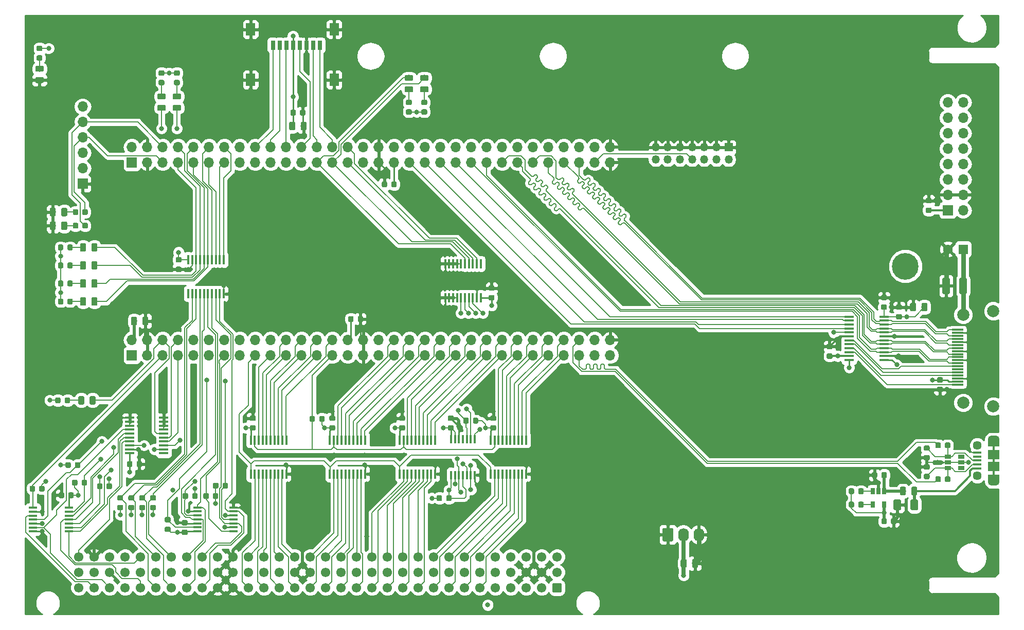
<source format=gbr>
G04 #@! TF.GenerationSoftware,KiCad,Pcbnew,5.0.2+dfsg1-1~bpo9+1*
G04 #@! TF.CreationDate,2022-10-01T08:37:02+02:00*
G04 #@! TF.ProjectId,nubus-to-ztex,6e756275-732d-4746-9f2d-7a7465782e6b,rev?*
G04 #@! TF.SameCoordinates,Original*
G04 #@! TF.FileFunction,Copper,L1,Top*
G04 #@! TF.FilePolarity,Positive*
%FSLAX46Y46*%
G04 Gerber Fmt 4.6, Leading zero omitted, Abs format (unit mm)*
G04 Created by KiCad (PCBNEW 5.0.2+dfsg1-1~bpo9+1) date Sat Oct  1 08:37:02 2022*
%MOMM*%
%LPD*%
G01*
G04 APERTURE LIST*
G04 #@! TA.AperFunction,Conductor*
%ADD10C,0.100000*%
G04 #@! TD*
G04 #@! TA.AperFunction,SMDPad,CuDef*
%ADD11C,0.875000*%
G04 #@! TD*
G04 #@! TA.AperFunction,SMDPad,CuDef*
%ADD12R,1.550000X0.450000*%
G04 #@! TD*
G04 #@! TA.AperFunction,SMDPad,CuDef*
%ADD13R,0.450000X1.550000*%
G04 #@! TD*
G04 #@! TA.AperFunction,ComponentPad*
%ADD14C,4.400000*%
G04 #@! TD*
G04 #@! TA.AperFunction,ComponentPad*
%ADD15R,1.700000X1.700000*%
G04 #@! TD*
G04 #@! TA.AperFunction,ComponentPad*
%ADD16O,1.700000X1.700000*%
G04 #@! TD*
G04 #@! TA.AperFunction,SMDPad,CuDef*
%ADD17C,0.975000*%
G04 #@! TD*
G04 #@! TA.AperFunction,SMDPad,CuDef*
%ADD18R,0.800000X1.500000*%
G04 #@! TD*
G04 #@! TA.AperFunction,SMDPad,CuDef*
%ADD19R,1.500000X2.050000*%
G04 #@! TD*
G04 #@! TA.AperFunction,SMDPad,CuDef*
%ADD20R,0.450000X1.450000*%
G04 #@! TD*
G04 #@! TA.AperFunction,SMDPad,CuDef*
%ADD21R,1.450000X0.450000*%
G04 #@! TD*
G04 #@! TA.AperFunction,SMDPad,CuDef*
%ADD22R,1.570000X0.410000*%
G04 #@! TD*
G04 #@! TA.AperFunction,SMDPad,CuDef*
%ADD23R,1.900000X1.500000*%
G04 #@! TD*
G04 #@! TA.AperFunction,ComponentPad*
%ADD24C,1.450000*%
G04 #@! TD*
G04 #@! TA.AperFunction,SMDPad,CuDef*
%ADD25R,1.350000X0.400000*%
G04 #@! TD*
G04 #@! TA.AperFunction,ComponentPad*
%ADD26O,1.900000X1.200000*%
G04 #@! TD*
G04 #@! TA.AperFunction,SMDPad,CuDef*
%ADD27R,1.900000X1.200000*%
G04 #@! TD*
G04 #@! TA.AperFunction,ComponentPad*
%ADD28C,1.740000*%
G04 #@! TD*
G04 #@! TA.AperFunction,ComponentPad*
%ADD29O,1.740000X2.200000*%
G04 #@! TD*
G04 #@! TA.AperFunction,ComponentPad*
%ADD30R,1.350000X1.350000*%
G04 #@! TD*
G04 #@! TA.AperFunction,ComponentPad*
%ADD31O,1.350000X1.350000*%
G04 #@! TD*
G04 #@! TA.AperFunction,SMDPad,CuDef*
%ADD32C,1.250000*%
G04 #@! TD*
G04 #@! TA.AperFunction,SMDPad,CuDef*
%ADD33R,0.650000X1.060000*%
G04 #@! TD*
G04 #@! TA.AperFunction,SMDPad,CuDef*
%ADD34R,1.060000X0.650000*%
G04 #@! TD*
G04 #@! TA.AperFunction,ComponentPad*
%ADD35C,2.000000*%
G04 #@! TD*
G04 #@! TA.AperFunction,SMDPad,CuDef*
%ADD36R,1.900000X0.300000*%
G04 #@! TD*
G04 #@! TA.AperFunction,ComponentPad*
%ADD37R,1.600000X1.600000*%
G04 #@! TD*
G04 #@! TA.AperFunction,ComponentPad*
%ADD38C,1.600000*%
G04 #@! TD*
G04 #@! TA.AperFunction,ComponentPad*
%ADD39C,1.550000*%
G04 #@! TD*
G04 #@! TA.AperFunction,ViaPad*
%ADD40C,0.800000*%
G04 #@! TD*
G04 #@! TA.AperFunction,Conductor*
%ADD41C,0.250000*%
G04 #@! TD*
G04 #@! TA.AperFunction,Conductor*
%ADD42C,0.300000*%
G04 #@! TD*
G04 #@! TA.AperFunction,Conductor*
%ADD43C,0.152400*%
G04 #@! TD*
G04 #@! TA.AperFunction,Conductor*
%ADD44C,0.200000*%
G04 #@! TD*
G04 #@! TA.AperFunction,Conductor*
%ADD45C,0.500000*%
G04 #@! TD*
G04 #@! TA.AperFunction,Conductor*
%ADD46C,0.800000*%
G04 #@! TD*
G04 #@! TA.AperFunction,Conductor*
%ADD47C,0.650000*%
G04 #@! TD*
G04 #@! TA.AperFunction,Conductor*
%ADD48C,0.254000*%
G04 #@! TD*
G04 APERTURE END LIST*
D10*
G04 #@! TO.N,+3V3*
G04 #@! TO.C,C8*
G36*
X129892691Y-79166053D02*
X129913926Y-79169203D01*
X129934750Y-79174419D01*
X129954962Y-79181651D01*
X129974368Y-79190830D01*
X129992781Y-79201866D01*
X130010024Y-79214654D01*
X130025930Y-79229070D01*
X130040346Y-79244976D01*
X130053134Y-79262219D01*
X130064170Y-79280632D01*
X130073349Y-79300038D01*
X130080581Y-79320250D01*
X130085797Y-79341074D01*
X130088947Y-79362309D01*
X130090000Y-79383750D01*
X130090000Y-79896250D01*
X130088947Y-79917691D01*
X130085797Y-79938926D01*
X130080581Y-79959750D01*
X130073349Y-79979962D01*
X130064170Y-79999368D01*
X130053134Y-80017781D01*
X130040346Y-80035024D01*
X130025930Y-80050930D01*
X130010024Y-80065346D01*
X129992781Y-80078134D01*
X129974368Y-80089170D01*
X129954962Y-80098349D01*
X129934750Y-80105581D01*
X129913926Y-80110797D01*
X129892691Y-80113947D01*
X129871250Y-80115000D01*
X129433750Y-80115000D01*
X129412309Y-80113947D01*
X129391074Y-80110797D01*
X129370250Y-80105581D01*
X129350038Y-80098349D01*
X129330632Y-80089170D01*
X129312219Y-80078134D01*
X129294976Y-80065346D01*
X129279070Y-80050930D01*
X129264654Y-80035024D01*
X129251866Y-80017781D01*
X129240830Y-79999368D01*
X129231651Y-79979962D01*
X129224419Y-79959750D01*
X129219203Y-79938926D01*
X129216053Y-79917691D01*
X129215000Y-79896250D01*
X129215000Y-79383750D01*
X129216053Y-79362309D01*
X129219203Y-79341074D01*
X129224419Y-79320250D01*
X129231651Y-79300038D01*
X129240830Y-79280632D01*
X129251866Y-79262219D01*
X129264654Y-79244976D01*
X129279070Y-79229070D01*
X129294976Y-79214654D01*
X129312219Y-79201866D01*
X129330632Y-79190830D01*
X129350038Y-79181651D01*
X129370250Y-79174419D01*
X129391074Y-79169203D01*
X129412309Y-79166053D01*
X129433750Y-79165000D01*
X129871250Y-79165000D01*
X129892691Y-79166053D01*
X129892691Y-79166053D01*
G37*
D11*
G04 #@! TD*
G04 #@! TO.P,C8,1*
G04 #@! TO.N,+3V3*
X129652500Y-79640000D03*
D10*
G04 #@! TO.N,GND*
G04 #@! TO.C,C8*
G36*
X131467691Y-79166053D02*
X131488926Y-79169203D01*
X131509750Y-79174419D01*
X131529962Y-79181651D01*
X131549368Y-79190830D01*
X131567781Y-79201866D01*
X131585024Y-79214654D01*
X131600930Y-79229070D01*
X131615346Y-79244976D01*
X131628134Y-79262219D01*
X131639170Y-79280632D01*
X131648349Y-79300038D01*
X131655581Y-79320250D01*
X131660797Y-79341074D01*
X131663947Y-79362309D01*
X131665000Y-79383750D01*
X131665000Y-79896250D01*
X131663947Y-79917691D01*
X131660797Y-79938926D01*
X131655581Y-79959750D01*
X131648349Y-79979962D01*
X131639170Y-79999368D01*
X131628134Y-80017781D01*
X131615346Y-80035024D01*
X131600930Y-80050930D01*
X131585024Y-80065346D01*
X131567781Y-80078134D01*
X131549368Y-80089170D01*
X131529962Y-80098349D01*
X131509750Y-80105581D01*
X131488926Y-80110797D01*
X131467691Y-80113947D01*
X131446250Y-80115000D01*
X131008750Y-80115000D01*
X130987309Y-80113947D01*
X130966074Y-80110797D01*
X130945250Y-80105581D01*
X130925038Y-80098349D01*
X130905632Y-80089170D01*
X130887219Y-80078134D01*
X130869976Y-80065346D01*
X130854070Y-80050930D01*
X130839654Y-80035024D01*
X130826866Y-80017781D01*
X130815830Y-79999368D01*
X130806651Y-79979962D01*
X130799419Y-79959750D01*
X130794203Y-79938926D01*
X130791053Y-79917691D01*
X130790000Y-79896250D01*
X130790000Y-79383750D01*
X130791053Y-79362309D01*
X130794203Y-79341074D01*
X130799419Y-79320250D01*
X130806651Y-79300038D01*
X130815830Y-79280632D01*
X130826866Y-79262219D01*
X130839654Y-79244976D01*
X130854070Y-79229070D01*
X130869976Y-79214654D01*
X130887219Y-79201866D01*
X130905632Y-79190830D01*
X130925038Y-79181651D01*
X130945250Y-79174419D01*
X130966074Y-79169203D01*
X130987309Y-79166053D01*
X131008750Y-79165000D01*
X131446250Y-79165000D01*
X131467691Y-79166053D01*
X131467691Y-79166053D01*
G37*
D11*
G04 #@! TD*
G04 #@! TO.P,C8,2*
G04 #@! TO.N,GND*
X131227500Y-79640000D03*
D12*
G04 #@! TO.P,U13,1*
G04 #@! TO.N,N/C*
X135250000Y-77865000D03*
G04 #@! TO.P,U13,2*
G04 #@! TO.N,~CLK2X_3V3*
X135250000Y-77215000D03*
G04 #@! TO.P,U13,3*
G04 #@! TO.N,~CLK_3V3*
X135250000Y-76565000D03*
G04 #@! TO.P,U13,4*
G04 #@! TO.N,~START_3V3*
X135250000Y-75915000D03*
G04 #@! TO.P,U13,5*
G04 #@! TO.N,~ACK_3V3*
X135250000Y-75265000D03*
G04 #@! TO.P,U13,6*
G04 #@! TO.N,~RQST_3V3*
X135250000Y-74615000D03*
G04 #@! TO.P,U13,7*
G04 #@! TO.N,GND*
X135250000Y-73965000D03*
G04 #@! TO.P,U13,8*
X135250000Y-73315000D03*
G04 #@! TO.P,U13,9*
X135250000Y-72665000D03*
G04 #@! TO.P,U13,10*
X135250000Y-72015000D03*
G04 #@! TO.P,U13,11*
X129650000Y-72015000D03*
G04 #@! TO.P,U13,12*
X129650000Y-72665000D03*
G04 #@! TO.P,U13,13*
X129650000Y-73315000D03*
G04 #@! TO.P,U13,14*
G04 #@! TO.N,~RQST_5V*
X129650000Y-73965000D03*
G04 #@! TO.P,U13,15*
G04 #@! TO.N,~ACK_5V*
X129650000Y-74615000D03*
G04 #@! TO.P,U13,16*
G04 #@! TO.N,~START_5V*
X129650000Y-75265000D03*
G04 #@! TO.P,U13,17*
G04 #@! TO.N,~CLK_5V*
X129650000Y-75915000D03*
G04 #@! TO.P,U13,18*
G04 #@! TO.N,~CLK2X_5V*
X129650000Y-76565000D03*
G04 #@! TO.P,U13,19*
G04 #@! TO.N,GND*
X129650000Y-77215000D03*
G04 #@! TO.P,U13,20*
G04 #@! TO.N,+3V3*
X129650000Y-77865000D03*
G04 #@! TD*
D10*
G04 #@! TO.N,+3V3*
G04 #@! TO.C,C12*
G36*
X189489062Y-51814006D02*
X189510297Y-51817156D01*
X189531121Y-51822372D01*
X189551333Y-51829604D01*
X189570739Y-51838783D01*
X189589152Y-51849819D01*
X189606395Y-51862607D01*
X189622301Y-51877023D01*
X189636717Y-51892929D01*
X189649505Y-51910172D01*
X189660541Y-51928585D01*
X189669720Y-51947991D01*
X189676952Y-51968203D01*
X189682168Y-51989027D01*
X189685318Y-52010262D01*
X189686371Y-52031703D01*
X189686371Y-52469203D01*
X189685318Y-52490644D01*
X189682168Y-52511879D01*
X189676952Y-52532703D01*
X189669720Y-52552915D01*
X189660541Y-52572321D01*
X189649505Y-52590734D01*
X189636717Y-52607977D01*
X189622301Y-52623883D01*
X189606395Y-52638299D01*
X189589152Y-52651087D01*
X189570739Y-52662123D01*
X189551333Y-52671302D01*
X189531121Y-52678534D01*
X189510297Y-52683750D01*
X189489062Y-52686900D01*
X189467621Y-52687953D01*
X188955121Y-52687953D01*
X188933680Y-52686900D01*
X188912445Y-52683750D01*
X188891621Y-52678534D01*
X188871409Y-52671302D01*
X188852003Y-52662123D01*
X188833590Y-52651087D01*
X188816347Y-52638299D01*
X188800441Y-52623883D01*
X188786025Y-52607977D01*
X188773237Y-52590734D01*
X188762201Y-52572321D01*
X188753022Y-52552915D01*
X188745790Y-52532703D01*
X188740574Y-52511879D01*
X188737424Y-52490644D01*
X188736371Y-52469203D01*
X188736371Y-52031703D01*
X188737424Y-52010262D01*
X188740574Y-51989027D01*
X188745790Y-51968203D01*
X188753022Y-51947991D01*
X188762201Y-51928585D01*
X188773237Y-51910172D01*
X188786025Y-51892929D01*
X188800441Y-51877023D01*
X188816347Y-51862607D01*
X188833590Y-51849819D01*
X188852003Y-51838783D01*
X188871409Y-51829604D01*
X188891621Y-51822372D01*
X188912445Y-51817156D01*
X188933680Y-51814006D01*
X188955121Y-51812953D01*
X189467621Y-51812953D01*
X189489062Y-51814006D01*
X189489062Y-51814006D01*
G37*
D11*
G04 #@! TD*
G04 #@! TO.P,C12,1*
G04 #@! TO.N,+3V3*
X189211371Y-52250453D03*
D10*
G04 #@! TO.N,GND*
G04 #@! TO.C,C12*
G36*
X189489062Y-50239006D02*
X189510297Y-50242156D01*
X189531121Y-50247372D01*
X189551333Y-50254604D01*
X189570739Y-50263783D01*
X189589152Y-50274819D01*
X189606395Y-50287607D01*
X189622301Y-50302023D01*
X189636717Y-50317929D01*
X189649505Y-50335172D01*
X189660541Y-50353585D01*
X189669720Y-50372991D01*
X189676952Y-50393203D01*
X189682168Y-50414027D01*
X189685318Y-50435262D01*
X189686371Y-50456703D01*
X189686371Y-50894203D01*
X189685318Y-50915644D01*
X189682168Y-50936879D01*
X189676952Y-50957703D01*
X189669720Y-50977915D01*
X189660541Y-50997321D01*
X189649505Y-51015734D01*
X189636717Y-51032977D01*
X189622301Y-51048883D01*
X189606395Y-51063299D01*
X189589152Y-51076087D01*
X189570739Y-51087123D01*
X189551333Y-51096302D01*
X189531121Y-51103534D01*
X189510297Y-51108750D01*
X189489062Y-51111900D01*
X189467621Y-51112953D01*
X188955121Y-51112953D01*
X188933680Y-51111900D01*
X188912445Y-51108750D01*
X188891621Y-51103534D01*
X188871409Y-51096302D01*
X188852003Y-51087123D01*
X188833590Y-51076087D01*
X188816347Y-51063299D01*
X188800441Y-51048883D01*
X188786025Y-51032977D01*
X188773237Y-51015734D01*
X188762201Y-50997321D01*
X188753022Y-50977915D01*
X188745790Y-50957703D01*
X188740574Y-50936879D01*
X188737424Y-50915644D01*
X188736371Y-50894203D01*
X188736371Y-50456703D01*
X188737424Y-50435262D01*
X188740574Y-50414027D01*
X188745790Y-50393203D01*
X188753022Y-50372991D01*
X188762201Y-50353585D01*
X188773237Y-50335172D01*
X188786025Y-50317929D01*
X188800441Y-50302023D01*
X188816347Y-50287607D01*
X188833590Y-50274819D01*
X188852003Y-50263783D01*
X188871409Y-50254604D01*
X188891621Y-50247372D01*
X188912445Y-50242156D01*
X188933680Y-50239006D01*
X188955121Y-50237953D01*
X189467621Y-50237953D01*
X189489062Y-50239006D01*
X189489062Y-50239006D01*
G37*
D11*
G04 #@! TD*
G04 #@! TO.P,C12,2*
G04 #@! TO.N,GND*
X189211371Y-50675453D03*
D13*
G04 #@! TO.P,U15,1*
G04 #@! TO.N,N/C*
X187436371Y-46662953D03*
G04 #@! TO.P,U15,2*
G04 #@! TO.N,~RESET_3V3*
X186786371Y-46662953D03*
G04 #@! TO.P,U15,3*
G04 #@! TO.N,~TM2_3V3*
X186136371Y-46662953D03*
G04 #@! TO.P,U15,4*
G04 #@! TO.N,~TM0_3V3*
X185486371Y-46662953D03*
G04 #@! TO.P,U15,5*
G04 #@! TO.N,~TM1_3V3*
X184836371Y-46662953D03*
G04 #@! TO.P,U15,6*
G04 #@! TO.N,GND*
X184186371Y-46662953D03*
G04 #@! TO.P,U15,7*
X183536371Y-46662953D03*
G04 #@! TO.P,U15,8*
X182886371Y-46662953D03*
G04 #@! TO.P,U15,9*
X182236371Y-46662953D03*
G04 #@! TO.P,U15,10*
X181586371Y-46662953D03*
G04 #@! TO.P,U15,11*
X181586371Y-52262953D03*
G04 #@! TO.P,U15,12*
X182236371Y-52262953D03*
G04 #@! TO.P,U15,13*
X182886371Y-52262953D03*
G04 #@! TO.P,U15,14*
X183536371Y-52262953D03*
G04 #@! TO.P,U15,15*
G04 #@! TO.N,~TM1_5V*
X184186371Y-52262953D03*
G04 #@! TO.P,U15,16*
G04 #@! TO.N,~TM0_5V*
X184836371Y-52262953D03*
G04 #@! TO.P,U15,17*
G04 #@! TO.N,~TM2_5V*
X185486371Y-52262953D03*
G04 #@! TO.P,U15,18*
G04 #@! TO.N,~RESET_5V*
X186136371Y-52262953D03*
G04 #@! TO.P,U15,19*
G04 #@! TO.N,GND*
X186786371Y-52262953D03*
G04 #@! TO.P,U15,20*
G04 #@! TO.N,+3V3*
X187436371Y-52262953D03*
G04 #@! TD*
D14*
G04 #@! TO.P,H1,1*
G04 #@! TO.N,SHIELD*
X257350000Y-47090000D03*
G04 #@! TD*
D15*
G04 #@! TO.P,J8,1*
G04 #@! TO.N,+3V3*
X264310000Y-37854999D03*
D16*
G04 #@! TO.P,J8,2*
X266850000Y-37854999D03*
G04 #@! TO.P,J8,3*
G04 #@! TO.N,GND*
X264310000Y-35314999D03*
G04 #@! TO.P,J8,4*
X266850000Y-35314999D03*
G04 #@! TO.P,J8,5*
G04 #@! TO.N,PMOD-5*
X264310000Y-32774999D03*
G04 #@! TO.P,J8,6*
G04 #@! TO.N,PMOD-6*
X266850000Y-32774999D03*
G04 #@! TO.P,J8,7*
G04 #@! TO.N,PMOD-7*
X264310000Y-30234999D03*
G04 #@! TO.P,J8,8*
G04 #@! TO.N,PMOD-8*
X266850000Y-30234999D03*
G04 #@! TO.P,J8,9*
G04 #@! TO.N,PMOD-9*
X264310000Y-27694999D03*
G04 #@! TO.P,J8,10*
G04 #@! TO.N,PMOD-10*
X266850000Y-27694999D03*
G04 #@! TO.P,J8,11*
G04 #@! TO.N,PMOD-11*
X264310000Y-25154999D03*
G04 #@! TO.P,J8,12*
G04 #@! TO.N,PMOD-12*
X266850000Y-25154999D03*
G04 #@! TO.P,J8,13*
G04 #@! TO.N,PMOD-13*
X264310000Y-22614999D03*
G04 #@! TO.P,J8,14*
G04 #@! TO.N,PMOD-14*
X266850000Y-22614999D03*
G04 #@! TO.P,J8,15*
G04 #@! TO.N,PMOD-15*
X264310000Y-20074999D03*
G04 #@! TO.P,J8,16*
G04 #@! TO.N,PMOD-16*
X266850000Y-20074999D03*
G04 #@! TD*
D10*
G04 #@! TO.N,+3V3*
G04 #@! TO.C,C15*
G36*
X261462692Y-37421053D02*
X261483927Y-37424203D01*
X261504751Y-37429419D01*
X261524963Y-37436651D01*
X261544369Y-37445830D01*
X261562782Y-37456866D01*
X261580025Y-37469654D01*
X261595931Y-37484070D01*
X261610347Y-37499976D01*
X261623135Y-37517219D01*
X261634171Y-37535632D01*
X261643350Y-37555038D01*
X261650582Y-37575250D01*
X261655798Y-37596074D01*
X261658948Y-37617309D01*
X261660001Y-37638750D01*
X261660001Y-38076250D01*
X261658948Y-38097691D01*
X261655798Y-38118926D01*
X261650582Y-38139750D01*
X261643350Y-38159962D01*
X261634171Y-38179368D01*
X261623135Y-38197781D01*
X261610347Y-38215024D01*
X261595931Y-38230930D01*
X261580025Y-38245346D01*
X261562782Y-38258134D01*
X261544369Y-38269170D01*
X261524963Y-38278349D01*
X261504751Y-38285581D01*
X261483927Y-38290797D01*
X261462692Y-38293947D01*
X261441251Y-38295000D01*
X260928751Y-38295000D01*
X260907310Y-38293947D01*
X260886075Y-38290797D01*
X260865251Y-38285581D01*
X260845039Y-38278349D01*
X260825633Y-38269170D01*
X260807220Y-38258134D01*
X260789977Y-38245346D01*
X260774071Y-38230930D01*
X260759655Y-38215024D01*
X260746867Y-38197781D01*
X260735831Y-38179368D01*
X260726652Y-38159962D01*
X260719420Y-38139750D01*
X260714204Y-38118926D01*
X260711054Y-38097691D01*
X260710001Y-38076250D01*
X260710001Y-37638750D01*
X260711054Y-37617309D01*
X260714204Y-37596074D01*
X260719420Y-37575250D01*
X260726652Y-37555038D01*
X260735831Y-37535632D01*
X260746867Y-37517219D01*
X260759655Y-37499976D01*
X260774071Y-37484070D01*
X260789977Y-37469654D01*
X260807220Y-37456866D01*
X260825633Y-37445830D01*
X260845039Y-37436651D01*
X260865251Y-37429419D01*
X260886075Y-37424203D01*
X260907310Y-37421053D01*
X260928751Y-37420000D01*
X261441251Y-37420000D01*
X261462692Y-37421053D01*
X261462692Y-37421053D01*
G37*
D11*
G04 #@! TD*
G04 #@! TO.P,C15,1*
G04 #@! TO.N,+3V3*
X261185001Y-37857500D03*
D10*
G04 #@! TO.N,GND*
G04 #@! TO.C,C15*
G36*
X261462692Y-35846053D02*
X261483927Y-35849203D01*
X261504751Y-35854419D01*
X261524963Y-35861651D01*
X261544369Y-35870830D01*
X261562782Y-35881866D01*
X261580025Y-35894654D01*
X261595931Y-35909070D01*
X261610347Y-35924976D01*
X261623135Y-35942219D01*
X261634171Y-35960632D01*
X261643350Y-35980038D01*
X261650582Y-36000250D01*
X261655798Y-36021074D01*
X261658948Y-36042309D01*
X261660001Y-36063750D01*
X261660001Y-36501250D01*
X261658948Y-36522691D01*
X261655798Y-36543926D01*
X261650582Y-36564750D01*
X261643350Y-36584962D01*
X261634171Y-36604368D01*
X261623135Y-36622781D01*
X261610347Y-36640024D01*
X261595931Y-36655930D01*
X261580025Y-36670346D01*
X261562782Y-36683134D01*
X261544369Y-36694170D01*
X261524963Y-36703349D01*
X261504751Y-36710581D01*
X261483927Y-36715797D01*
X261462692Y-36718947D01*
X261441251Y-36720000D01*
X260928751Y-36720000D01*
X260907310Y-36718947D01*
X260886075Y-36715797D01*
X260865251Y-36710581D01*
X260845039Y-36703349D01*
X260825633Y-36694170D01*
X260807220Y-36683134D01*
X260789977Y-36670346D01*
X260774071Y-36655930D01*
X260759655Y-36640024D01*
X260746867Y-36622781D01*
X260735831Y-36604368D01*
X260726652Y-36584962D01*
X260719420Y-36564750D01*
X260714204Y-36543926D01*
X260711054Y-36522691D01*
X260710001Y-36501250D01*
X260710001Y-36063750D01*
X260711054Y-36042309D01*
X260714204Y-36021074D01*
X260719420Y-36000250D01*
X260726652Y-35980038D01*
X260735831Y-35960632D01*
X260746867Y-35942219D01*
X260759655Y-35924976D01*
X260774071Y-35909070D01*
X260789977Y-35894654D01*
X260807220Y-35881866D01*
X260825633Y-35870830D01*
X260845039Y-35861651D01*
X260865251Y-35854419D01*
X260886075Y-35849203D01*
X260907310Y-35846053D01*
X260928751Y-35845000D01*
X261441251Y-35845000D01*
X261462692Y-35846053D01*
X261462692Y-35846053D01*
G37*
D11*
G04 #@! TD*
G04 #@! TO.P,C15,2*
G04 #@! TO.N,GND*
X261185001Y-36282500D03*
D10*
G04 #@! TO.N,~START_3V3*
G04 #@! TO.C,D7*
G36*
X137890142Y-20511467D02*
X137913803Y-20514977D01*
X137937007Y-20520789D01*
X137959529Y-20528847D01*
X137981153Y-20539075D01*
X138001670Y-20551372D01*
X138020883Y-20565622D01*
X138038607Y-20581686D01*
X138054671Y-20599410D01*
X138068921Y-20618623D01*
X138081218Y-20639140D01*
X138091446Y-20660764D01*
X138099504Y-20683286D01*
X138105316Y-20706490D01*
X138108826Y-20730151D01*
X138110000Y-20754043D01*
X138110000Y-21241543D01*
X138108826Y-21265435D01*
X138105316Y-21289096D01*
X138099504Y-21312300D01*
X138091446Y-21334822D01*
X138081218Y-21356446D01*
X138068921Y-21376963D01*
X138054671Y-21396176D01*
X138038607Y-21413900D01*
X138020883Y-21429964D01*
X138001670Y-21444214D01*
X137981153Y-21456511D01*
X137959529Y-21466739D01*
X137937007Y-21474797D01*
X137913803Y-21480609D01*
X137890142Y-21484119D01*
X137866250Y-21485293D01*
X136953750Y-21485293D01*
X136929858Y-21484119D01*
X136906197Y-21480609D01*
X136882993Y-21474797D01*
X136860471Y-21466739D01*
X136838847Y-21456511D01*
X136818330Y-21444214D01*
X136799117Y-21429964D01*
X136781393Y-21413900D01*
X136765329Y-21396176D01*
X136751079Y-21376963D01*
X136738782Y-21356446D01*
X136728554Y-21334822D01*
X136720496Y-21312300D01*
X136714684Y-21289096D01*
X136711174Y-21265435D01*
X136710000Y-21241543D01*
X136710000Y-20754043D01*
X136711174Y-20730151D01*
X136714684Y-20706490D01*
X136720496Y-20683286D01*
X136728554Y-20660764D01*
X136738782Y-20639140D01*
X136751079Y-20618623D01*
X136765329Y-20599410D01*
X136781393Y-20581686D01*
X136799117Y-20565622D01*
X136818330Y-20551372D01*
X136838847Y-20539075D01*
X136860471Y-20528847D01*
X136882993Y-20520789D01*
X136906197Y-20514977D01*
X136929858Y-20511467D01*
X136953750Y-20510293D01*
X137866250Y-20510293D01*
X137890142Y-20511467D01*
X137890142Y-20511467D01*
G37*
D17*
G04 #@! TD*
G04 #@! TO.P,D7,1*
G04 #@! TO.N,~START_3V3*
X137410000Y-20997793D03*
D10*
G04 #@! TO.N,Net-(D7-Pad2)*
G04 #@! TO.C,D7*
G36*
X137890142Y-18636467D02*
X137913803Y-18639977D01*
X137937007Y-18645789D01*
X137959529Y-18653847D01*
X137981153Y-18664075D01*
X138001670Y-18676372D01*
X138020883Y-18690622D01*
X138038607Y-18706686D01*
X138054671Y-18724410D01*
X138068921Y-18743623D01*
X138081218Y-18764140D01*
X138091446Y-18785764D01*
X138099504Y-18808286D01*
X138105316Y-18831490D01*
X138108826Y-18855151D01*
X138110000Y-18879043D01*
X138110000Y-19366543D01*
X138108826Y-19390435D01*
X138105316Y-19414096D01*
X138099504Y-19437300D01*
X138091446Y-19459822D01*
X138081218Y-19481446D01*
X138068921Y-19501963D01*
X138054671Y-19521176D01*
X138038607Y-19538900D01*
X138020883Y-19554964D01*
X138001670Y-19569214D01*
X137981153Y-19581511D01*
X137959529Y-19591739D01*
X137937007Y-19599797D01*
X137913803Y-19605609D01*
X137890142Y-19609119D01*
X137866250Y-19610293D01*
X136953750Y-19610293D01*
X136929858Y-19609119D01*
X136906197Y-19605609D01*
X136882993Y-19599797D01*
X136860471Y-19591739D01*
X136838847Y-19581511D01*
X136818330Y-19569214D01*
X136799117Y-19554964D01*
X136781393Y-19538900D01*
X136765329Y-19521176D01*
X136751079Y-19501963D01*
X136738782Y-19481446D01*
X136728554Y-19459822D01*
X136720496Y-19437300D01*
X136714684Y-19414096D01*
X136711174Y-19390435D01*
X136710000Y-19366543D01*
X136710000Y-18879043D01*
X136711174Y-18855151D01*
X136714684Y-18831490D01*
X136720496Y-18808286D01*
X136728554Y-18785764D01*
X136738782Y-18764140D01*
X136751079Y-18743623D01*
X136765329Y-18724410D01*
X136781393Y-18706686D01*
X136799117Y-18690622D01*
X136818330Y-18676372D01*
X136838847Y-18664075D01*
X136860471Y-18653847D01*
X136882993Y-18645789D01*
X136906197Y-18639977D01*
X136929858Y-18636467D01*
X136953750Y-18635293D01*
X137866250Y-18635293D01*
X137890142Y-18636467D01*
X137890142Y-18636467D01*
G37*
D17*
G04 #@! TD*
G04 #@! TO.P,D7,2*
G04 #@! TO.N,Net-(D7-Pad2)*
X137410000Y-19122793D03*
D10*
G04 #@! TO.N,Net-(D6-Pad2)*
G04 #@! TO.C,D6*
G36*
X135360142Y-18636467D02*
X135383803Y-18639977D01*
X135407007Y-18645789D01*
X135429529Y-18653847D01*
X135451153Y-18664075D01*
X135471670Y-18676372D01*
X135490883Y-18690622D01*
X135508607Y-18706686D01*
X135524671Y-18724410D01*
X135538921Y-18743623D01*
X135551218Y-18764140D01*
X135561446Y-18785764D01*
X135569504Y-18808286D01*
X135575316Y-18831490D01*
X135578826Y-18855151D01*
X135580000Y-18879043D01*
X135580000Y-19366543D01*
X135578826Y-19390435D01*
X135575316Y-19414096D01*
X135569504Y-19437300D01*
X135561446Y-19459822D01*
X135551218Y-19481446D01*
X135538921Y-19501963D01*
X135524671Y-19521176D01*
X135508607Y-19538900D01*
X135490883Y-19554964D01*
X135471670Y-19569214D01*
X135451153Y-19581511D01*
X135429529Y-19591739D01*
X135407007Y-19599797D01*
X135383803Y-19605609D01*
X135360142Y-19609119D01*
X135336250Y-19610293D01*
X134423750Y-19610293D01*
X134399858Y-19609119D01*
X134376197Y-19605609D01*
X134352993Y-19599797D01*
X134330471Y-19591739D01*
X134308847Y-19581511D01*
X134288330Y-19569214D01*
X134269117Y-19554964D01*
X134251393Y-19538900D01*
X134235329Y-19521176D01*
X134221079Y-19501963D01*
X134208782Y-19481446D01*
X134198554Y-19459822D01*
X134190496Y-19437300D01*
X134184684Y-19414096D01*
X134181174Y-19390435D01*
X134180000Y-19366543D01*
X134180000Y-18879043D01*
X134181174Y-18855151D01*
X134184684Y-18831490D01*
X134190496Y-18808286D01*
X134198554Y-18785764D01*
X134208782Y-18764140D01*
X134221079Y-18743623D01*
X134235329Y-18724410D01*
X134251393Y-18706686D01*
X134269117Y-18690622D01*
X134288330Y-18676372D01*
X134308847Y-18664075D01*
X134330471Y-18653847D01*
X134352993Y-18645789D01*
X134376197Y-18639977D01*
X134399858Y-18636467D01*
X134423750Y-18635293D01*
X135336250Y-18635293D01*
X135360142Y-18636467D01*
X135360142Y-18636467D01*
G37*
D17*
G04 #@! TD*
G04 #@! TO.P,D6,2*
G04 #@! TO.N,Net-(D6-Pad2)*
X134880000Y-19122793D03*
D10*
G04 #@! TO.N,~ACK_3V3*
G04 #@! TO.C,D6*
G36*
X135360142Y-20511467D02*
X135383803Y-20514977D01*
X135407007Y-20520789D01*
X135429529Y-20528847D01*
X135451153Y-20539075D01*
X135471670Y-20551372D01*
X135490883Y-20565622D01*
X135508607Y-20581686D01*
X135524671Y-20599410D01*
X135538921Y-20618623D01*
X135551218Y-20639140D01*
X135561446Y-20660764D01*
X135569504Y-20683286D01*
X135575316Y-20706490D01*
X135578826Y-20730151D01*
X135580000Y-20754043D01*
X135580000Y-21241543D01*
X135578826Y-21265435D01*
X135575316Y-21289096D01*
X135569504Y-21312300D01*
X135561446Y-21334822D01*
X135551218Y-21356446D01*
X135538921Y-21376963D01*
X135524671Y-21396176D01*
X135508607Y-21413900D01*
X135490883Y-21429964D01*
X135471670Y-21444214D01*
X135451153Y-21456511D01*
X135429529Y-21466739D01*
X135407007Y-21474797D01*
X135383803Y-21480609D01*
X135360142Y-21484119D01*
X135336250Y-21485293D01*
X134423750Y-21485293D01*
X134399858Y-21484119D01*
X134376197Y-21480609D01*
X134352993Y-21474797D01*
X134330471Y-21466739D01*
X134308847Y-21456511D01*
X134288330Y-21444214D01*
X134269117Y-21429964D01*
X134251393Y-21413900D01*
X134235329Y-21396176D01*
X134221079Y-21376963D01*
X134208782Y-21356446D01*
X134198554Y-21334822D01*
X134190496Y-21312300D01*
X134184684Y-21289096D01*
X134181174Y-21265435D01*
X134180000Y-21241543D01*
X134180000Y-20754043D01*
X134181174Y-20730151D01*
X134184684Y-20706490D01*
X134190496Y-20683286D01*
X134198554Y-20660764D01*
X134208782Y-20639140D01*
X134221079Y-20618623D01*
X134235329Y-20599410D01*
X134251393Y-20581686D01*
X134269117Y-20565622D01*
X134288330Y-20551372D01*
X134308847Y-20539075D01*
X134330471Y-20528847D01*
X134352993Y-20520789D01*
X134376197Y-20514977D01*
X134399858Y-20511467D01*
X134423750Y-20510293D01*
X135336250Y-20510293D01*
X135360142Y-20511467D01*
X135360142Y-20511467D01*
G37*
D17*
G04 #@! TD*
G04 #@! TO.P,D6,1*
G04 #@! TO.N,~ACK_3V3*
X134880000Y-20997793D03*
D10*
G04 #@! TO.N,~RQST_3V3*
G04 #@! TO.C,D8*
G36*
X123815142Y-68451174D02*
X123838803Y-68454684D01*
X123862007Y-68460496D01*
X123884529Y-68468554D01*
X123906153Y-68478782D01*
X123926670Y-68491079D01*
X123945883Y-68505329D01*
X123963607Y-68521393D01*
X123979671Y-68539117D01*
X123993921Y-68558330D01*
X124006218Y-68578847D01*
X124016446Y-68600471D01*
X124024504Y-68622993D01*
X124030316Y-68646197D01*
X124033826Y-68669858D01*
X124035000Y-68693750D01*
X124035000Y-69606250D01*
X124033826Y-69630142D01*
X124030316Y-69653803D01*
X124024504Y-69677007D01*
X124016446Y-69699529D01*
X124006218Y-69721153D01*
X123993921Y-69741670D01*
X123979671Y-69760883D01*
X123963607Y-69778607D01*
X123945883Y-69794671D01*
X123926670Y-69808921D01*
X123906153Y-69821218D01*
X123884529Y-69831446D01*
X123862007Y-69839504D01*
X123838803Y-69845316D01*
X123815142Y-69848826D01*
X123791250Y-69850000D01*
X123303750Y-69850000D01*
X123279858Y-69848826D01*
X123256197Y-69845316D01*
X123232993Y-69839504D01*
X123210471Y-69831446D01*
X123188847Y-69821218D01*
X123168330Y-69808921D01*
X123149117Y-69794671D01*
X123131393Y-69778607D01*
X123115329Y-69760883D01*
X123101079Y-69741670D01*
X123088782Y-69721153D01*
X123078554Y-69699529D01*
X123070496Y-69677007D01*
X123064684Y-69653803D01*
X123061174Y-69630142D01*
X123060000Y-69606250D01*
X123060000Y-68693750D01*
X123061174Y-68669858D01*
X123064684Y-68646197D01*
X123070496Y-68622993D01*
X123078554Y-68600471D01*
X123088782Y-68578847D01*
X123101079Y-68558330D01*
X123115329Y-68539117D01*
X123131393Y-68521393D01*
X123149117Y-68505329D01*
X123168330Y-68491079D01*
X123188847Y-68478782D01*
X123210471Y-68468554D01*
X123232993Y-68460496D01*
X123256197Y-68454684D01*
X123279858Y-68451174D01*
X123303750Y-68450000D01*
X123791250Y-68450000D01*
X123815142Y-68451174D01*
X123815142Y-68451174D01*
G37*
D17*
G04 #@! TD*
G04 #@! TO.P,D8,1*
G04 #@! TO.N,~RQST_3V3*
X123547500Y-69150000D03*
D10*
G04 #@! TO.N,Net-(D8-Pad2)*
G04 #@! TO.C,D8*
G36*
X121940142Y-68451174D02*
X121963803Y-68454684D01*
X121987007Y-68460496D01*
X122009529Y-68468554D01*
X122031153Y-68478782D01*
X122051670Y-68491079D01*
X122070883Y-68505329D01*
X122088607Y-68521393D01*
X122104671Y-68539117D01*
X122118921Y-68558330D01*
X122131218Y-68578847D01*
X122141446Y-68600471D01*
X122149504Y-68622993D01*
X122155316Y-68646197D01*
X122158826Y-68669858D01*
X122160000Y-68693750D01*
X122160000Y-69606250D01*
X122158826Y-69630142D01*
X122155316Y-69653803D01*
X122149504Y-69677007D01*
X122141446Y-69699529D01*
X122131218Y-69721153D01*
X122118921Y-69741670D01*
X122104671Y-69760883D01*
X122088607Y-69778607D01*
X122070883Y-69794671D01*
X122051670Y-69808921D01*
X122031153Y-69821218D01*
X122009529Y-69831446D01*
X121987007Y-69839504D01*
X121963803Y-69845316D01*
X121940142Y-69848826D01*
X121916250Y-69850000D01*
X121428750Y-69850000D01*
X121404858Y-69848826D01*
X121381197Y-69845316D01*
X121357993Y-69839504D01*
X121335471Y-69831446D01*
X121313847Y-69821218D01*
X121293330Y-69808921D01*
X121274117Y-69794671D01*
X121256393Y-69778607D01*
X121240329Y-69760883D01*
X121226079Y-69741670D01*
X121213782Y-69721153D01*
X121203554Y-69699529D01*
X121195496Y-69677007D01*
X121189684Y-69653803D01*
X121186174Y-69630142D01*
X121185000Y-69606250D01*
X121185000Y-68693750D01*
X121186174Y-68669858D01*
X121189684Y-68646197D01*
X121195496Y-68622993D01*
X121203554Y-68600471D01*
X121213782Y-68578847D01*
X121226079Y-68558330D01*
X121240329Y-68539117D01*
X121256393Y-68521393D01*
X121274117Y-68505329D01*
X121293330Y-68491079D01*
X121313847Y-68478782D01*
X121335471Y-68468554D01*
X121357993Y-68460496D01*
X121381197Y-68454684D01*
X121404858Y-68451174D01*
X121428750Y-68450000D01*
X121916250Y-68450000D01*
X121940142Y-68451174D01*
X121940142Y-68451174D01*
G37*
D17*
G04 #@! TD*
G04 #@! TO.P,D8,2*
G04 #@! TO.N,Net-(D8-Pad2)*
X121672500Y-69150000D03*
D10*
G04 #@! TO.N,Net-(D9-Pad2)*
G04 #@! TO.C,D9*
G36*
X178624331Y-17462209D02*
X178647992Y-17465719D01*
X178671196Y-17471531D01*
X178693718Y-17479589D01*
X178715342Y-17489817D01*
X178735859Y-17502114D01*
X178755072Y-17516364D01*
X178772796Y-17532428D01*
X178788860Y-17550152D01*
X178803110Y-17569365D01*
X178815407Y-17589882D01*
X178825635Y-17611506D01*
X178833693Y-17634028D01*
X178839505Y-17657232D01*
X178843015Y-17680893D01*
X178844189Y-17704785D01*
X178844189Y-18192285D01*
X178843015Y-18216177D01*
X178839505Y-18239838D01*
X178833693Y-18263042D01*
X178825635Y-18285564D01*
X178815407Y-18307188D01*
X178803110Y-18327705D01*
X178788860Y-18346918D01*
X178772796Y-18364642D01*
X178755072Y-18380706D01*
X178735859Y-18394956D01*
X178715342Y-18407253D01*
X178693718Y-18417481D01*
X178671196Y-18425539D01*
X178647992Y-18431351D01*
X178624331Y-18434861D01*
X178600439Y-18436035D01*
X177687939Y-18436035D01*
X177664047Y-18434861D01*
X177640386Y-18431351D01*
X177617182Y-18425539D01*
X177594660Y-18417481D01*
X177573036Y-18407253D01*
X177552519Y-18394956D01*
X177533306Y-18380706D01*
X177515582Y-18364642D01*
X177499518Y-18346918D01*
X177485268Y-18327705D01*
X177472971Y-18307188D01*
X177462743Y-18285564D01*
X177454685Y-18263042D01*
X177448873Y-18239838D01*
X177445363Y-18216177D01*
X177444189Y-18192285D01*
X177444189Y-17704785D01*
X177445363Y-17680893D01*
X177448873Y-17657232D01*
X177454685Y-17634028D01*
X177462743Y-17611506D01*
X177472971Y-17589882D01*
X177485268Y-17569365D01*
X177499518Y-17550152D01*
X177515582Y-17532428D01*
X177533306Y-17516364D01*
X177552519Y-17502114D01*
X177573036Y-17489817D01*
X177594660Y-17479589D01*
X177617182Y-17471531D01*
X177640386Y-17465719D01*
X177664047Y-17462209D01*
X177687939Y-17461035D01*
X178600439Y-17461035D01*
X178624331Y-17462209D01*
X178624331Y-17462209D01*
G37*
D17*
G04 #@! TD*
G04 #@! TO.P,D9,2*
G04 #@! TO.N,Net-(D9-Pad2)*
X178144189Y-17948535D03*
D10*
G04 #@! TO.N,~TM0_3V3*
G04 #@! TO.C,D9*
G36*
X178624331Y-15587209D02*
X178647992Y-15590719D01*
X178671196Y-15596531D01*
X178693718Y-15604589D01*
X178715342Y-15614817D01*
X178735859Y-15627114D01*
X178755072Y-15641364D01*
X178772796Y-15657428D01*
X178788860Y-15675152D01*
X178803110Y-15694365D01*
X178815407Y-15714882D01*
X178825635Y-15736506D01*
X178833693Y-15759028D01*
X178839505Y-15782232D01*
X178843015Y-15805893D01*
X178844189Y-15829785D01*
X178844189Y-16317285D01*
X178843015Y-16341177D01*
X178839505Y-16364838D01*
X178833693Y-16388042D01*
X178825635Y-16410564D01*
X178815407Y-16432188D01*
X178803110Y-16452705D01*
X178788860Y-16471918D01*
X178772796Y-16489642D01*
X178755072Y-16505706D01*
X178735859Y-16519956D01*
X178715342Y-16532253D01*
X178693718Y-16542481D01*
X178671196Y-16550539D01*
X178647992Y-16556351D01*
X178624331Y-16559861D01*
X178600439Y-16561035D01*
X177687939Y-16561035D01*
X177664047Y-16559861D01*
X177640386Y-16556351D01*
X177617182Y-16550539D01*
X177594660Y-16542481D01*
X177573036Y-16532253D01*
X177552519Y-16519956D01*
X177533306Y-16505706D01*
X177515582Y-16489642D01*
X177499518Y-16471918D01*
X177485268Y-16452705D01*
X177472971Y-16432188D01*
X177462743Y-16410564D01*
X177454685Y-16388042D01*
X177448873Y-16364838D01*
X177445363Y-16341177D01*
X177444189Y-16317285D01*
X177444189Y-15829785D01*
X177445363Y-15805893D01*
X177448873Y-15782232D01*
X177454685Y-15759028D01*
X177462743Y-15736506D01*
X177472971Y-15714882D01*
X177485268Y-15694365D01*
X177499518Y-15675152D01*
X177515582Y-15657428D01*
X177533306Y-15641364D01*
X177552519Y-15627114D01*
X177573036Y-15614817D01*
X177594660Y-15604589D01*
X177617182Y-15596531D01*
X177640386Y-15590719D01*
X177664047Y-15587209D01*
X177687939Y-15586035D01*
X178600439Y-15586035D01*
X178624331Y-15587209D01*
X178624331Y-15587209D01*
G37*
D17*
G04 #@! TD*
G04 #@! TO.P,D9,1*
G04 #@! TO.N,~TM0_3V3*
X178144189Y-16073535D03*
D10*
G04 #@! TO.N,~TM1_3V3*
G04 #@! TO.C,D10*
G36*
X176084331Y-15587209D02*
X176107992Y-15590719D01*
X176131196Y-15596531D01*
X176153718Y-15604589D01*
X176175342Y-15614817D01*
X176195859Y-15627114D01*
X176215072Y-15641364D01*
X176232796Y-15657428D01*
X176248860Y-15675152D01*
X176263110Y-15694365D01*
X176275407Y-15714882D01*
X176285635Y-15736506D01*
X176293693Y-15759028D01*
X176299505Y-15782232D01*
X176303015Y-15805893D01*
X176304189Y-15829785D01*
X176304189Y-16317285D01*
X176303015Y-16341177D01*
X176299505Y-16364838D01*
X176293693Y-16388042D01*
X176285635Y-16410564D01*
X176275407Y-16432188D01*
X176263110Y-16452705D01*
X176248860Y-16471918D01*
X176232796Y-16489642D01*
X176215072Y-16505706D01*
X176195859Y-16519956D01*
X176175342Y-16532253D01*
X176153718Y-16542481D01*
X176131196Y-16550539D01*
X176107992Y-16556351D01*
X176084331Y-16559861D01*
X176060439Y-16561035D01*
X175147939Y-16561035D01*
X175124047Y-16559861D01*
X175100386Y-16556351D01*
X175077182Y-16550539D01*
X175054660Y-16542481D01*
X175033036Y-16532253D01*
X175012519Y-16519956D01*
X174993306Y-16505706D01*
X174975582Y-16489642D01*
X174959518Y-16471918D01*
X174945268Y-16452705D01*
X174932971Y-16432188D01*
X174922743Y-16410564D01*
X174914685Y-16388042D01*
X174908873Y-16364838D01*
X174905363Y-16341177D01*
X174904189Y-16317285D01*
X174904189Y-15829785D01*
X174905363Y-15805893D01*
X174908873Y-15782232D01*
X174914685Y-15759028D01*
X174922743Y-15736506D01*
X174932971Y-15714882D01*
X174945268Y-15694365D01*
X174959518Y-15675152D01*
X174975582Y-15657428D01*
X174993306Y-15641364D01*
X175012519Y-15627114D01*
X175033036Y-15614817D01*
X175054660Y-15604589D01*
X175077182Y-15596531D01*
X175100386Y-15590719D01*
X175124047Y-15587209D01*
X175147939Y-15586035D01*
X176060439Y-15586035D01*
X176084331Y-15587209D01*
X176084331Y-15587209D01*
G37*
D17*
G04 #@! TD*
G04 #@! TO.P,D10,1*
G04 #@! TO.N,~TM1_3V3*
X175604189Y-16073535D03*
D10*
G04 #@! TO.N,Net-(D10-Pad2)*
G04 #@! TO.C,D10*
G36*
X176084331Y-17462209D02*
X176107992Y-17465719D01*
X176131196Y-17471531D01*
X176153718Y-17479589D01*
X176175342Y-17489817D01*
X176195859Y-17502114D01*
X176215072Y-17516364D01*
X176232796Y-17532428D01*
X176248860Y-17550152D01*
X176263110Y-17569365D01*
X176275407Y-17589882D01*
X176285635Y-17611506D01*
X176293693Y-17634028D01*
X176299505Y-17657232D01*
X176303015Y-17680893D01*
X176304189Y-17704785D01*
X176304189Y-18192285D01*
X176303015Y-18216177D01*
X176299505Y-18239838D01*
X176293693Y-18263042D01*
X176285635Y-18285564D01*
X176275407Y-18307188D01*
X176263110Y-18327705D01*
X176248860Y-18346918D01*
X176232796Y-18364642D01*
X176215072Y-18380706D01*
X176195859Y-18394956D01*
X176175342Y-18407253D01*
X176153718Y-18417481D01*
X176131196Y-18425539D01*
X176107992Y-18431351D01*
X176084331Y-18434861D01*
X176060439Y-18436035D01*
X175147939Y-18436035D01*
X175124047Y-18434861D01*
X175100386Y-18431351D01*
X175077182Y-18425539D01*
X175054660Y-18417481D01*
X175033036Y-18407253D01*
X175012519Y-18394956D01*
X174993306Y-18380706D01*
X174975582Y-18364642D01*
X174959518Y-18346918D01*
X174945268Y-18327705D01*
X174932971Y-18307188D01*
X174922743Y-18285564D01*
X174914685Y-18263042D01*
X174908873Y-18239838D01*
X174905363Y-18216177D01*
X174904189Y-18192285D01*
X174904189Y-17704785D01*
X174905363Y-17680893D01*
X174908873Y-17657232D01*
X174914685Y-17634028D01*
X174922743Y-17611506D01*
X174932971Y-17589882D01*
X174945268Y-17569365D01*
X174959518Y-17550152D01*
X174975582Y-17532428D01*
X174993306Y-17516364D01*
X175012519Y-17502114D01*
X175033036Y-17489817D01*
X175054660Y-17479589D01*
X175077182Y-17471531D01*
X175100386Y-17465719D01*
X175124047Y-17462209D01*
X175147939Y-17461035D01*
X176060439Y-17461035D01*
X176084331Y-17462209D01*
X176084331Y-17462209D01*
G37*
D17*
G04 #@! TD*
G04 #@! TO.P,D10,2*
G04 #@! TO.N,Net-(D10-Pad2)*
X175604189Y-17948535D03*
D10*
G04 #@! TO.N,+3V3*
G04 #@! TO.C,R11*
G36*
X135157691Y-14836346D02*
X135178926Y-14839496D01*
X135199750Y-14844712D01*
X135219962Y-14851944D01*
X135239368Y-14861123D01*
X135257781Y-14872159D01*
X135275024Y-14884947D01*
X135290930Y-14899363D01*
X135305346Y-14915269D01*
X135318134Y-14932512D01*
X135329170Y-14950925D01*
X135338349Y-14970331D01*
X135345581Y-14990543D01*
X135350797Y-15011367D01*
X135353947Y-15032602D01*
X135355000Y-15054043D01*
X135355000Y-15491543D01*
X135353947Y-15512984D01*
X135350797Y-15534219D01*
X135345581Y-15555043D01*
X135338349Y-15575255D01*
X135329170Y-15594661D01*
X135318134Y-15613074D01*
X135305346Y-15630317D01*
X135290930Y-15646223D01*
X135275024Y-15660639D01*
X135257781Y-15673427D01*
X135239368Y-15684463D01*
X135219962Y-15693642D01*
X135199750Y-15700874D01*
X135178926Y-15706090D01*
X135157691Y-15709240D01*
X135136250Y-15710293D01*
X134623750Y-15710293D01*
X134602309Y-15709240D01*
X134581074Y-15706090D01*
X134560250Y-15700874D01*
X134540038Y-15693642D01*
X134520632Y-15684463D01*
X134502219Y-15673427D01*
X134484976Y-15660639D01*
X134469070Y-15646223D01*
X134454654Y-15630317D01*
X134441866Y-15613074D01*
X134430830Y-15594661D01*
X134421651Y-15575255D01*
X134414419Y-15555043D01*
X134409203Y-15534219D01*
X134406053Y-15512984D01*
X134405000Y-15491543D01*
X134405000Y-15054043D01*
X134406053Y-15032602D01*
X134409203Y-15011367D01*
X134414419Y-14990543D01*
X134421651Y-14970331D01*
X134430830Y-14950925D01*
X134441866Y-14932512D01*
X134454654Y-14915269D01*
X134469070Y-14899363D01*
X134484976Y-14884947D01*
X134502219Y-14872159D01*
X134520632Y-14861123D01*
X134540038Y-14851944D01*
X134560250Y-14844712D01*
X134581074Y-14839496D01*
X134602309Y-14836346D01*
X134623750Y-14835293D01*
X135136250Y-14835293D01*
X135157691Y-14836346D01*
X135157691Y-14836346D01*
G37*
D11*
G04 #@! TD*
G04 #@! TO.P,R11,1*
G04 #@! TO.N,+3V3*
X134880000Y-15272793D03*
D10*
G04 #@! TO.N,Net-(D6-Pad2)*
G04 #@! TO.C,R11*
G36*
X135157691Y-16411346D02*
X135178926Y-16414496D01*
X135199750Y-16419712D01*
X135219962Y-16426944D01*
X135239368Y-16436123D01*
X135257781Y-16447159D01*
X135275024Y-16459947D01*
X135290930Y-16474363D01*
X135305346Y-16490269D01*
X135318134Y-16507512D01*
X135329170Y-16525925D01*
X135338349Y-16545331D01*
X135345581Y-16565543D01*
X135350797Y-16586367D01*
X135353947Y-16607602D01*
X135355000Y-16629043D01*
X135355000Y-17066543D01*
X135353947Y-17087984D01*
X135350797Y-17109219D01*
X135345581Y-17130043D01*
X135338349Y-17150255D01*
X135329170Y-17169661D01*
X135318134Y-17188074D01*
X135305346Y-17205317D01*
X135290930Y-17221223D01*
X135275024Y-17235639D01*
X135257781Y-17248427D01*
X135239368Y-17259463D01*
X135219962Y-17268642D01*
X135199750Y-17275874D01*
X135178926Y-17281090D01*
X135157691Y-17284240D01*
X135136250Y-17285293D01*
X134623750Y-17285293D01*
X134602309Y-17284240D01*
X134581074Y-17281090D01*
X134560250Y-17275874D01*
X134540038Y-17268642D01*
X134520632Y-17259463D01*
X134502219Y-17248427D01*
X134484976Y-17235639D01*
X134469070Y-17221223D01*
X134454654Y-17205317D01*
X134441866Y-17188074D01*
X134430830Y-17169661D01*
X134421651Y-17150255D01*
X134414419Y-17130043D01*
X134409203Y-17109219D01*
X134406053Y-17087984D01*
X134405000Y-17066543D01*
X134405000Y-16629043D01*
X134406053Y-16607602D01*
X134409203Y-16586367D01*
X134414419Y-16565543D01*
X134421651Y-16545331D01*
X134430830Y-16525925D01*
X134441866Y-16507512D01*
X134454654Y-16490269D01*
X134469070Y-16474363D01*
X134484976Y-16459947D01*
X134502219Y-16447159D01*
X134520632Y-16436123D01*
X134540038Y-16426944D01*
X134560250Y-16419712D01*
X134581074Y-16414496D01*
X134602309Y-16411346D01*
X134623750Y-16410293D01*
X135136250Y-16410293D01*
X135157691Y-16411346D01*
X135157691Y-16411346D01*
G37*
D11*
G04 #@! TD*
G04 #@! TO.P,R11,2*
G04 #@! TO.N,Net-(D6-Pad2)*
X134880000Y-16847793D03*
D10*
G04 #@! TO.N,Net-(D7-Pad2)*
G04 #@! TO.C,R12*
G36*
X137697691Y-16411346D02*
X137718926Y-16414496D01*
X137739750Y-16419712D01*
X137759962Y-16426944D01*
X137779368Y-16436123D01*
X137797781Y-16447159D01*
X137815024Y-16459947D01*
X137830930Y-16474363D01*
X137845346Y-16490269D01*
X137858134Y-16507512D01*
X137869170Y-16525925D01*
X137878349Y-16545331D01*
X137885581Y-16565543D01*
X137890797Y-16586367D01*
X137893947Y-16607602D01*
X137895000Y-16629043D01*
X137895000Y-17066543D01*
X137893947Y-17087984D01*
X137890797Y-17109219D01*
X137885581Y-17130043D01*
X137878349Y-17150255D01*
X137869170Y-17169661D01*
X137858134Y-17188074D01*
X137845346Y-17205317D01*
X137830930Y-17221223D01*
X137815024Y-17235639D01*
X137797781Y-17248427D01*
X137779368Y-17259463D01*
X137759962Y-17268642D01*
X137739750Y-17275874D01*
X137718926Y-17281090D01*
X137697691Y-17284240D01*
X137676250Y-17285293D01*
X137163750Y-17285293D01*
X137142309Y-17284240D01*
X137121074Y-17281090D01*
X137100250Y-17275874D01*
X137080038Y-17268642D01*
X137060632Y-17259463D01*
X137042219Y-17248427D01*
X137024976Y-17235639D01*
X137009070Y-17221223D01*
X136994654Y-17205317D01*
X136981866Y-17188074D01*
X136970830Y-17169661D01*
X136961651Y-17150255D01*
X136954419Y-17130043D01*
X136949203Y-17109219D01*
X136946053Y-17087984D01*
X136945000Y-17066543D01*
X136945000Y-16629043D01*
X136946053Y-16607602D01*
X136949203Y-16586367D01*
X136954419Y-16565543D01*
X136961651Y-16545331D01*
X136970830Y-16525925D01*
X136981866Y-16507512D01*
X136994654Y-16490269D01*
X137009070Y-16474363D01*
X137024976Y-16459947D01*
X137042219Y-16447159D01*
X137060632Y-16436123D01*
X137080038Y-16426944D01*
X137100250Y-16419712D01*
X137121074Y-16414496D01*
X137142309Y-16411346D01*
X137163750Y-16410293D01*
X137676250Y-16410293D01*
X137697691Y-16411346D01*
X137697691Y-16411346D01*
G37*
D11*
G04 #@! TD*
G04 #@! TO.P,R12,2*
G04 #@! TO.N,Net-(D7-Pad2)*
X137420000Y-16847793D03*
D10*
G04 #@! TO.N,+3V3*
G04 #@! TO.C,R12*
G36*
X137697691Y-14836346D02*
X137718926Y-14839496D01*
X137739750Y-14844712D01*
X137759962Y-14851944D01*
X137779368Y-14861123D01*
X137797781Y-14872159D01*
X137815024Y-14884947D01*
X137830930Y-14899363D01*
X137845346Y-14915269D01*
X137858134Y-14932512D01*
X137869170Y-14950925D01*
X137878349Y-14970331D01*
X137885581Y-14990543D01*
X137890797Y-15011367D01*
X137893947Y-15032602D01*
X137895000Y-15054043D01*
X137895000Y-15491543D01*
X137893947Y-15512984D01*
X137890797Y-15534219D01*
X137885581Y-15555043D01*
X137878349Y-15575255D01*
X137869170Y-15594661D01*
X137858134Y-15613074D01*
X137845346Y-15630317D01*
X137830930Y-15646223D01*
X137815024Y-15660639D01*
X137797781Y-15673427D01*
X137779368Y-15684463D01*
X137759962Y-15693642D01*
X137739750Y-15700874D01*
X137718926Y-15706090D01*
X137697691Y-15709240D01*
X137676250Y-15710293D01*
X137163750Y-15710293D01*
X137142309Y-15709240D01*
X137121074Y-15706090D01*
X137100250Y-15700874D01*
X137080038Y-15693642D01*
X137060632Y-15684463D01*
X137042219Y-15673427D01*
X137024976Y-15660639D01*
X137009070Y-15646223D01*
X136994654Y-15630317D01*
X136981866Y-15613074D01*
X136970830Y-15594661D01*
X136961651Y-15575255D01*
X136954419Y-15555043D01*
X136949203Y-15534219D01*
X136946053Y-15512984D01*
X136945000Y-15491543D01*
X136945000Y-15054043D01*
X136946053Y-15032602D01*
X136949203Y-15011367D01*
X136954419Y-14990543D01*
X136961651Y-14970331D01*
X136970830Y-14950925D01*
X136981866Y-14932512D01*
X136994654Y-14915269D01*
X137009070Y-14899363D01*
X137024976Y-14884947D01*
X137042219Y-14872159D01*
X137060632Y-14861123D01*
X137080038Y-14851944D01*
X137100250Y-14844712D01*
X137121074Y-14839496D01*
X137142309Y-14836346D01*
X137163750Y-14835293D01*
X137676250Y-14835293D01*
X137697691Y-14836346D01*
X137697691Y-14836346D01*
G37*
D11*
G04 #@! TD*
G04 #@! TO.P,R12,1*
G04 #@! TO.N,+3V3*
X137420000Y-15272793D03*
D10*
G04 #@! TO.N,+3V3*
G04 #@! TO.C,R13*
G36*
X118062691Y-68676053D02*
X118083926Y-68679203D01*
X118104750Y-68684419D01*
X118124962Y-68691651D01*
X118144368Y-68700830D01*
X118162781Y-68711866D01*
X118180024Y-68724654D01*
X118195930Y-68739070D01*
X118210346Y-68754976D01*
X118223134Y-68772219D01*
X118234170Y-68790632D01*
X118243349Y-68810038D01*
X118250581Y-68830250D01*
X118255797Y-68851074D01*
X118258947Y-68872309D01*
X118260000Y-68893750D01*
X118260000Y-69406250D01*
X118258947Y-69427691D01*
X118255797Y-69448926D01*
X118250581Y-69469750D01*
X118243349Y-69489962D01*
X118234170Y-69509368D01*
X118223134Y-69527781D01*
X118210346Y-69545024D01*
X118195930Y-69560930D01*
X118180024Y-69575346D01*
X118162781Y-69588134D01*
X118144368Y-69599170D01*
X118124962Y-69608349D01*
X118104750Y-69615581D01*
X118083926Y-69620797D01*
X118062691Y-69623947D01*
X118041250Y-69625000D01*
X117603750Y-69625000D01*
X117582309Y-69623947D01*
X117561074Y-69620797D01*
X117540250Y-69615581D01*
X117520038Y-69608349D01*
X117500632Y-69599170D01*
X117482219Y-69588134D01*
X117464976Y-69575346D01*
X117449070Y-69560930D01*
X117434654Y-69545024D01*
X117421866Y-69527781D01*
X117410830Y-69509368D01*
X117401651Y-69489962D01*
X117394419Y-69469750D01*
X117389203Y-69448926D01*
X117386053Y-69427691D01*
X117385000Y-69406250D01*
X117385000Y-68893750D01*
X117386053Y-68872309D01*
X117389203Y-68851074D01*
X117394419Y-68830250D01*
X117401651Y-68810038D01*
X117410830Y-68790632D01*
X117421866Y-68772219D01*
X117434654Y-68754976D01*
X117449070Y-68739070D01*
X117464976Y-68724654D01*
X117482219Y-68711866D01*
X117500632Y-68700830D01*
X117520038Y-68691651D01*
X117540250Y-68684419D01*
X117561074Y-68679203D01*
X117582309Y-68676053D01*
X117603750Y-68675000D01*
X118041250Y-68675000D01*
X118062691Y-68676053D01*
X118062691Y-68676053D01*
G37*
D11*
G04 #@! TD*
G04 #@! TO.P,R13,1*
G04 #@! TO.N,+3V3*
X117822500Y-69150000D03*
D10*
G04 #@! TO.N,Net-(D8-Pad2)*
G04 #@! TO.C,R13*
G36*
X119637691Y-68676053D02*
X119658926Y-68679203D01*
X119679750Y-68684419D01*
X119699962Y-68691651D01*
X119719368Y-68700830D01*
X119737781Y-68711866D01*
X119755024Y-68724654D01*
X119770930Y-68739070D01*
X119785346Y-68754976D01*
X119798134Y-68772219D01*
X119809170Y-68790632D01*
X119818349Y-68810038D01*
X119825581Y-68830250D01*
X119830797Y-68851074D01*
X119833947Y-68872309D01*
X119835000Y-68893750D01*
X119835000Y-69406250D01*
X119833947Y-69427691D01*
X119830797Y-69448926D01*
X119825581Y-69469750D01*
X119818349Y-69489962D01*
X119809170Y-69509368D01*
X119798134Y-69527781D01*
X119785346Y-69545024D01*
X119770930Y-69560930D01*
X119755024Y-69575346D01*
X119737781Y-69588134D01*
X119719368Y-69599170D01*
X119699962Y-69608349D01*
X119679750Y-69615581D01*
X119658926Y-69620797D01*
X119637691Y-69623947D01*
X119616250Y-69625000D01*
X119178750Y-69625000D01*
X119157309Y-69623947D01*
X119136074Y-69620797D01*
X119115250Y-69615581D01*
X119095038Y-69608349D01*
X119075632Y-69599170D01*
X119057219Y-69588134D01*
X119039976Y-69575346D01*
X119024070Y-69560930D01*
X119009654Y-69545024D01*
X118996866Y-69527781D01*
X118985830Y-69509368D01*
X118976651Y-69489962D01*
X118969419Y-69469750D01*
X118964203Y-69448926D01*
X118961053Y-69427691D01*
X118960000Y-69406250D01*
X118960000Y-68893750D01*
X118961053Y-68872309D01*
X118964203Y-68851074D01*
X118969419Y-68830250D01*
X118976651Y-68810038D01*
X118985830Y-68790632D01*
X118996866Y-68772219D01*
X119009654Y-68754976D01*
X119024070Y-68739070D01*
X119039976Y-68724654D01*
X119057219Y-68711866D01*
X119075632Y-68700830D01*
X119095038Y-68691651D01*
X119115250Y-68684419D01*
X119136074Y-68679203D01*
X119157309Y-68676053D01*
X119178750Y-68675000D01*
X119616250Y-68675000D01*
X119637691Y-68676053D01*
X119637691Y-68676053D01*
G37*
D11*
G04 #@! TD*
G04 #@! TO.P,R13,2*
G04 #@! TO.N,Net-(D8-Pad2)*
X119397500Y-69150000D03*
D10*
G04 #@! TO.N,Net-(D9-Pad2)*
G04 #@! TO.C,R14*
G36*
X178421880Y-19667088D02*
X178443115Y-19670238D01*
X178463939Y-19675454D01*
X178484151Y-19682686D01*
X178503557Y-19691865D01*
X178521970Y-19702901D01*
X178539213Y-19715689D01*
X178555119Y-19730105D01*
X178569535Y-19746011D01*
X178582323Y-19763254D01*
X178593359Y-19781667D01*
X178602538Y-19801073D01*
X178609770Y-19821285D01*
X178614986Y-19842109D01*
X178618136Y-19863344D01*
X178619189Y-19884785D01*
X178619189Y-20322285D01*
X178618136Y-20343726D01*
X178614986Y-20364961D01*
X178609770Y-20385785D01*
X178602538Y-20405997D01*
X178593359Y-20425403D01*
X178582323Y-20443816D01*
X178569535Y-20461059D01*
X178555119Y-20476965D01*
X178539213Y-20491381D01*
X178521970Y-20504169D01*
X178503557Y-20515205D01*
X178484151Y-20524384D01*
X178463939Y-20531616D01*
X178443115Y-20536832D01*
X178421880Y-20539982D01*
X178400439Y-20541035D01*
X177887939Y-20541035D01*
X177866498Y-20539982D01*
X177845263Y-20536832D01*
X177824439Y-20531616D01*
X177804227Y-20524384D01*
X177784821Y-20515205D01*
X177766408Y-20504169D01*
X177749165Y-20491381D01*
X177733259Y-20476965D01*
X177718843Y-20461059D01*
X177706055Y-20443816D01*
X177695019Y-20425403D01*
X177685840Y-20405997D01*
X177678608Y-20385785D01*
X177673392Y-20364961D01*
X177670242Y-20343726D01*
X177669189Y-20322285D01*
X177669189Y-19884785D01*
X177670242Y-19863344D01*
X177673392Y-19842109D01*
X177678608Y-19821285D01*
X177685840Y-19801073D01*
X177695019Y-19781667D01*
X177706055Y-19763254D01*
X177718843Y-19746011D01*
X177733259Y-19730105D01*
X177749165Y-19715689D01*
X177766408Y-19702901D01*
X177784821Y-19691865D01*
X177804227Y-19682686D01*
X177824439Y-19675454D01*
X177845263Y-19670238D01*
X177866498Y-19667088D01*
X177887939Y-19666035D01*
X178400439Y-19666035D01*
X178421880Y-19667088D01*
X178421880Y-19667088D01*
G37*
D11*
G04 #@! TD*
G04 #@! TO.P,R14,2*
G04 #@! TO.N,Net-(D9-Pad2)*
X178144189Y-20103535D03*
D10*
G04 #@! TO.N,+3V3*
G04 #@! TO.C,R14*
G36*
X178421880Y-21242088D02*
X178443115Y-21245238D01*
X178463939Y-21250454D01*
X178484151Y-21257686D01*
X178503557Y-21266865D01*
X178521970Y-21277901D01*
X178539213Y-21290689D01*
X178555119Y-21305105D01*
X178569535Y-21321011D01*
X178582323Y-21338254D01*
X178593359Y-21356667D01*
X178602538Y-21376073D01*
X178609770Y-21396285D01*
X178614986Y-21417109D01*
X178618136Y-21438344D01*
X178619189Y-21459785D01*
X178619189Y-21897285D01*
X178618136Y-21918726D01*
X178614986Y-21939961D01*
X178609770Y-21960785D01*
X178602538Y-21980997D01*
X178593359Y-22000403D01*
X178582323Y-22018816D01*
X178569535Y-22036059D01*
X178555119Y-22051965D01*
X178539213Y-22066381D01*
X178521970Y-22079169D01*
X178503557Y-22090205D01*
X178484151Y-22099384D01*
X178463939Y-22106616D01*
X178443115Y-22111832D01*
X178421880Y-22114982D01*
X178400439Y-22116035D01*
X177887939Y-22116035D01*
X177866498Y-22114982D01*
X177845263Y-22111832D01*
X177824439Y-22106616D01*
X177804227Y-22099384D01*
X177784821Y-22090205D01*
X177766408Y-22079169D01*
X177749165Y-22066381D01*
X177733259Y-22051965D01*
X177718843Y-22036059D01*
X177706055Y-22018816D01*
X177695019Y-22000403D01*
X177685840Y-21980997D01*
X177678608Y-21960785D01*
X177673392Y-21939961D01*
X177670242Y-21918726D01*
X177669189Y-21897285D01*
X177669189Y-21459785D01*
X177670242Y-21438344D01*
X177673392Y-21417109D01*
X177678608Y-21396285D01*
X177685840Y-21376073D01*
X177695019Y-21356667D01*
X177706055Y-21338254D01*
X177718843Y-21321011D01*
X177733259Y-21305105D01*
X177749165Y-21290689D01*
X177766408Y-21277901D01*
X177784821Y-21266865D01*
X177804227Y-21257686D01*
X177824439Y-21250454D01*
X177845263Y-21245238D01*
X177866498Y-21242088D01*
X177887939Y-21241035D01*
X178400439Y-21241035D01*
X178421880Y-21242088D01*
X178421880Y-21242088D01*
G37*
D11*
G04 #@! TD*
G04 #@! TO.P,R14,1*
G04 #@! TO.N,+3V3*
X178144189Y-21678535D03*
D10*
G04 #@! TO.N,+3V3*
G04 #@! TO.C,R15*
G36*
X175881880Y-21242088D02*
X175903115Y-21245238D01*
X175923939Y-21250454D01*
X175944151Y-21257686D01*
X175963557Y-21266865D01*
X175981970Y-21277901D01*
X175999213Y-21290689D01*
X176015119Y-21305105D01*
X176029535Y-21321011D01*
X176042323Y-21338254D01*
X176053359Y-21356667D01*
X176062538Y-21376073D01*
X176069770Y-21396285D01*
X176074986Y-21417109D01*
X176078136Y-21438344D01*
X176079189Y-21459785D01*
X176079189Y-21897285D01*
X176078136Y-21918726D01*
X176074986Y-21939961D01*
X176069770Y-21960785D01*
X176062538Y-21980997D01*
X176053359Y-22000403D01*
X176042323Y-22018816D01*
X176029535Y-22036059D01*
X176015119Y-22051965D01*
X175999213Y-22066381D01*
X175981970Y-22079169D01*
X175963557Y-22090205D01*
X175944151Y-22099384D01*
X175923939Y-22106616D01*
X175903115Y-22111832D01*
X175881880Y-22114982D01*
X175860439Y-22116035D01*
X175347939Y-22116035D01*
X175326498Y-22114982D01*
X175305263Y-22111832D01*
X175284439Y-22106616D01*
X175264227Y-22099384D01*
X175244821Y-22090205D01*
X175226408Y-22079169D01*
X175209165Y-22066381D01*
X175193259Y-22051965D01*
X175178843Y-22036059D01*
X175166055Y-22018816D01*
X175155019Y-22000403D01*
X175145840Y-21980997D01*
X175138608Y-21960785D01*
X175133392Y-21939961D01*
X175130242Y-21918726D01*
X175129189Y-21897285D01*
X175129189Y-21459785D01*
X175130242Y-21438344D01*
X175133392Y-21417109D01*
X175138608Y-21396285D01*
X175145840Y-21376073D01*
X175155019Y-21356667D01*
X175166055Y-21338254D01*
X175178843Y-21321011D01*
X175193259Y-21305105D01*
X175209165Y-21290689D01*
X175226408Y-21277901D01*
X175244821Y-21266865D01*
X175264227Y-21257686D01*
X175284439Y-21250454D01*
X175305263Y-21245238D01*
X175326498Y-21242088D01*
X175347939Y-21241035D01*
X175860439Y-21241035D01*
X175881880Y-21242088D01*
X175881880Y-21242088D01*
G37*
D11*
G04 #@! TD*
G04 #@! TO.P,R15,1*
G04 #@! TO.N,+3V3*
X175604189Y-21678535D03*
D10*
G04 #@! TO.N,Net-(D10-Pad2)*
G04 #@! TO.C,R15*
G36*
X175881880Y-19667088D02*
X175903115Y-19670238D01*
X175923939Y-19675454D01*
X175944151Y-19682686D01*
X175963557Y-19691865D01*
X175981970Y-19702901D01*
X175999213Y-19715689D01*
X176015119Y-19730105D01*
X176029535Y-19746011D01*
X176042323Y-19763254D01*
X176053359Y-19781667D01*
X176062538Y-19801073D01*
X176069770Y-19821285D01*
X176074986Y-19842109D01*
X176078136Y-19863344D01*
X176079189Y-19884785D01*
X176079189Y-20322285D01*
X176078136Y-20343726D01*
X176074986Y-20364961D01*
X176069770Y-20385785D01*
X176062538Y-20405997D01*
X176053359Y-20425403D01*
X176042323Y-20443816D01*
X176029535Y-20461059D01*
X176015119Y-20476965D01*
X175999213Y-20491381D01*
X175981970Y-20504169D01*
X175963557Y-20515205D01*
X175944151Y-20524384D01*
X175923939Y-20531616D01*
X175903115Y-20536832D01*
X175881880Y-20539982D01*
X175860439Y-20541035D01*
X175347939Y-20541035D01*
X175326498Y-20539982D01*
X175305263Y-20536832D01*
X175284439Y-20531616D01*
X175264227Y-20524384D01*
X175244821Y-20515205D01*
X175226408Y-20504169D01*
X175209165Y-20491381D01*
X175193259Y-20476965D01*
X175178843Y-20461059D01*
X175166055Y-20443816D01*
X175155019Y-20425403D01*
X175145840Y-20405997D01*
X175138608Y-20385785D01*
X175133392Y-20364961D01*
X175130242Y-20343726D01*
X175129189Y-20322285D01*
X175129189Y-19884785D01*
X175130242Y-19863344D01*
X175133392Y-19842109D01*
X175138608Y-19821285D01*
X175145840Y-19801073D01*
X175155019Y-19781667D01*
X175166055Y-19763254D01*
X175178843Y-19746011D01*
X175193259Y-19730105D01*
X175209165Y-19715689D01*
X175226408Y-19702901D01*
X175244821Y-19691865D01*
X175264227Y-19682686D01*
X175284439Y-19675454D01*
X175305263Y-19670238D01*
X175326498Y-19667088D01*
X175347939Y-19666035D01*
X175860439Y-19666035D01*
X175881880Y-19667088D01*
X175881880Y-19667088D01*
G37*
D11*
G04 #@! TD*
G04 #@! TO.P,R15,2*
G04 #@! TO.N,Net-(D10-Pad2)*
X175604189Y-20103535D03*
D13*
G04 #@! TO.P,U14,1*
G04 #@! TO.N,N/C*
X139275000Y-51600000D03*
G04 #@! TO.P,U14,2*
G04 #@! TO.N,~ID3_5V*
X139925000Y-51600000D03*
G04 #@! TO.P,U14,3*
G04 #@! TO.N,~ID2_5V*
X140575000Y-51600000D03*
G04 #@! TO.P,U14,4*
G04 #@! TO.N,~ID1_5V*
X141225000Y-51600000D03*
G04 #@! TO.P,U14,5*
G04 #@! TO.N,~ID0_5V*
X141875000Y-51600000D03*
G04 #@! TO.P,U14,6*
G04 #@! TO.N,~ARB2_5V*
X142525000Y-51600000D03*
G04 #@! TO.P,U14,7*
G04 #@! TO.N,~ARB3_5V*
X143175000Y-51600000D03*
G04 #@! TO.P,U14,8*
G04 #@! TO.N,~ARB0_5V*
X143825000Y-51600000D03*
G04 #@! TO.P,U14,9*
G04 #@! TO.N,~ARB1_5V*
X144475000Y-51600000D03*
G04 #@! TO.P,U14,10*
G04 #@! TO.N,GND*
X145125000Y-51600000D03*
G04 #@! TO.P,U14,11*
G04 #@! TO.N,~ARB1_3V3*
X145125000Y-46000000D03*
G04 #@! TO.P,U14,12*
G04 #@! TO.N,~ARB0_3V3*
X144475000Y-46000000D03*
G04 #@! TO.P,U14,13*
G04 #@! TO.N,~ARB3_3V3*
X143825000Y-46000000D03*
G04 #@! TO.P,U14,14*
G04 #@! TO.N,~ARB2_3V3*
X143175000Y-46000000D03*
G04 #@! TO.P,U14,15*
G04 #@! TO.N,~ID0_3V3*
X142525000Y-46000000D03*
G04 #@! TO.P,U14,16*
G04 #@! TO.N,~ID1_3V3*
X141875000Y-46000000D03*
G04 #@! TO.P,U14,17*
G04 #@! TO.N,~ID2_3V3*
X141225000Y-46000000D03*
G04 #@! TO.P,U14,18*
G04 #@! TO.N,~ID3_3V3*
X140575000Y-46000000D03*
G04 #@! TO.P,U14,19*
G04 #@! TO.N,GND*
X139925000Y-46000000D03*
G04 #@! TO.P,U14,20*
G04 #@! TO.N,+3V3*
X139275000Y-46000000D03*
G04 #@! TD*
D10*
G04 #@! TO.N,+3V3*
G04 #@! TO.C,C9*
G36*
X156792691Y-21326053D02*
X156813926Y-21329203D01*
X156834750Y-21334419D01*
X156854962Y-21341651D01*
X156874368Y-21350830D01*
X156892781Y-21361866D01*
X156910024Y-21374654D01*
X156925930Y-21389070D01*
X156940346Y-21404976D01*
X156953134Y-21422219D01*
X156964170Y-21440632D01*
X156973349Y-21460038D01*
X156980581Y-21480250D01*
X156985797Y-21501074D01*
X156988947Y-21522309D01*
X156990000Y-21543750D01*
X156990000Y-22056250D01*
X156988947Y-22077691D01*
X156985797Y-22098926D01*
X156980581Y-22119750D01*
X156973349Y-22139962D01*
X156964170Y-22159368D01*
X156953134Y-22177781D01*
X156940346Y-22195024D01*
X156925930Y-22210930D01*
X156910024Y-22225346D01*
X156892781Y-22238134D01*
X156874368Y-22249170D01*
X156854962Y-22258349D01*
X156834750Y-22265581D01*
X156813926Y-22270797D01*
X156792691Y-22273947D01*
X156771250Y-22275000D01*
X156333750Y-22275000D01*
X156312309Y-22273947D01*
X156291074Y-22270797D01*
X156270250Y-22265581D01*
X156250038Y-22258349D01*
X156230632Y-22249170D01*
X156212219Y-22238134D01*
X156194976Y-22225346D01*
X156179070Y-22210930D01*
X156164654Y-22195024D01*
X156151866Y-22177781D01*
X156140830Y-22159368D01*
X156131651Y-22139962D01*
X156124419Y-22119750D01*
X156119203Y-22098926D01*
X156116053Y-22077691D01*
X156115000Y-22056250D01*
X156115000Y-21543750D01*
X156116053Y-21522309D01*
X156119203Y-21501074D01*
X156124419Y-21480250D01*
X156131651Y-21460038D01*
X156140830Y-21440632D01*
X156151866Y-21422219D01*
X156164654Y-21404976D01*
X156179070Y-21389070D01*
X156194976Y-21374654D01*
X156212219Y-21361866D01*
X156230632Y-21350830D01*
X156250038Y-21341651D01*
X156270250Y-21334419D01*
X156291074Y-21329203D01*
X156312309Y-21326053D01*
X156333750Y-21325000D01*
X156771250Y-21325000D01*
X156792691Y-21326053D01*
X156792691Y-21326053D01*
G37*
D11*
G04 #@! TD*
G04 #@! TO.P,C9,1*
G04 #@! TO.N,+3V3*
X156552500Y-21800000D03*
D10*
G04 #@! TO.N,GND*
G04 #@! TO.C,C9*
G36*
X158367691Y-21326053D02*
X158388926Y-21329203D01*
X158409750Y-21334419D01*
X158429962Y-21341651D01*
X158449368Y-21350830D01*
X158467781Y-21361866D01*
X158485024Y-21374654D01*
X158500930Y-21389070D01*
X158515346Y-21404976D01*
X158528134Y-21422219D01*
X158539170Y-21440632D01*
X158548349Y-21460038D01*
X158555581Y-21480250D01*
X158560797Y-21501074D01*
X158563947Y-21522309D01*
X158565000Y-21543750D01*
X158565000Y-22056250D01*
X158563947Y-22077691D01*
X158560797Y-22098926D01*
X158555581Y-22119750D01*
X158548349Y-22139962D01*
X158539170Y-22159368D01*
X158528134Y-22177781D01*
X158515346Y-22195024D01*
X158500930Y-22210930D01*
X158485024Y-22225346D01*
X158467781Y-22238134D01*
X158449368Y-22249170D01*
X158429962Y-22258349D01*
X158409750Y-22265581D01*
X158388926Y-22270797D01*
X158367691Y-22273947D01*
X158346250Y-22275000D01*
X157908750Y-22275000D01*
X157887309Y-22273947D01*
X157866074Y-22270797D01*
X157845250Y-22265581D01*
X157825038Y-22258349D01*
X157805632Y-22249170D01*
X157787219Y-22238134D01*
X157769976Y-22225346D01*
X157754070Y-22210930D01*
X157739654Y-22195024D01*
X157726866Y-22177781D01*
X157715830Y-22159368D01*
X157706651Y-22139962D01*
X157699419Y-22119750D01*
X157694203Y-22098926D01*
X157691053Y-22077691D01*
X157690000Y-22056250D01*
X157690000Y-21543750D01*
X157691053Y-21522309D01*
X157694203Y-21501074D01*
X157699419Y-21480250D01*
X157706651Y-21460038D01*
X157715830Y-21440632D01*
X157726866Y-21422219D01*
X157739654Y-21404976D01*
X157754070Y-21389070D01*
X157769976Y-21374654D01*
X157787219Y-21361866D01*
X157805632Y-21350830D01*
X157825038Y-21341651D01*
X157845250Y-21334419D01*
X157866074Y-21329203D01*
X157887309Y-21326053D01*
X157908750Y-21325000D01*
X158346250Y-21325000D01*
X158367691Y-21326053D01*
X158367691Y-21326053D01*
G37*
D11*
G04 #@! TD*
G04 #@! TO.P,C9,2*
G04 #@! TO.N,GND*
X158127500Y-21800000D03*
D10*
G04 #@! TO.N,+3V3*
G04 #@! TO.C,C10*
G36*
X156670142Y-23301174D02*
X156693803Y-23304684D01*
X156717007Y-23310496D01*
X156739529Y-23318554D01*
X156761153Y-23328782D01*
X156781670Y-23341079D01*
X156800883Y-23355329D01*
X156818607Y-23371393D01*
X156834671Y-23389117D01*
X156848921Y-23408330D01*
X156861218Y-23428847D01*
X156871446Y-23450471D01*
X156879504Y-23472993D01*
X156885316Y-23496197D01*
X156888826Y-23519858D01*
X156890000Y-23543750D01*
X156890000Y-24456250D01*
X156888826Y-24480142D01*
X156885316Y-24503803D01*
X156879504Y-24527007D01*
X156871446Y-24549529D01*
X156861218Y-24571153D01*
X156848921Y-24591670D01*
X156834671Y-24610883D01*
X156818607Y-24628607D01*
X156800883Y-24644671D01*
X156781670Y-24658921D01*
X156761153Y-24671218D01*
X156739529Y-24681446D01*
X156717007Y-24689504D01*
X156693803Y-24695316D01*
X156670142Y-24698826D01*
X156646250Y-24700000D01*
X156158750Y-24700000D01*
X156134858Y-24698826D01*
X156111197Y-24695316D01*
X156087993Y-24689504D01*
X156065471Y-24681446D01*
X156043847Y-24671218D01*
X156023330Y-24658921D01*
X156004117Y-24644671D01*
X155986393Y-24628607D01*
X155970329Y-24610883D01*
X155956079Y-24591670D01*
X155943782Y-24571153D01*
X155933554Y-24549529D01*
X155925496Y-24527007D01*
X155919684Y-24503803D01*
X155916174Y-24480142D01*
X155915000Y-24456250D01*
X155915000Y-23543750D01*
X155916174Y-23519858D01*
X155919684Y-23496197D01*
X155925496Y-23472993D01*
X155933554Y-23450471D01*
X155943782Y-23428847D01*
X155956079Y-23408330D01*
X155970329Y-23389117D01*
X155986393Y-23371393D01*
X156004117Y-23355329D01*
X156023330Y-23341079D01*
X156043847Y-23328782D01*
X156065471Y-23318554D01*
X156087993Y-23310496D01*
X156111197Y-23304684D01*
X156134858Y-23301174D01*
X156158750Y-23300000D01*
X156646250Y-23300000D01*
X156670142Y-23301174D01*
X156670142Y-23301174D01*
G37*
D17*
G04 #@! TD*
G04 #@! TO.P,C10,1*
G04 #@! TO.N,+3V3*
X156402500Y-24000000D03*
D10*
G04 #@! TO.N,GND*
G04 #@! TO.C,C10*
G36*
X158545142Y-23301174D02*
X158568803Y-23304684D01*
X158592007Y-23310496D01*
X158614529Y-23318554D01*
X158636153Y-23328782D01*
X158656670Y-23341079D01*
X158675883Y-23355329D01*
X158693607Y-23371393D01*
X158709671Y-23389117D01*
X158723921Y-23408330D01*
X158736218Y-23428847D01*
X158746446Y-23450471D01*
X158754504Y-23472993D01*
X158760316Y-23496197D01*
X158763826Y-23519858D01*
X158765000Y-23543750D01*
X158765000Y-24456250D01*
X158763826Y-24480142D01*
X158760316Y-24503803D01*
X158754504Y-24527007D01*
X158746446Y-24549529D01*
X158736218Y-24571153D01*
X158723921Y-24591670D01*
X158709671Y-24610883D01*
X158693607Y-24628607D01*
X158675883Y-24644671D01*
X158656670Y-24658921D01*
X158636153Y-24671218D01*
X158614529Y-24681446D01*
X158592007Y-24689504D01*
X158568803Y-24695316D01*
X158545142Y-24698826D01*
X158521250Y-24700000D01*
X158033750Y-24700000D01*
X158009858Y-24698826D01*
X157986197Y-24695316D01*
X157962993Y-24689504D01*
X157940471Y-24681446D01*
X157918847Y-24671218D01*
X157898330Y-24658921D01*
X157879117Y-24644671D01*
X157861393Y-24628607D01*
X157845329Y-24610883D01*
X157831079Y-24591670D01*
X157818782Y-24571153D01*
X157808554Y-24549529D01*
X157800496Y-24527007D01*
X157794684Y-24503803D01*
X157791174Y-24480142D01*
X157790000Y-24456250D01*
X157790000Y-23543750D01*
X157791174Y-23519858D01*
X157794684Y-23496197D01*
X157800496Y-23472993D01*
X157808554Y-23450471D01*
X157818782Y-23428847D01*
X157831079Y-23408330D01*
X157845329Y-23389117D01*
X157861393Y-23371393D01*
X157879117Y-23355329D01*
X157898330Y-23341079D01*
X157918847Y-23328782D01*
X157940471Y-23318554D01*
X157962993Y-23310496D01*
X157986197Y-23304684D01*
X158009858Y-23301174D01*
X158033750Y-23300000D01*
X158521250Y-23300000D01*
X158545142Y-23301174D01*
X158545142Y-23301174D01*
G37*
D17*
G04 #@! TD*
G04 #@! TO.P,C10,2*
G04 #@! TO.N,GND*
X158277500Y-24000000D03*
D18*
G04 #@! TO.P,J2,1*
G04 #@! TO.N,SD_D2*
X153230000Y-10680000D03*
G04 #@! TO.P,J2,2*
G04 #@! TO.N,SD_D3*
X154330000Y-10680000D03*
G04 #@! TO.P,J2,3*
G04 #@! TO.N,SD_CMD*
X155430000Y-10680000D03*
G04 #@! TO.P,J2,4*
G04 #@! TO.N,+3V3*
X156530000Y-10680000D03*
G04 #@! TO.P,J2,5*
G04 #@! TO.N,SD_CLK*
X157630000Y-10680000D03*
G04 #@! TO.P,J2,6*
G04 #@! TO.N,GND*
X158730000Y-10680000D03*
G04 #@! TO.P,J2,7*
G04 #@! TO.N,SD_D0*
X159830000Y-10680000D03*
G04 #@! TO.P,J2,8*
G04 #@! TO.N,SD_D1*
X160930000Y-10680000D03*
D19*
G04 #@! TO.P,J2,G1*
G04 #@! TO.N,GND*
X149555000Y-8080000D03*
G04 #@! TO.P,J2,G2*
X149555000Y-16380000D03*
G04 #@! TO.P,J2,G3*
X163305000Y-16380000D03*
G04 #@! TO.P,J2,G4*
X163305000Y-8080000D03*
G04 #@! TD*
D10*
G04 #@! TO.N,+3V3*
G04 #@! TO.C,C30*
G36*
X137977691Y-45576053D02*
X137998926Y-45579203D01*
X138019750Y-45584419D01*
X138039962Y-45591651D01*
X138059368Y-45600830D01*
X138077781Y-45611866D01*
X138095024Y-45624654D01*
X138110930Y-45639070D01*
X138125346Y-45654976D01*
X138138134Y-45672219D01*
X138149170Y-45690632D01*
X138158349Y-45710038D01*
X138165581Y-45730250D01*
X138170797Y-45751074D01*
X138173947Y-45772309D01*
X138175000Y-45793750D01*
X138175000Y-46231250D01*
X138173947Y-46252691D01*
X138170797Y-46273926D01*
X138165581Y-46294750D01*
X138158349Y-46314962D01*
X138149170Y-46334368D01*
X138138134Y-46352781D01*
X138125346Y-46370024D01*
X138110930Y-46385930D01*
X138095024Y-46400346D01*
X138077781Y-46413134D01*
X138059368Y-46424170D01*
X138039962Y-46433349D01*
X138019750Y-46440581D01*
X137998926Y-46445797D01*
X137977691Y-46448947D01*
X137956250Y-46450000D01*
X137443750Y-46450000D01*
X137422309Y-46448947D01*
X137401074Y-46445797D01*
X137380250Y-46440581D01*
X137360038Y-46433349D01*
X137340632Y-46424170D01*
X137322219Y-46413134D01*
X137304976Y-46400346D01*
X137289070Y-46385930D01*
X137274654Y-46370024D01*
X137261866Y-46352781D01*
X137250830Y-46334368D01*
X137241651Y-46314962D01*
X137234419Y-46294750D01*
X137229203Y-46273926D01*
X137226053Y-46252691D01*
X137225000Y-46231250D01*
X137225000Y-45793750D01*
X137226053Y-45772309D01*
X137229203Y-45751074D01*
X137234419Y-45730250D01*
X137241651Y-45710038D01*
X137250830Y-45690632D01*
X137261866Y-45672219D01*
X137274654Y-45654976D01*
X137289070Y-45639070D01*
X137304976Y-45624654D01*
X137322219Y-45611866D01*
X137340632Y-45600830D01*
X137360038Y-45591651D01*
X137380250Y-45584419D01*
X137401074Y-45579203D01*
X137422309Y-45576053D01*
X137443750Y-45575000D01*
X137956250Y-45575000D01*
X137977691Y-45576053D01*
X137977691Y-45576053D01*
G37*
D11*
G04 #@! TD*
G04 #@! TO.P,C30,1*
G04 #@! TO.N,+3V3*
X137700000Y-46012500D03*
D10*
G04 #@! TO.N,GND*
G04 #@! TO.C,C30*
G36*
X137977691Y-47151053D02*
X137998926Y-47154203D01*
X138019750Y-47159419D01*
X138039962Y-47166651D01*
X138059368Y-47175830D01*
X138077781Y-47186866D01*
X138095024Y-47199654D01*
X138110930Y-47214070D01*
X138125346Y-47229976D01*
X138138134Y-47247219D01*
X138149170Y-47265632D01*
X138158349Y-47285038D01*
X138165581Y-47305250D01*
X138170797Y-47326074D01*
X138173947Y-47347309D01*
X138175000Y-47368750D01*
X138175000Y-47806250D01*
X138173947Y-47827691D01*
X138170797Y-47848926D01*
X138165581Y-47869750D01*
X138158349Y-47889962D01*
X138149170Y-47909368D01*
X138138134Y-47927781D01*
X138125346Y-47945024D01*
X138110930Y-47960930D01*
X138095024Y-47975346D01*
X138077781Y-47988134D01*
X138059368Y-47999170D01*
X138039962Y-48008349D01*
X138019750Y-48015581D01*
X137998926Y-48020797D01*
X137977691Y-48023947D01*
X137956250Y-48025000D01*
X137443750Y-48025000D01*
X137422309Y-48023947D01*
X137401074Y-48020797D01*
X137380250Y-48015581D01*
X137360038Y-48008349D01*
X137340632Y-47999170D01*
X137322219Y-47988134D01*
X137304976Y-47975346D01*
X137289070Y-47960930D01*
X137274654Y-47945024D01*
X137261866Y-47927781D01*
X137250830Y-47909368D01*
X137241651Y-47889962D01*
X137234419Y-47869750D01*
X137229203Y-47848926D01*
X137226053Y-47827691D01*
X137225000Y-47806250D01*
X137225000Y-47368750D01*
X137226053Y-47347309D01*
X137229203Y-47326074D01*
X137234419Y-47305250D01*
X137241651Y-47285038D01*
X137250830Y-47265632D01*
X137261866Y-47247219D01*
X137274654Y-47229976D01*
X137289070Y-47214070D01*
X137304976Y-47199654D01*
X137322219Y-47186866D01*
X137340632Y-47175830D01*
X137360038Y-47166651D01*
X137380250Y-47159419D01*
X137401074Y-47154203D01*
X137422309Y-47151053D01*
X137443750Y-47150000D01*
X137956250Y-47150000D01*
X137977691Y-47151053D01*
X137977691Y-47151053D01*
G37*
D11*
G04 #@! TD*
G04 #@! TO.P,C30,2*
G04 #@! TO.N,GND*
X137700000Y-47587500D03*
D10*
G04 #@! TO.N,~NMRQ_3V3*
G04 #@! TO.C,R36*
G36*
X113852691Y-83226053D02*
X113873926Y-83229203D01*
X113894750Y-83234419D01*
X113914962Y-83241651D01*
X113934368Y-83250830D01*
X113952781Y-83261866D01*
X113970024Y-83274654D01*
X113985930Y-83289070D01*
X114000346Y-83304976D01*
X114013134Y-83322219D01*
X114024170Y-83340632D01*
X114033349Y-83360038D01*
X114040581Y-83380250D01*
X114045797Y-83401074D01*
X114048947Y-83422309D01*
X114050000Y-83443750D01*
X114050000Y-83956250D01*
X114048947Y-83977691D01*
X114045797Y-83998926D01*
X114040581Y-84019750D01*
X114033349Y-84039962D01*
X114024170Y-84059368D01*
X114013134Y-84077781D01*
X114000346Y-84095024D01*
X113985930Y-84110930D01*
X113970024Y-84125346D01*
X113952781Y-84138134D01*
X113934368Y-84149170D01*
X113914962Y-84158349D01*
X113894750Y-84165581D01*
X113873926Y-84170797D01*
X113852691Y-84173947D01*
X113831250Y-84175000D01*
X113393750Y-84175000D01*
X113372309Y-84173947D01*
X113351074Y-84170797D01*
X113330250Y-84165581D01*
X113310038Y-84158349D01*
X113290632Y-84149170D01*
X113272219Y-84138134D01*
X113254976Y-84125346D01*
X113239070Y-84110930D01*
X113224654Y-84095024D01*
X113211866Y-84077781D01*
X113200830Y-84059368D01*
X113191651Y-84039962D01*
X113184419Y-84019750D01*
X113179203Y-83998926D01*
X113176053Y-83977691D01*
X113175000Y-83956250D01*
X113175000Y-83443750D01*
X113176053Y-83422309D01*
X113179203Y-83401074D01*
X113184419Y-83380250D01*
X113191651Y-83360038D01*
X113200830Y-83340632D01*
X113211866Y-83322219D01*
X113224654Y-83304976D01*
X113239070Y-83289070D01*
X113254976Y-83274654D01*
X113272219Y-83261866D01*
X113290632Y-83250830D01*
X113310038Y-83241651D01*
X113330250Y-83234419D01*
X113351074Y-83229203D01*
X113372309Y-83226053D01*
X113393750Y-83225000D01*
X113831250Y-83225000D01*
X113852691Y-83226053D01*
X113852691Y-83226053D01*
G37*
D11*
G04 #@! TD*
G04 #@! TO.P,R36,2*
G04 #@! TO.N,~NMRQ_3V3*
X113612500Y-83700000D03*
D10*
G04 #@! TO.N,+3V3*
G04 #@! TO.C,R36*
G36*
X115427691Y-83226053D02*
X115448926Y-83229203D01*
X115469750Y-83234419D01*
X115489962Y-83241651D01*
X115509368Y-83250830D01*
X115527781Y-83261866D01*
X115545024Y-83274654D01*
X115560930Y-83289070D01*
X115575346Y-83304976D01*
X115588134Y-83322219D01*
X115599170Y-83340632D01*
X115608349Y-83360038D01*
X115615581Y-83380250D01*
X115620797Y-83401074D01*
X115623947Y-83422309D01*
X115625000Y-83443750D01*
X115625000Y-83956250D01*
X115623947Y-83977691D01*
X115620797Y-83998926D01*
X115615581Y-84019750D01*
X115608349Y-84039962D01*
X115599170Y-84059368D01*
X115588134Y-84077781D01*
X115575346Y-84095024D01*
X115560930Y-84110930D01*
X115545024Y-84125346D01*
X115527781Y-84138134D01*
X115509368Y-84149170D01*
X115489962Y-84158349D01*
X115469750Y-84165581D01*
X115448926Y-84170797D01*
X115427691Y-84173947D01*
X115406250Y-84175000D01*
X114968750Y-84175000D01*
X114947309Y-84173947D01*
X114926074Y-84170797D01*
X114905250Y-84165581D01*
X114885038Y-84158349D01*
X114865632Y-84149170D01*
X114847219Y-84138134D01*
X114829976Y-84125346D01*
X114814070Y-84110930D01*
X114799654Y-84095024D01*
X114786866Y-84077781D01*
X114775830Y-84059368D01*
X114766651Y-84039962D01*
X114759419Y-84019750D01*
X114754203Y-83998926D01*
X114751053Y-83977691D01*
X114750000Y-83956250D01*
X114750000Y-83443750D01*
X114751053Y-83422309D01*
X114754203Y-83401074D01*
X114759419Y-83380250D01*
X114766651Y-83360038D01*
X114775830Y-83340632D01*
X114786866Y-83322219D01*
X114799654Y-83304976D01*
X114814070Y-83289070D01*
X114829976Y-83274654D01*
X114847219Y-83261866D01*
X114865632Y-83250830D01*
X114885038Y-83241651D01*
X114905250Y-83234419D01*
X114926074Y-83229203D01*
X114947309Y-83226053D01*
X114968750Y-83225000D01*
X115406250Y-83225000D01*
X115427691Y-83226053D01*
X115427691Y-83226053D01*
G37*
D11*
G04 #@! TD*
G04 #@! TO.P,R36,1*
G04 #@! TO.N,+3V3*
X115187500Y-83700000D03*
D10*
G04 #@! TO.N,+3V3*
G04 #@! TO.C,R37*
G36*
X119752691Y-79326053D02*
X119773926Y-79329203D01*
X119794750Y-79334419D01*
X119814962Y-79341651D01*
X119834368Y-79350830D01*
X119852781Y-79361866D01*
X119870024Y-79374654D01*
X119885930Y-79389070D01*
X119900346Y-79404976D01*
X119913134Y-79422219D01*
X119924170Y-79440632D01*
X119933349Y-79460038D01*
X119940581Y-79480250D01*
X119945797Y-79501074D01*
X119948947Y-79522309D01*
X119950000Y-79543750D01*
X119950000Y-80056250D01*
X119948947Y-80077691D01*
X119945797Y-80098926D01*
X119940581Y-80119750D01*
X119933349Y-80139962D01*
X119924170Y-80159368D01*
X119913134Y-80177781D01*
X119900346Y-80195024D01*
X119885930Y-80210930D01*
X119870024Y-80225346D01*
X119852781Y-80238134D01*
X119834368Y-80249170D01*
X119814962Y-80258349D01*
X119794750Y-80265581D01*
X119773926Y-80270797D01*
X119752691Y-80273947D01*
X119731250Y-80275000D01*
X119293750Y-80275000D01*
X119272309Y-80273947D01*
X119251074Y-80270797D01*
X119230250Y-80265581D01*
X119210038Y-80258349D01*
X119190632Y-80249170D01*
X119172219Y-80238134D01*
X119154976Y-80225346D01*
X119139070Y-80210930D01*
X119124654Y-80195024D01*
X119111866Y-80177781D01*
X119100830Y-80159368D01*
X119091651Y-80139962D01*
X119084419Y-80119750D01*
X119079203Y-80098926D01*
X119076053Y-80077691D01*
X119075000Y-80056250D01*
X119075000Y-79543750D01*
X119076053Y-79522309D01*
X119079203Y-79501074D01*
X119084419Y-79480250D01*
X119091651Y-79460038D01*
X119100830Y-79440632D01*
X119111866Y-79422219D01*
X119124654Y-79404976D01*
X119139070Y-79389070D01*
X119154976Y-79374654D01*
X119172219Y-79361866D01*
X119190632Y-79350830D01*
X119210038Y-79341651D01*
X119230250Y-79334419D01*
X119251074Y-79329203D01*
X119272309Y-79326053D01*
X119293750Y-79325000D01*
X119731250Y-79325000D01*
X119752691Y-79326053D01*
X119752691Y-79326053D01*
G37*
D11*
G04 #@! TD*
G04 #@! TO.P,R37,1*
G04 #@! TO.N,+3V3*
X119512500Y-79800000D03*
D10*
G04 #@! TO.N,RQST_o_n*
G04 #@! TO.C,R37*
G36*
X121327691Y-79326053D02*
X121348926Y-79329203D01*
X121369750Y-79334419D01*
X121389962Y-79341651D01*
X121409368Y-79350830D01*
X121427781Y-79361866D01*
X121445024Y-79374654D01*
X121460930Y-79389070D01*
X121475346Y-79404976D01*
X121488134Y-79422219D01*
X121499170Y-79440632D01*
X121508349Y-79460038D01*
X121515581Y-79480250D01*
X121520797Y-79501074D01*
X121523947Y-79522309D01*
X121525000Y-79543750D01*
X121525000Y-80056250D01*
X121523947Y-80077691D01*
X121520797Y-80098926D01*
X121515581Y-80119750D01*
X121508349Y-80139962D01*
X121499170Y-80159368D01*
X121488134Y-80177781D01*
X121475346Y-80195024D01*
X121460930Y-80210930D01*
X121445024Y-80225346D01*
X121427781Y-80238134D01*
X121409368Y-80249170D01*
X121389962Y-80258349D01*
X121369750Y-80265581D01*
X121348926Y-80270797D01*
X121327691Y-80273947D01*
X121306250Y-80275000D01*
X120868750Y-80275000D01*
X120847309Y-80273947D01*
X120826074Y-80270797D01*
X120805250Y-80265581D01*
X120785038Y-80258349D01*
X120765632Y-80249170D01*
X120747219Y-80238134D01*
X120729976Y-80225346D01*
X120714070Y-80210930D01*
X120699654Y-80195024D01*
X120686866Y-80177781D01*
X120675830Y-80159368D01*
X120666651Y-80139962D01*
X120659419Y-80119750D01*
X120654203Y-80098926D01*
X120651053Y-80077691D01*
X120650000Y-80056250D01*
X120650000Y-79543750D01*
X120651053Y-79522309D01*
X120654203Y-79501074D01*
X120659419Y-79480250D01*
X120666651Y-79460038D01*
X120675830Y-79440632D01*
X120686866Y-79422219D01*
X120699654Y-79404976D01*
X120714070Y-79389070D01*
X120729976Y-79374654D01*
X120747219Y-79361866D01*
X120765632Y-79350830D01*
X120785038Y-79341651D01*
X120805250Y-79334419D01*
X120826074Y-79329203D01*
X120847309Y-79326053D01*
X120868750Y-79325000D01*
X121306250Y-79325000D01*
X121327691Y-79326053D01*
X121327691Y-79326053D01*
G37*
D11*
G04 #@! TD*
G04 #@! TO.P,R37,2*
G04 #@! TO.N,RQST_o_n*
X121087500Y-79800000D03*
D10*
G04 #@! TO.N,START_oe_n*
G04 #@! TO.C,R38*
G36*
X124952691Y-82826053D02*
X124973926Y-82829203D01*
X124994750Y-82834419D01*
X125014962Y-82841651D01*
X125034368Y-82850830D01*
X125052781Y-82861866D01*
X125070024Y-82874654D01*
X125085930Y-82889070D01*
X125100346Y-82904976D01*
X125113134Y-82922219D01*
X125124170Y-82940632D01*
X125133349Y-82960038D01*
X125140581Y-82980250D01*
X125145797Y-83001074D01*
X125148947Y-83022309D01*
X125150000Y-83043750D01*
X125150000Y-83556250D01*
X125148947Y-83577691D01*
X125145797Y-83598926D01*
X125140581Y-83619750D01*
X125133349Y-83639962D01*
X125124170Y-83659368D01*
X125113134Y-83677781D01*
X125100346Y-83695024D01*
X125085930Y-83710930D01*
X125070024Y-83725346D01*
X125052781Y-83738134D01*
X125034368Y-83749170D01*
X125014962Y-83758349D01*
X124994750Y-83765581D01*
X124973926Y-83770797D01*
X124952691Y-83773947D01*
X124931250Y-83775000D01*
X124493750Y-83775000D01*
X124472309Y-83773947D01*
X124451074Y-83770797D01*
X124430250Y-83765581D01*
X124410038Y-83758349D01*
X124390632Y-83749170D01*
X124372219Y-83738134D01*
X124354976Y-83725346D01*
X124339070Y-83710930D01*
X124324654Y-83695024D01*
X124311866Y-83677781D01*
X124300830Y-83659368D01*
X124291651Y-83639962D01*
X124284419Y-83619750D01*
X124279203Y-83598926D01*
X124276053Y-83577691D01*
X124275000Y-83556250D01*
X124275000Y-83043750D01*
X124276053Y-83022309D01*
X124279203Y-83001074D01*
X124284419Y-82980250D01*
X124291651Y-82960038D01*
X124300830Y-82940632D01*
X124311866Y-82922219D01*
X124324654Y-82904976D01*
X124339070Y-82889070D01*
X124354976Y-82874654D01*
X124372219Y-82861866D01*
X124390632Y-82850830D01*
X124410038Y-82841651D01*
X124430250Y-82834419D01*
X124451074Y-82829203D01*
X124472309Y-82826053D01*
X124493750Y-82825000D01*
X124931250Y-82825000D01*
X124952691Y-82826053D01*
X124952691Y-82826053D01*
G37*
D11*
G04 #@! TD*
G04 #@! TO.P,R38,2*
G04 #@! TO.N,START_oe_n*
X124712500Y-83300000D03*
D10*
G04 #@! TO.N,+3V3*
G04 #@! TO.C,R38*
G36*
X126527691Y-82826053D02*
X126548926Y-82829203D01*
X126569750Y-82834419D01*
X126589962Y-82841651D01*
X126609368Y-82850830D01*
X126627781Y-82861866D01*
X126645024Y-82874654D01*
X126660930Y-82889070D01*
X126675346Y-82904976D01*
X126688134Y-82922219D01*
X126699170Y-82940632D01*
X126708349Y-82960038D01*
X126715581Y-82980250D01*
X126720797Y-83001074D01*
X126723947Y-83022309D01*
X126725000Y-83043750D01*
X126725000Y-83556250D01*
X126723947Y-83577691D01*
X126720797Y-83598926D01*
X126715581Y-83619750D01*
X126708349Y-83639962D01*
X126699170Y-83659368D01*
X126688134Y-83677781D01*
X126675346Y-83695024D01*
X126660930Y-83710930D01*
X126645024Y-83725346D01*
X126627781Y-83738134D01*
X126609368Y-83749170D01*
X126589962Y-83758349D01*
X126569750Y-83765581D01*
X126548926Y-83770797D01*
X126527691Y-83773947D01*
X126506250Y-83775000D01*
X126068750Y-83775000D01*
X126047309Y-83773947D01*
X126026074Y-83770797D01*
X126005250Y-83765581D01*
X125985038Y-83758349D01*
X125965632Y-83749170D01*
X125947219Y-83738134D01*
X125929976Y-83725346D01*
X125914070Y-83710930D01*
X125899654Y-83695024D01*
X125886866Y-83677781D01*
X125875830Y-83659368D01*
X125866651Y-83639962D01*
X125859419Y-83619750D01*
X125854203Y-83598926D01*
X125851053Y-83577691D01*
X125850000Y-83556250D01*
X125850000Y-83043750D01*
X125851053Y-83022309D01*
X125854203Y-83001074D01*
X125859419Y-82980250D01*
X125866651Y-82960038D01*
X125875830Y-82940632D01*
X125886866Y-82922219D01*
X125899654Y-82904976D01*
X125914070Y-82889070D01*
X125929976Y-82874654D01*
X125947219Y-82861866D01*
X125965632Y-82850830D01*
X125985038Y-82841651D01*
X126005250Y-82834419D01*
X126026074Y-82829203D01*
X126047309Y-82826053D01*
X126068750Y-82825000D01*
X126506250Y-82825000D01*
X126527691Y-82826053D01*
X126527691Y-82826053D01*
G37*
D11*
G04 #@! TD*
G04 #@! TO.P,R38,1*
G04 #@! TO.N,+3V3*
X126287500Y-83300000D03*
D10*
G04 #@! TO.N,+3V3*
G04 #@! TO.C,R39*
G36*
X120852691Y-82226053D02*
X120873926Y-82229203D01*
X120894750Y-82234419D01*
X120914962Y-82241651D01*
X120934368Y-82250830D01*
X120952781Y-82261866D01*
X120970024Y-82274654D01*
X120985930Y-82289070D01*
X121000346Y-82304976D01*
X121013134Y-82322219D01*
X121024170Y-82340632D01*
X121033349Y-82360038D01*
X121040581Y-82380250D01*
X121045797Y-82401074D01*
X121048947Y-82422309D01*
X121050000Y-82443750D01*
X121050000Y-82956250D01*
X121048947Y-82977691D01*
X121045797Y-82998926D01*
X121040581Y-83019750D01*
X121033349Y-83039962D01*
X121024170Y-83059368D01*
X121013134Y-83077781D01*
X121000346Y-83095024D01*
X120985930Y-83110930D01*
X120970024Y-83125346D01*
X120952781Y-83138134D01*
X120934368Y-83149170D01*
X120914962Y-83158349D01*
X120894750Y-83165581D01*
X120873926Y-83170797D01*
X120852691Y-83173947D01*
X120831250Y-83175000D01*
X120393750Y-83175000D01*
X120372309Y-83173947D01*
X120351074Y-83170797D01*
X120330250Y-83165581D01*
X120310038Y-83158349D01*
X120290632Y-83149170D01*
X120272219Y-83138134D01*
X120254976Y-83125346D01*
X120239070Y-83110930D01*
X120224654Y-83095024D01*
X120211866Y-83077781D01*
X120200830Y-83059368D01*
X120191651Y-83039962D01*
X120184419Y-83019750D01*
X120179203Y-82998926D01*
X120176053Y-82977691D01*
X120175000Y-82956250D01*
X120175000Y-82443750D01*
X120176053Y-82422309D01*
X120179203Y-82401074D01*
X120184419Y-82380250D01*
X120191651Y-82360038D01*
X120200830Y-82340632D01*
X120211866Y-82322219D01*
X120224654Y-82304976D01*
X120239070Y-82289070D01*
X120254976Y-82274654D01*
X120272219Y-82261866D01*
X120290632Y-82250830D01*
X120310038Y-82241651D01*
X120330250Y-82234419D01*
X120351074Y-82229203D01*
X120372309Y-82226053D01*
X120393750Y-82225000D01*
X120831250Y-82225000D01*
X120852691Y-82226053D01*
X120852691Y-82226053D01*
G37*
D11*
G04 #@! TD*
G04 #@! TO.P,R39,1*
G04 #@! TO.N,+3V3*
X120612500Y-82700000D03*
D10*
G04 #@! TO.N,ACK_oe_n*
G04 #@! TO.C,R39*
G36*
X122427691Y-82226053D02*
X122448926Y-82229203D01*
X122469750Y-82234419D01*
X122489962Y-82241651D01*
X122509368Y-82250830D01*
X122527781Y-82261866D01*
X122545024Y-82274654D01*
X122560930Y-82289070D01*
X122575346Y-82304976D01*
X122588134Y-82322219D01*
X122599170Y-82340632D01*
X122608349Y-82360038D01*
X122615581Y-82380250D01*
X122620797Y-82401074D01*
X122623947Y-82422309D01*
X122625000Y-82443750D01*
X122625000Y-82956250D01*
X122623947Y-82977691D01*
X122620797Y-82998926D01*
X122615581Y-83019750D01*
X122608349Y-83039962D01*
X122599170Y-83059368D01*
X122588134Y-83077781D01*
X122575346Y-83095024D01*
X122560930Y-83110930D01*
X122545024Y-83125346D01*
X122527781Y-83138134D01*
X122509368Y-83149170D01*
X122489962Y-83158349D01*
X122469750Y-83165581D01*
X122448926Y-83170797D01*
X122427691Y-83173947D01*
X122406250Y-83175000D01*
X121968750Y-83175000D01*
X121947309Y-83173947D01*
X121926074Y-83170797D01*
X121905250Y-83165581D01*
X121885038Y-83158349D01*
X121865632Y-83149170D01*
X121847219Y-83138134D01*
X121829976Y-83125346D01*
X121814070Y-83110930D01*
X121799654Y-83095024D01*
X121786866Y-83077781D01*
X121775830Y-83059368D01*
X121766651Y-83039962D01*
X121759419Y-83019750D01*
X121754203Y-82998926D01*
X121751053Y-82977691D01*
X121750000Y-82956250D01*
X121750000Y-82443750D01*
X121751053Y-82422309D01*
X121754203Y-82401074D01*
X121759419Y-82380250D01*
X121766651Y-82360038D01*
X121775830Y-82340632D01*
X121786866Y-82322219D01*
X121799654Y-82304976D01*
X121814070Y-82289070D01*
X121829976Y-82274654D01*
X121847219Y-82261866D01*
X121865632Y-82250830D01*
X121885038Y-82241651D01*
X121905250Y-82234419D01*
X121926074Y-82229203D01*
X121947309Y-82226053D01*
X121968750Y-82225000D01*
X122406250Y-82225000D01*
X122427691Y-82226053D01*
X122427691Y-82226053D01*
G37*
D11*
G04 #@! TD*
G04 #@! TO.P,R39,2*
G04 #@! TO.N,ACK_oe_n*
X122187500Y-82700000D03*
D10*
G04 #@! TO.N,TMx_oe_n*
G04 #@! TO.C,R40*
G36*
X182440352Y-84781550D02*
X182461587Y-84784700D01*
X182482411Y-84789916D01*
X182502623Y-84797148D01*
X182522029Y-84806327D01*
X182540442Y-84817363D01*
X182557685Y-84830151D01*
X182573591Y-84844567D01*
X182588007Y-84860473D01*
X182600795Y-84877716D01*
X182611831Y-84896129D01*
X182621010Y-84915535D01*
X182628242Y-84935747D01*
X182633458Y-84956571D01*
X182636608Y-84977806D01*
X182637661Y-84999247D01*
X182637661Y-85511747D01*
X182636608Y-85533188D01*
X182633458Y-85554423D01*
X182628242Y-85575247D01*
X182621010Y-85595459D01*
X182611831Y-85614865D01*
X182600795Y-85633278D01*
X182588007Y-85650521D01*
X182573591Y-85666427D01*
X182557685Y-85680843D01*
X182540442Y-85693631D01*
X182522029Y-85704667D01*
X182502623Y-85713846D01*
X182482411Y-85721078D01*
X182461587Y-85726294D01*
X182440352Y-85729444D01*
X182418911Y-85730497D01*
X181981411Y-85730497D01*
X181959970Y-85729444D01*
X181938735Y-85726294D01*
X181917911Y-85721078D01*
X181897699Y-85713846D01*
X181878293Y-85704667D01*
X181859880Y-85693631D01*
X181842637Y-85680843D01*
X181826731Y-85666427D01*
X181812315Y-85650521D01*
X181799527Y-85633278D01*
X181788491Y-85614865D01*
X181779312Y-85595459D01*
X181772080Y-85575247D01*
X181766864Y-85554423D01*
X181763714Y-85533188D01*
X181762661Y-85511747D01*
X181762661Y-84999247D01*
X181763714Y-84977806D01*
X181766864Y-84956571D01*
X181772080Y-84935747D01*
X181779312Y-84915535D01*
X181788491Y-84896129D01*
X181799527Y-84877716D01*
X181812315Y-84860473D01*
X181826731Y-84844567D01*
X181842637Y-84830151D01*
X181859880Y-84817363D01*
X181878293Y-84806327D01*
X181897699Y-84797148D01*
X181917911Y-84789916D01*
X181938735Y-84784700D01*
X181959970Y-84781550D01*
X181981411Y-84780497D01*
X182418911Y-84780497D01*
X182440352Y-84781550D01*
X182440352Y-84781550D01*
G37*
D11*
G04 #@! TD*
G04 #@! TO.P,R40,2*
G04 #@! TO.N,TMx_oe_n*
X182200161Y-85255497D03*
D10*
G04 #@! TO.N,+3V3*
G04 #@! TO.C,R40*
G36*
X180865352Y-84781550D02*
X180886587Y-84784700D01*
X180907411Y-84789916D01*
X180927623Y-84797148D01*
X180947029Y-84806327D01*
X180965442Y-84817363D01*
X180982685Y-84830151D01*
X180998591Y-84844567D01*
X181013007Y-84860473D01*
X181025795Y-84877716D01*
X181036831Y-84896129D01*
X181046010Y-84915535D01*
X181053242Y-84935747D01*
X181058458Y-84956571D01*
X181061608Y-84977806D01*
X181062661Y-84999247D01*
X181062661Y-85511747D01*
X181061608Y-85533188D01*
X181058458Y-85554423D01*
X181053242Y-85575247D01*
X181046010Y-85595459D01*
X181036831Y-85614865D01*
X181025795Y-85633278D01*
X181013007Y-85650521D01*
X180998591Y-85666427D01*
X180982685Y-85680843D01*
X180965442Y-85693631D01*
X180947029Y-85704667D01*
X180927623Y-85713846D01*
X180907411Y-85721078D01*
X180886587Y-85726294D01*
X180865352Y-85729444D01*
X180843911Y-85730497D01*
X180406411Y-85730497D01*
X180384970Y-85729444D01*
X180363735Y-85726294D01*
X180342911Y-85721078D01*
X180322699Y-85713846D01*
X180303293Y-85704667D01*
X180284880Y-85693631D01*
X180267637Y-85680843D01*
X180251731Y-85666427D01*
X180237315Y-85650521D01*
X180224527Y-85633278D01*
X180213491Y-85614865D01*
X180204312Y-85595459D01*
X180197080Y-85575247D01*
X180191864Y-85554423D01*
X180188714Y-85533188D01*
X180187661Y-85511747D01*
X180187661Y-84999247D01*
X180188714Y-84977806D01*
X180191864Y-84956571D01*
X180197080Y-84935747D01*
X180204312Y-84915535D01*
X180213491Y-84896129D01*
X180224527Y-84877716D01*
X180237315Y-84860473D01*
X180251731Y-84844567D01*
X180267637Y-84830151D01*
X180284880Y-84817363D01*
X180303293Y-84806327D01*
X180322699Y-84797148D01*
X180342911Y-84789916D01*
X180363735Y-84784700D01*
X180384970Y-84781550D01*
X180406411Y-84780497D01*
X180843911Y-84780497D01*
X180865352Y-84781550D01*
X180865352Y-84781550D01*
G37*
D11*
G04 #@! TD*
G04 #@! TO.P,R40,1*
G04 #@! TO.N,+3V3*
X180625161Y-85255497D03*
D10*
G04 #@! TO.N,+3V3*
G04 #@! TO.C,R41*
G36*
X186827691Y-72026053D02*
X186848926Y-72029203D01*
X186869750Y-72034419D01*
X186889962Y-72041651D01*
X186909368Y-72050830D01*
X186927781Y-72061866D01*
X186945024Y-72074654D01*
X186960930Y-72089070D01*
X186975346Y-72104976D01*
X186988134Y-72122219D01*
X186999170Y-72140632D01*
X187008349Y-72160038D01*
X187015581Y-72180250D01*
X187020797Y-72201074D01*
X187023947Y-72222309D01*
X187025000Y-72243750D01*
X187025000Y-72756250D01*
X187023947Y-72777691D01*
X187020797Y-72798926D01*
X187015581Y-72819750D01*
X187008349Y-72839962D01*
X186999170Y-72859368D01*
X186988134Y-72877781D01*
X186975346Y-72895024D01*
X186960930Y-72910930D01*
X186945024Y-72925346D01*
X186927781Y-72938134D01*
X186909368Y-72949170D01*
X186889962Y-72958349D01*
X186869750Y-72965581D01*
X186848926Y-72970797D01*
X186827691Y-72973947D01*
X186806250Y-72975000D01*
X186368750Y-72975000D01*
X186347309Y-72973947D01*
X186326074Y-72970797D01*
X186305250Y-72965581D01*
X186285038Y-72958349D01*
X186265632Y-72949170D01*
X186247219Y-72938134D01*
X186229976Y-72925346D01*
X186214070Y-72910930D01*
X186199654Y-72895024D01*
X186186866Y-72877781D01*
X186175830Y-72859368D01*
X186166651Y-72839962D01*
X186159419Y-72819750D01*
X186154203Y-72798926D01*
X186151053Y-72777691D01*
X186150000Y-72756250D01*
X186150000Y-72243750D01*
X186151053Y-72222309D01*
X186154203Y-72201074D01*
X186159419Y-72180250D01*
X186166651Y-72160038D01*
X186175830Y-72140632D01*
X186186866Y-72122219D01*
X186199654Y-72104976D01*
X186214070Y-72089070D01*
X186229976Y-72074654D01*
X186247219Y-72061866D01*
X186265632Y-72050830D01*
X186285038Y-72041651D01*
X186305250Y-72034419D01*
X186326074Y-72029203D01*
X186347309Y-72026053D01*
X186368750Y-72025000D01*
X186806250Y-72025000D01*
X186827691Y-72026053D01*
X186827691Y-72026053D01*
G37*
D11*
G04 #@! TD*
G04 #@! TO.P,R41,1*
G04 #@! TO.N,+3V3*
X186587500Y-72500000D03*
D10*
G04 #@! TO.N,TM2_oe_n*
G04 #@! TO.C,R41*
G36*
X185252691Y-72026053D02*
X185273926Y-72029203D01*
X185294750Y-72034419D01*
X185314962Y-72041651D01*
X185334368Y-72050830D01*
X185352781Y-72061866D01*
X185370024Y-72074654D01*
X185385930Y-72089070D01*
X185400346Y-72104976D01*
X185413134Y-72122219D01*
X185424170Y-72140632D01*
X185433349Y-72160038D01*
X185440581Y-72180250D01*
X185445797Y-72201074D01*
X185448947Y-72222309D01*
X185450000Y-72243750D01*
X185450000Y-72756250D01*
X185448947Y-72777691D01*
X185445797Y-72798926D01*
X185440581Y-72819750D01*
X185433349Y-72839962D01*
X185424170Y-72859368D01*
X185413134Y-72877781D01*
X185400346Y-72895024D01*
X185385930Y-72910930D01*
X185370024Y-72925346D01*
X185352781Y-72938134D01*
X185334368Y-72949170D01*
X185314962Y-72958349D01*
X185294750Y-72965581D01*
X185273926Y-72970797D01*
X185252691Y-72973947D01*
X185231250Y-72975000D01*
X184793750Y-72975000D01*
X184772309Y-72973947D01*
X184751074Y-72970797D01*
X184730250Y-72965581D01*
X184710038Y-72958349D01*
X184690632Y-72949170D01*
X184672219Y-72938134D01*
X184654976Y-72925346D01*
X184639070Y-72910930D01*
X184624654Y-72895024D01*
X184611866Y-72877781D01*
X184600830Y-72859368D01*
X184591651Y-72839962D01*
X184584419Y-72819750D01*
X184579203Y-72798926D01*
X184576053Y-72777691D01*
X184575000Y-72756250D01*
X184575000Y-72243750D01*
X184576053Y-72222309D01*
X184579203Y-72201074D01*
X184584419Y-72180250D01*
X184591651Y-72160038D01*
X184600830Y-72140632D01*
X184611866Y-72122219D01*
X184624654Y-72104976D01*
X184639070Y-72089070D01*
X184654976Y-72074654D01*
X184672219Y-72061866D01*
X184690632Y-72050830D01*
X184710038Y-72041651D01*
X184730250Y-72034419D01*
X184751074Y-72029203D01*
X184772309Y-72026053D01*
X184793750Y-72025000D01*
X185231250Y-72025000D01*
X185252691Y-72026053D01*
X185252691Y-72026053D01*
G37*
D11*
G04 #@! TD*
G04 #@! TO.P,R41,2*
G04 #@! TO.N,TM2_oe_n*
X185012500Y-72500000D03*
D10*
G04 #@! TO.N,ARB0_o_n*
G04 #@! TO.C,R42*
G36*
X142452691Y-84426053D02*
X142473926Y-84429203D01*
X142494750Y-84434419D01*
X142514962Y-84441651D01*
X142534368Y-84450830D01*
X142552781Y-84461866D01*
X142570024Y-84474654D01*
X142585930Y-84489070D01*
X142600346Y-84504976D01*
X142613134Y-84522219D01*
X142624170Y-84540632D01*
X142633349Y-84560038D01*
X142640581Y-84580250D01*
X142645797Y-84601074D01*
X142648947Y-84622309D01*
X142650000Y-84643750D01*
X142650000Y-85156250D01*
X142648947Y-85177691D01*
X142645797Y-85198926D01*
X142640581Y-85219750D01*
X142633349Y-85239962D01*
X142624170Y-85259368D01*
X142613134Y-85277781D01*
X142600346Y-85295024D01*
X142585930Y-85310930D01*
X142570024Y-85325346D01*
X142552781Y-85338134D01*
X142534368Y-85349170D01*
X142514962Y-85358349D01*
X142494750Y-85365581D01*
X142473926Y-85370797D01*
X142452691Y-85373947D01*
X142431250Y-85375000D01*
X141993750Y-85375000D01*
X141972309Y-85373947D01*
X141951074Y-85370797D01*
X141930250Y-85365581D01*
X141910038Y-85358349D01*
X141890632Y-85349170D01*
X141872219Y-85338134D01*
X141854976Y-85325346D01*
X141839070Y-85310930D01*
X141824654Y-85295024D01*
X141811866Y-85277781D01*
X141800830Y-85259368D01*
X141791651Y-85239962D01*
X141784419Y-85219750D01*
X141779203Y-85198926D01*
X141776053Y-85177691D01*
X141775000Y-85156250D01*
X141775000Y-84643750D01*
X141776053Y-84622309D01*
X141779203Y-84601074D01*
X141784419Y-84580250D01*
X141791651Y-84560038D01*
X141800830Y-84540632D01*
X141811866Y-84522219D01*
X141824654Y-84504976D01*
X141839070Y-84489070D01*
X141854976Y-84474654D01*
X141872219Y-84461866D01*
X141890632Y-84450830D01*
X141910038Y-84441651D01*
X141930250Y-84434419D01*
X141951074Y-84429203D01*
X141972309Y-84426053D01*
X141993750Y-84425000D01*
X142431250Y-84425000D01*
X142452691Y-84426053D01*
X142452691Y-84426053D01*
G37*
D11*
G04 #@! TD*
G04 #@! TO.P,R42,2*
G04 #@! TO.N,ARB0_o_n*
X142212500Y-84900000D03*
D10*
G04 #@! TO.N,+3V3*
G04 #@! TO.C,R42*
G36*
X144027691Y-84426053D02*
X144048926Y-84429203D01*
X144069750Y-84434419D01*
X144089962Y-84441651D01*
X144109368Y-84450830D01*
X144127781Y-84461866D01*
X144145024Y-84474654D01*
X144160930Y-84489070D01*
X144175346Y-84504976D01*
X144188134Y-84522219D01*
X144199170Y-84540632D01*
X144208349Y-84560038D01*
X144215581Y-84580250D01*
X144220797Y-84601074D01*
X144223947Y-84622309D01*
X144225000Y-84643750D01*
X144225000Y-85156250D01*
X144223947Y-85177691D01*
X144220797Y-85198926D01*
X144215581Y-85219750D01*
X144208349Y-85239962D01*
X144199170Y-85259368D01*
X144188134Y-85277781D01*
X144175346Y-85295024D01*
X144160930Y-85310930D01*
X144145024Y-85325346D01*
X144127781Y-85338134D01*
X144109368Y-85349170D01*
X144089962Y-85358349D01*
X144069750Y-85365581D01*
X144048926Y-85370797D01*
X144027691Y-85373947D01*
X144006250Y-85375000D01*
X143568750Y-85375000D01*
X143547309Y-85373947D01*
X143526074Y-85370797D01*
X143505250Y-85365581D01*
X143485038Y-85358349D01*
X143465632Y-85349170D01*
X143447219Y-85338134D01*
X143429976Y-85325346D01*
X143414070Y-85310930D01*
X143399654Y-85295024D01*
X143386866Y-85277781D01*
X143375830Y-85259368D01*
X143366651Y-85239962D01*
X143359419Y-85219750D01*
X143354203Y-85198926D01*
X143351053Y-85177691D01*
X143350000Y-85156250D01*
X143350000Y-84643750D01*
X143351053Y-84622309D01*
X143354203Y-84601074D01*
X143359419Y-84580250D01*
X143366651Y-84560038D01*
X143375830Y-84540632D01*
X143386866Y-84522219D01*
X143399654Y-84504976D01*
X143414070Y-84489070D01*
X143429976Y-84474654D01*
X143447219Y-84461866D01*
X143465632Y-84450830D01*
X143485038Y-84441651D01*
X143505250Y-84434419D01*
X143526074Y-84429203D01*
X143547309Y-84426053D01*
X143568750Y-84425000D01*
X144006250Y-84425000D01*
X144027691Y-84426053D01*
X144027691Y-84426053D01*
G37*
D11*
G04 #@! TD*
G04 #@! TO.P,R42,1*
G04 #@! TO.N,+3V3*
X143787500Y-84900000D03*
D10*
G04 #@! TO.N,+3V3*
G04 #@! TO.C,R43*
G36*
X144052691Y-82726053D02*
X144073926Y-82729203D01*
X144094750Y-82734419D01*
X144114962Y-82741651D01*
X144134368Y-82750830D01*
X144152781Y-82761866D01*
X144170024Y-82774654D01*
X144185930Y-82789070D01*
X144200346Y-82804976D01*
X144213134Y-82822219D01*
X144224170Y-82840632D01*
X144233349Y-82860038D01*
X144240581Y-82880250D01*
X144245797Y-82901074D01*
X144248947Y-82922309D01*
X144250000Y-82943750D01*
X144250000Y-83456250D01*
X144248947Y-83477691D01*
X144245797Y-83498926D01*
X144240581Y-83519750D01*
X144233349Y-83539962D01*
X144224170Y-83559368D01*
X144213134Y-83577781D01*
X144200346Y-83595024D01*
X144185930Y-83610930D01*
X144170024Y-83625346D01*
X144152781Y-83638134D01*
X144134368Y-83649170D01*
X144114962Y-83658349D01*
X144094750Y-83665581D01*
X144073926Y-83670797D01*
X144052691Y-83673947D01*
X144031250Y-83675000D01*
X143593750Y-83675000D01*
X143572309Y-83673947D01*
X143551074Y-83670797D01*
X143530250Y-83665581D01*
X143510038Y-83658349D01*
X143490632Y-83649170D01*
X143472219Y-83638134D01*
X143454976Y-83625346D01*
X143439070Y-83610930D01*
X143424654Y-83595024D01*
X143411866Y-83577781D01*
X143400830Y-83559368D01*
X143391651Y-83539962D01*
X143384419Y-83519750D01*
X143379203Y-83498926D01*
X143376053Y-83477691D01*
X143375000Y-83456250D01*
X143375000Y-82943750D01*
X143376053Y-82922309D01*
X143379203Y-82901074D01*
X143384419Y-82880250D01*
X143391651Y-82860038D01*
X143400830Y-82840632D01*
X143411866Y-82822219D01*
X143424654Y-82804976D01*
X143439070Y-82789070D01*
X143454976Y-82774654D01*
X143472219Y-82761866D01*
X143490632Y-82750830D01*
X143510038Y-82741651D01*
X143530250Y-82734419D01*
X143551074Y-82729203D01*
X143572309Y-82726053D01*
X143593750Y-82725000D01*
X144031250Y-82725000D01*
X144052691Y-82726053D01*
X144052691Y-82726053D01*
G37*
D11*
G04 #@! TD*
G04 #@! TO.P,R43,1*
G04 #@! TO.N,+3V3*
X143812500Y-83200000D03*
D10*
G04 #@! TO.N,ARB1_o_n*
G04 #@! TO.C,R43*
G36*
X145627691Y-82726053D02*
X145648926Y-82729203D01*
X145669750Y-82734419D01*
X145689962Y-82741651D01*
X145709368Y-82750830D01*
X145727781Y-82761866D01*
X145745024Y-82774654D01*
X145760930Y-82789070D01*
X145775346Y-82804976D01*
X145788134Y-82822219D01*
X145799170Y-82840632D01*
X145808349Y-82860038D01*
X145815581Y-82880250D01*
X145820797Y-82901074D01*
X145823947Y-82922309D01*
X145825000Y-82943750D01*
X145825000Y-83456250D01*
X145823947Y-83477691D01*
X145820797Y-83498926D01*
X145815581Y-83519750D01*
X145808349Y-83539962D01*
X145799170Y-83559368D01*
X145788134Y-83577781D01*
X145775346Y-83595024D01*
X145760930Y-83610930D01*
X145745024Y-83625346D01*
X145727781Y-83638134D01*
X145709368Y-83649170D01*
X145689962Y-83658349D01*
X145669750Y-83665581D01*
X145648926Y-83670797D01*
X145627691Y-83673947D01*
X145606250Y-83675000D01*
X145168750Y-83675000D01*
X145147309Y-83673947D01*
X145126074Y-83670797D01*
X145105250Y-83665581D01*
X145085038Y-83658349D01*
X145065632Y-83649170D01*
X145047219Y-83638134D01*
X145029976Y-83625346D01*
X145014070Y-83610930D01*
X144999654Y-83595024D01*
X144986866Y-83577781D01*
X144975830Y-83559368D01*
X144966651Y-83539962D01*
X144959419Y-83519750D01*
X144954203Y-83498926D01*
X144951053Y-83477691D01*
X144950000Y-83456250D01*
X144950000Y-82943750D01*
X144951053Y-82922309D01*
X144954203Y-82901074D01*
X144959419Y-82880250D01*
X144966651Y-82860038D01*
X144975830Y-82840632D01*
X144986866Y-82822219D01*
X144999654Y-82804976D01*
X145014070Y-82789070D01*
X145029976Y-82774654D01*
X145047219Y-82761866D01*
X145065632Y-82750830D01*
X145085038Y-82741651D01*
X145105250Y-82734419D01*
X145126074Y-82729203D01*
X145147309Y-82726053D01*
X145168750Y-82725000D01*
X145606250Y-82725000D01*
X145627691Y-82726053D01*
X145627691Y-82726053D01*
G37*
D11*
G04 #@! TD*
G04 #@! TO.P,R43,2*
G04 #@! TO.N,ARB1_o_n*
X145387500Y-83200000D03*
D10*
G04 #@! TO.N,ARB2_o_n*
G04 #@! TO.C,R44*
G36*
X136177691Y-88376053D02*
X136198926Y-88379203D01*
X136219750Y-88384419D01*
X136239962Y-88391651D01*
X136259368Y-88400830D01*
X136277781Y-88411866D01*
X136295024Y-88424654D01*
X136310930Y-88439070D01*
X136325346Y-88454976D01*
X136338134Y-88472219D01*
X136349170Y-88490632D01*
X136358349Y-88510038D01*
X136365581Y-88530250D01*
X136370797Y-88551074D01*
X136373947Y-88572309D01*
X136375000Y-88593750D01*
X136375000Y-89031250D01*
X136373947Y-89052691D01*
X136370797Y-89073926D01*
X136365581Y-89094750D01*
X136358349Y-89114962D01*
X136349170Y-89134368D01*
X136338134Y-89152781D01*
X136325346Y-89170024D01*
X136310930Y-89185930D01*
X136295024Y-89200346D01*
X136277781Y-89213134D01*
X136259368Y-89224170D01*
X136239962Y-89233349D01*
X136219750Y-89240581D01*
X136198926Y-89245797D01*
X136177691Y-89248947D01*
X136156250Y-89250000D01*
X135643750Y-89250000D01*
X135622309Y-89248947D01*
X135601074Y-89245797D01*
X135580250Y-89240581D01*
X135560038Y-89233349D01*
X135540632Y-89224170D01*
X135522219Y-89213134D01*
X135504976Y-89200346D01*
X135489070Y-89185930D01*
X135474654Y-89170024D01*
X135461866Y-89152781D01*
X135450830Y-89134368D01*
X135441651Y-89114962D01*
X135434419Y-89094750D01*
X135429203Y-89073926D01*
X135426053Y-89052691D01*
X135425000Y-89031250D01*
X135425000Y-88593750D01*
X135426053Y-88572309D01*
X135429203Y-88551074D01*
X135434419Y-88530250D01*
X135441651Y-88510038D01*
X135450830Y-88490632D01*
X135461866Y-88472219D01*
X135474654Y-88454976D01*
X135489070Y-88439070D01*
X135504976Y-88424654D01*
X135522219Y-88411866D01*
X135540632Y-88400830D01*
X135560038Y-88391651D01*
X135580250Y-88384419D01*
X135601074Y-88379203D01*
X135622309Y-88376053D01*
X135643750Y-88375000D01*
X136156250Y-88375000D01*
X136177691Y-88376053D01*
X136177691Y-88376053D01*
G37*
D11*
G04 #@! TD*
G04 #@! TO.P,R44,2*
G04 #@! TO.N,ARB2_o_n*
X135900000Y-88812500D03*
D10*
G04 #@! TO.N,+3V3*
G04 #@! TO.C,R44*
G36*
X136177691Y-89951053D02*
X136198926Y-89954203D01*
X136219750Y-89959419D01*
X136239962Y-89966651D01*
X136259368Y-89975830D01*
X136277781Y-89986866D01*
X136295024Y-89999654D01*
X136310930Y-90014070D01*
X136325346Y-90029976D01*
X136338134Y-90047219D01*
X136349170Y-90065632D01*
X136358349Y-90085038D01*
X136365581Y-90105250D01*
X136370797Y-90126074D01*
X136373947Y-90147309D01*
X136375000Y-90168750D01*
X136375000Y-90606250D01*
X136373947Y-90627691D01*
X136370797Y-90648926D01*
X136365581Y-90669750D01*
X136358349Y-90689962D01*
X136349170Y-90709368D01*
X136338134Y-90727781D01*
X136325346Y-90745024D01*
X136310930Y-90760930D01*
X136295024Y-90775346D01*
X136277781Y-90788134D01*
X136259368Y-90799170D01*
X136239962Y-90808349D01*
X136219750Y-90815581D01*
X136198926Y-90820797D01*
X136177691Y-90823947D01*
X136156250Y-90825000D01*
X135643750Y-90825000D01*
X135622309Y-90823947D01*
X135601074Y-90820797D01*
X135580250Y-90815581D01*
X135560038Y-90808349D01*
X135540632Y-90799170D01*
X135522219Y-90788134D01*
X135504976Y-90775346D01*
X135489070Y-90760930D01*
X135474654Y-90745024D01*
X135461866Y-90727781D01*
X135450830Y-90709368D01*
X135441651Y-90689962D01*
X135434419Y-90669750D01*
X135429203Y-90648926D01*
X135426053Y-90627691D01*
X135425000Y-90606250D01*
X135425000Y-90168750D01*
X135426053Y-90147309D01*
X135429203Y-90126074D01*
X135434419Y-90105250D01*
X135441651Y-90085038D01*
X135450830Y-90065632D01*
X135461866Y-90047219D01*
X135474654Y-90029976D01*
X135489070Y-90014070D01*
X135504976Y-89999654D01*
X135522219Y-89986866D01*
X135540632Y-89975830D01*
X135560038Y-89966651D01*
X135580250Y-89959419D01*
X135601074Y-89954203D01*
X135622309Y-89951053D01*
X135643750Y-89950000D01*
X136156250Y-89950000D01*
X136177691Y-89951053D01*
X136177691Y-89951053D01*
G37*
D11*
G04 #@! TD*
G04 #@! TO.P,R44,1*
G04 #@! TO.N,+3V3*
X135900000Y-90387500D03*
D10*
G04 #@! TO.N,+3V3*
G04 #@! TO.C,R45*
G36*
X140627691Y-84426053D02*
X140648926Y-84429203D01*
X140669750Y-84434419D01*
X140689962Y-84441651D01*
X140709368Y-84450830D01*
X140727781Y-84461866D01*
X140745024Y-84474654D01*
X140760930Y-84489070D01*
X140775346Y-84504976D01*
X140788134Y-84522219D01*
X140799170Y-84540632D01*
X140808349Y-84560038D01*
X140815581Y-84580250D01*
X140820797Y-84601074D01*
X140823947Y-84622309D01*
X140825000Y-84643750D01*
X140825000Y-85156250D01*
X140823947Y-85177691D01*
X140820797Y-85198926D01*
X140815581Y-85219750D01*
X140808349Y-85239962D01*
X140799170Y-85259368D01*
X140788134Y-85277781D01*
X140775346Y-85295024D01*
X140760930Y-85310930D01*
X140745024Y-85325346D01*
X140727781Y-85338134D01*
X140709368Y-85349170D01*
X140689962Y-85358349D01*
X140669750Y-85365581D01*
X140648926Y-85370797D01*
X140627691Y-85373947D01*
X140606250Y-85375000D01*
X140168750Y-85375000D01*
X140147309Y-85373947D01*
X140126074Y-85370797D01*
X140105250Y-85365581D01*
X140085038Y-85358349D01*
X140065632Y-85349170D01*
X140047219Y-85338134D01*
X140029976Y-85325346D01*
X140014070Y-85310930D01*
X139999654Y-85295024D01*
X139986866Y-85277781D01*
X139975830Y-85259368D01*
X139966651Y-85239962D01*
X139959419Y-85219750D01*
X139954203Y-85198926D01*
X139951053Y-85177691D01*
X139950000Y-85156250D01*
X139950000Y-84643750D01*
X139951053Y-84622309D01*
X139954203Y-84601074D01*
X139959419Y-84580250D01*
X139966651Y-84560038D01*
X139975830Y-84540632D01*
X139986866Y-84522219D01*
X139999654Y-84504976D01*
X140014070Y-84489070D01*
X140029976Y-84474654D01*
X140047219Y-84461866D01*
X140065632Y-84450830D01*
X140085038Y-84441651D01*
X140105250Y-84434419D01*
X140126074Y-84429203D01*
X140147309Y-84426053D01*
X140168750Y-84425000D01*
X140606250Y-84425000D01*
X140627691Y-84426053D01*
X140627691Y-84426053D01*
G37*
D11*
G04 #@! TD*
G04 #@! TO.P,R45,1*
G04 #@! TO.N,+3V3*
X140387500Y-84900000D03*
D10*
G04 #@! TO.N,ARB3_o_n*
G04 #@! TO.C,R45*
G36*
X139052691Y-84426053D02*
X139073926Y-84429203D01*
X139094750Y-84434419D01*
X139114962Y-84441651D01*
X139134368Y-84450830D01*
X139152781Y-84461866D01*
X139170024Y-84474654D01*
X139185930Y-84489070D01*
X139200346Y-84504976D01*
X139213134Y-84522219D01*
X139224170Y-84540632D01*
X139233349Y-84560038D01*
X139240581Y-84580250D01*
X139245797Y-84601074D01*
X139248947Y-84622309D01*
X139250000Y-84643750D01*
X139250000Y-85156250D01*
X139248947Y-85177691D01*
X139245797Y-85198926D01*
X139240581Y-85219750D01*
X139233349Y-85239962D01*
X139224170Y-85259368D01*
X139213134Y-85277781D01*
X139200346Y-85295024D01*
X139185930Y-85310930D01*
X139170024Y-85325346D01*
X139152781Y-85338134D01*
X139134368Y-85349170D01*
X139114962Y-85358349D01*
X139094750Y-85365581D01*
X139073926Y-85370797D01*
X139052691Y-85373947D01*
X139031250Y-85375000D01*
X138593750Y-85375000D01*
X138572309Y-85373947D01*
X138551074Y-85370797D01*
X138530250Y-85365581D01*
X138510038Y-85358349D01*
X138490632Y-85349170D01*
X138472219Y-85338134D01*
X138454976Y-85325346D01*
X138439070Y-85310930D01*
X138424654Y-85295024D01*
X138411866Y-85277781D01*
X138400830Y-85259368D01*
X138391651Y-85239962D01*
X138384419Y-85219750D01*
X138379203Y-85198926D01*
X138376053Y-85177691D01*
X138375000Y-85156250D01*
X138375000Y-84643750D01*
X138376053Y-84622309D01*
X138379203Y-84601074D01*
X138384419Y-84580250D01*
X138391651Y-84560038D01*
X138400830Y-84540632D01*
X138411866Y-84522219D01*
X138424654Y-84504976D01*
X138439070Y-84489070D01*
X138454976Y-84474654D01*
X138472219Y-84461866D01*
X138490632Y-84450830D01*
X138510038Y-84441651D01*
X138530250Y-84434419D01*
X138551074Y-84429203D01*
X138572309Y-84426053D01*
X138593750Y-84425000D01*
X139031250Y-84425000D01*
X139052691Y-84426053D01*
X139052691Y-84426053D01*
G37*
D11*
G04 #@! TD*
G04 #@! TO.P,R45,2*
G04 #@! TO.N,ARB3_o_n*
X138812500Y-84900000D03*
D10*
G04 #@! TO.N,+5V*
G04 #@! TO.C,C3*
G36*
X130630142Y-55401174D02*
X130653803Y-55404684D01*
X130677007Y-55410496D01*
X130699529Y-55418554D01*
X130721153Y-55428782D01*
X130741670Y-55441079D01*
X130760883Y-55455329D01*
X130778607Y-55471393D01*
X130794671Y-55489117D01*
X130808921Y-55508330D01*
X130821218Y-55528847D01*
X130831446Y-55550471D01*
X130839504Y-55572993D01*
X130845316Y-55596197D01*
X130848826Y-55619858D01*
X130850000Y-55643750D01*
X130850000Y-56556250D01*
X130848826Y-56580142D01*
X130845316Y-56603803D01*
X130839504Y-56627007D01*
X130831446Y-56649529D01*
X130821218Y-56671153D01*
X130808921Y-56691670D01*
X130794671Y-56710883D01*
X130778607Y-56728607D01*
X130760883Y-56744671D01*
X130741670Y-56758921D01*
X130721153Y-56771218D01*
X130699529Y-56781446D01*
X130677007Y-56789504D01*
X130653803Y-56795316D01*
X130630142Y-56798826D01*
X130606250Y-56800000D01*
X130118750Y-56800000D01*
X130094858Y-56798826D01*
X130071197Y-56795316D01*
X130047993Y-56789504D01*
X130025471Y-56781446D01*
X130003847Y-56771218D01*
X129983330Y-56758921D01*
X129964117Y-56744671D01*
X129946393Y-56728607D01*
X129930329Y-56710883D01*
X129916079Y-56691670D01*
X129903782Y-56671153D01*
X129893554Y-56649529D01*
X129885496Y-56627007D01*
X129879684Y-56603803D01*
X129876174Y-56580142D01*
X129875000Y-56556250D01*
X129875000Y-55643750D01*
X129876174Y-55619858D01*
X129879684Y-55596197D01*
X129885496Y-55572993D01*
X129893554Y-55550471D01*
X129903782Y-55528847D01*
X129916079Y-55508330D01*
X129930329Y-55489117D01*
X129946393Y-55471393D01*
X129964117Y-55455329D01*
X129983330Y-55441079D01*
X130003847Y-55428782D01*
X130025471Y-55418554D01*
X130047993Y-55410496D01*
X130071197Y-55404684D01*
X130094858Y-55401174D01*
X130118750Y-55400000D01*
X130606250Y-55400000D01*
X130630142Y-55401174D01*
X130630142Y-55401174D01*
G37*
D17*
G04 #@! TD*
G04 #@! TO.P,C3,1*
G04 #@! TO.N,+5V*
X130362500Y-56100000D03*
D10*
G04 #@! TO.N,GND*
G04 #@! TO.C,C3*
G36*
X132505142Y-55401174D02*
X132528803Y-55404684D01*
X132552007Y-55410496D01*
X132574529Y-55418554D01*
X132596153Y-55428782D01*
X132616670Y-55441079D01*
X132635883Y-55455329D01*
X132653607Y-55471393D01*
X132669671Y-55489117D01*
X132683921Y-55508330D01*
X132696218Y-55528847D01*
X132706446Y-55550471D01*
X132714504Y-55572993D01*
X132720316Y-55596197D01*
X132723826Y-55619858D01*
X132725000Y-55643750D01*
X132725000Y-56556250D01*
X132723826Y-56580142D01*
X132720316Y-56603803D01*
X132714504Y-56627007D01*
X132706446Y-56649529D01*
X132696218Y-56671153D01*
X132683921Y-56691670D01*
X132669671Y-56710883D01*
X132653607Y-56728607D01*
X132635883Y-56744671D01*
X132616670Y-56758921D01*
X132596153Y-56771218D01*
X132574529Y-56781446D01*
X132552007Y-56789504D01*
X132528803Y-56795316D01*
X132505142Y-56798826D01*
X132481250Y-56800000D01*
X131993750Y-56800000D01*
X131969858Y-56798826D01*
X131946197Y-56795316D01*
X131922993Y-56789504D01*
X131900471Y-56781446D01*
X131878847Y-56771218D01*
X131858330Y-56758921D01*
X131839117Y-56744671D01*
X131821393Y-56728607D01*
X131805329Y-56710883D01*
X131791079Y-56691670D01*
X131778782Y-56671153D01*
X131768554Y-56649529D01*
X131760496Y-56627007D01*
X131754684Y-56603803D01*
X131751174Y-56580142D01*
X131750000Y-56556250D01*
X131750000Y-55643750D01*
X131751174Y-55619858D01*
X131754684Y-55596197D01*
X131760496Y-55572993D01*
X131768554Y-55550471D01*
X131778782Y-55528847D01*
X131791079Y-55508330D01*
X131805329Y-55489117D01*
X131821393Y-55471393D01*
X131839117Y-55455329D01*
X131858330Y-55441079D01*
X131878847Y-55428782D01*
X131900471Y-55418554D01*
X131922993Y-55410496D01*
X131946197Y-55404684D01*
X131969858Y-55401174D01*
X131993750Y-55400000D01*
X132481250Y-55400000D01*
X132505142Y-55401174D01*
X132505142Y-55401174D01*
G37*
D17*
G04 #@! TD*
G04 #@! TO.P,C3,2*
G04 #@! TO.N,GND*
X132237500Y-56100000D03*
D10*
G04 #@! TO.N,GND*
G04 #@! TO.C,D3*
G36*
X115280142Y-15951174D02*
X115303803Y-15954684D01*
X115327007Y-15960496D01*
X115349529Y-15968554D01*
X115371153Y-15978782D01*
X115391670Y-15991079D01*
X115410883Y-16005329D01*
X115428607Y-16021393D01*
X115444671Y-16039117D01*
X115458921Y-16058330D01*
X115471218Y-16078847D01*
X115481446Y-16100471D01*
X115489504Y-16122993D01*
X115495316Y-16146197D01*
X115498826Y-16169858D01*
X115500000Y-16193750D01*
X115500000Y-16681250D01*
X115498826Y-16705142D01*
X115495316Y-16728803D01*
X115489504Y-16752007D01*
X115481446Y-16774529D01*
X115471218Y-16796153D01*
X115458921Y-16816670D01*
X115444671Y-16835883D01*
X115428607Y-16853607D01*
X115410883Y-16869671D01*
X115391670Y-16883921D01*
X115371153Y-16896218D01*
X115349529Y-16906446D01*
X115327007Y-16914504D01*
X115303803Y-16920316D01*
X115280142Y-16923826D01*
X115256250Y-16925000D01*
X114343750Y-16925000D01*
X114319858Y-16923826D01*
X114296197Y-16920316D01*
X114272993Y-16914504D01*
X114250471Y-16906446D01*
X114228847Y-16896218D01*
X114208330Y-16883921D01*
X114189117Y-16869671D01*
X114171393Y-16853607D01*
X114155329Y-16835883D01*
X114141079Y-16816670D01*
X114128782Y-16796153D01*
X114118554Y-16774529D01*
X114110496Y-16752007D01*
X114104684Y-16728803D01*
X114101174Y-16705142D01*
X114100000Y-16681250D01*
X114100000Y-16193750D01*
X114101174Y-16169858D01*
X114104684Y-16146197D01*
X114110496Y-16122993D01*
X114118554Y-16100471D01*
X114128782Y-16078847D01*
X114141079Y-16058330D01*
X114155329Y-16039117D01*
X114171393Y-16021393D01*
X114189117Y-16005329D01*
X114208330Y-15991079D01*
X114228847Y-15978782D01*
X114250471Y-15968554D01*
X114272993Y-15960496D01*
X114296197Y-15954684D01*
X114319858Y-15951174D01*
X114343750Y-15950000D01*
X115256250Y-15950000D01*
X115280142Y-15951174D01*
X115280142Y-15951174D01*
G37*
D17*
G04 #@! TD*
G04 #@! TO.P,D3,1*
G04 #@! TO.N,GND*
X114800000Y-16437500D03*
D10*
G04 #@! TO.N,Net-(D3-Pad2)*
G04 #@! TO.C,D3*
G36*
X115280142Y-14076174D02*
X115303803Y-14079684D01*
X115327007Y-14085496D01*
X115349529Y-14093554D01*
X115371153Y-14103782D01*
X115391670Y-14116079D01*
X115410883Y-14130329D01*
X115428607Y-14146393D01*
X115444671Y-14164117D01*
X115458921Y-14183330D01*
X115471218Y-14203847D01*
X115481446Y-14225471D01*
X115489504Y-14247993D01*
X115495316Y-14271197D01*
X115498826Y-14294858D01*
X115500000Y-14318750D01*
X115500000Y-14806250D01*
X115498826Y-14830142D01*
X115495316Y-14853803D01*
X115489504Y-14877007D01*
X115481446Y-14899529D01*
X115471218Y-14921153D01*
X115458921Y-14941670D01*
X115444671Y-14960883D01*
X115428607Y-14978607D01*
X115410883Y-14994671D01*
X115391670Y-15008921D01*
X115371153Y-15021218D01*
X115349529Y-15031446D01*
X115327007Y-15039504D01*
X115303803Y-15045316D01*
X115280142Y-15048826D01*
X115256250Y-15050000D01*
X114343750Y-15050000D01*
X114319858Y-15048826D01*
X114296197Y-15045316D01*
X114272993Y-15039504D01*
X114250471Y-15031446D01*
X114228847Y-15021218D01*
X114208330Y-15008921D01*
X114189117Y-14994671D01*
X114171393Y-14978607D01*
X114155329Y-14960883D01*
X114141079Y-14941670D01*
X114128782Y-14921153D01*
X114118554Y-14899529D01*
X114110496Y-14877007D01*
X114104684Y-14853803D01*
X114101174Y-14830142D01*
X114100000Y-14806250D01*
X114100000Y-14318750D01*
X114101174Y-14294858D01*
X114104684Y-14271197D01*
X114110496Y-14247993D01*
X114118554Y-14225471D01*
X114128782Y-14203847D01*
X114141079Y-14183330D01*
X114155329Y-14164117D01*
X114171393Y-14146393D01*
X114189117Y-14130329D01*
X114208330Y-14116079D01*
X114228847Y-14103782D01*
X114250471Y-14093554D01*
X114272993Y-14085496D01*
X114296197Y-14079684D01*
X114319858Y-14076174D01*
X114343750Y-14075000D01*
X115256250Y-14075000D01*
X115280142Y-14076174D01*
X115280142Y-14076174D01*
G37*
D17*
G04 #@! TD*
G04 #@! TO.P,D3,2*
G04 #@! TO.N,Net-(D3-Pad2)*
X114800000Y-14562500D03*
D10*
G04 #@! TO.N,+3V3*
G04 #@! TO.C,R3*
G36*
X115077691Y-10776053D02*
X115098926Y-10779203D01*
X115119750Y-10784419D01*
X115139962Y-10791651D01*
X115159368Y-10800830D01*
X115177781Y-10811866D01*
X115195024Y-10824654D01*
X115210930Y-10839070D01*
X115225346Y-10854976D01*
X115238134Y-10872219D01*
X115249170Y-10890632D01*
X115258349Y-10910038D01*
X115265581Y-10930250D01*
X115270797Y-10951074D01*
X115273947Y-10972309D01*
X115275000Y-10993750D01*
X115275000Y-11431250D01*
X115273947Y-11452691D01*
X115270797Y-11473926D01*
X115265581Y-11494750D01*
X115258349Y-11514962D01*
X115249170Y-11534368D01*
X115238134Y-11552781D01*
X115225346Y-11570024D01*
X115210930Y-11585930D01*
X115195024Y-11600346D01*
X115177781Y-11613134D01*
X115159368Y-11624170D01*
X115139962Y-11633349D01*
X115119750Y-11640581D01*
X115098926Y-11645797D01*
X115077691Y-11648947D01*
X115056250Y-11650000D01*
X114543750Y-11650000D01*
X114522309Y-11648947D01*
X114501074Y-11645797D01*
X114480250Y-11640581D01*
X114460038Y-11633349D01*
X114440632Y-11624170D01*
X114422219Y-11613134D01*
X114404976Y-11600346D01*
X114389070Y-11585930D01*
X114374654Y-11570024D01*
X114361866Y-11552781D01*
X114350830Y-11534368D01*
X114341651Y-11514962D01*
X114334419Y-11494750D01*
X114329203Y-11473926D01*
X114326053Y-11452691D01*
X114325000Y-11431250D01*
X114325000Y-10993750D01*
X114326053Y-10972309D01*
X114329203Y-10951074D01*
X114334419Y-10930250D01*
X114341651Y-10910038D01*
X114350830Y-10890632D01*
X114361866Y-10872219D01*
X114374654Y-10854976D01*
X114389070Y-10839070D01*
X114404976Y-10824654D01*
X114422219Y-10811866D01*
X114440632Y-10800830D01*
X114460038Y-10791651D01*
X114480250Y-10784419D01*
X114501074Y-10779203D01*
X114522309Y-10776053D01*
X114543750Y-10775000D01*
X115056250Y-10775000D01*
X115077691Y-10776053D01*
X115077691Y-10776053D01*
G37*
D11*
G04 #@! TD*
G04 #@! TO.P,R3,1*
G04 #@! TO.N,+3V3*
X114800000Y-11212500D03*
D10*
G04 #@! TO.N,Net-(D3-Pad2)*
G04 #@! TO.C,R3*
G36*
X115077691Y-12351053D02*
X115098926Y-12354203D01*
X115119750Y-12359419D01*
X115139962Y-12366651D01*
X115159368Y-12375830D01*
X115177781Y-12386866D01*
X115195024Y-12399654D01*
X115210930Y-12414070D01*
X115225346Y-12429976D01*
X115238134Y-12447219D01*
X115249170Y-12465632D01*
X115258349Y-12485038D01*
X115265581Y-12505250D01*
X115270797Y-12526074D01*
X115273947Y-12547309D01*
X115275000Y-12568750D01*
X115275000Y-13006250D01*
X115273947Y-13027691D01*
X115270797Y-13048926D01*
X115265581Y-13069750D01*
X115258349Y-13089962D01*
X115249170Y-13109368D01*
X115238134Y-13127781D01*
X115225346Y-13145024D01*
X115210930Y-13160930D01*
X115195024Y-13175346D01*
X115177781Y-13188134D01*
X115159368Y-13199170D01*
X115139962Y-13208349D01*
X115119750Y-13215581D01*
X115098926Y-13220797D01*
X115077691Y-13223947D01*
X115056250Y-13225000D01*
X114543750Y-13225000D01*
X114522309Y-13223947D01*
X114501074Y-13220797D01*
X114480250Y-13215581D01*
X114460038Y-13208349D01*
X114440632Y-13199170D01*
X114422219Y-13188134D01*
X114404976Y-13175346D01*
X114389070Y-13160930D01*
X114374654Y-13145024D01*
X114361866Y-13127781D01*
X114350830Y-13109368D01*
X114341651Y-13089962D01*
X114334419Y-13069750D01*
X114329203Y-13048926D01*
X114326053Y-13027691D01*
X114325000Y-13006250D01*
X114325000Y-12568750D01*
X114326053Y-12547309D01*
X114329203Y-12526074D01*
X114334419Y-12505250D01*
X114341651Y-12485038D01*
X114350830Y-12465632D01*
X114361866Y-12447219D01*
X114374654Y-12429976D01*
X114389070Y-12414070D01*
X114404976Y-12399654D01*
X114422219Y-12386866D01*
X114440632Y-12375830D01*
X114460038Y-12366651D01*
X114480250Y-12359419D01*
X114501074Y-12354203D01*
X114522309Y-12351053D01*
X114543750Y-12350000D01*
X115056250Y-12350000D01*
X115077691Y-12351053D01*
X115077691Y-12351053D01*
G37*
D11*
G04 #@! TD*
G04 #@! TO.P,R3,2*
G04 #@! TO.N,Net-(D3-Pad2)*
X114800000Y-12787500D03*
D10*
G04 #@! TO.N,+3V3*
G04 #@! TO.C,C5*
G36*
X182777691Y-73251053D02*
X182798926Y-73254203D01*
X182819750Y-73259419D01*
X182839962Y-73266651D01*
X182859368Y-73275830D01*
X182877781Y-73286866D01*
X182895024Y-73299654D01*
X182910930Y-73314070D01*
X182925346Y-73329976D01*
X182938134Y-73347219D01*
X182949170Y-73365632D01*
X182958349Y-73385038D01*
X182965581Y-73405250D01*
X182970797Y-73426074D01*
X182973947Y-73447309D01*
X182975000Y-73468750D01*
X182975000Y-73906250D01*
X182973947Y-73927691D01*
X182970797Y-73948926D01*
X182965581Y-73969750D01*
X182958349Y-73989962D01*
X182949170Y-74009368D01*
X182938134Y-74027781D01*
X182925346Y-74045024D01*
X182910930Y-74060930D01*
X182895024Y-74075346D01*
X182877781Y-74088134D01*
X182859368Y-74099170D01*
X182839962Y-74108349D01*
X182819750Y-74115581D01*
X182798926Y-74120797D01*
X182777691Y-74123947D01*
X182756250Y-74125000D01*
X182243750Y-74125000D01*
X182222309Y-74123947D01*
X182201074Y-74120797D01*
X182180250Y-74115581D01*
X182160038Y-74108349D01*
X182140632Y-74099170D01*
X182122219Y-74088134D01*
X182104976Y-74075346D01*
X182089070Y-74060930D01*
X182074654Y-74045024D01*
X182061866Y-74027781D01*
X182050830Y-74009368D01*
X182041651Y-73989962D01*
X182034419Y-73969750D01*
X182029203Y-73948926D01*
X182026053Y-73927691D01*
X182025000Y-73906250D01*
X182025000Y-73468750D01*
X182026053Y-73447309D01*
X182029203Y-73426074D01*
X182034419Y-73405250D01*
X182041651Y-73385038D01*
X182050830Y-73365632D01*
X182061866Y-73347219D01*
X182074654Y-73329976D01*
X182089070Y-73314070D01*
X182104976Y-73299654D01*
X182122219Y-73286866D01*
X182140632Y-73275830D01*
X182160038Y-73266651D01*
X182180250Y-73259419D01*
X182201074Y-73254203D01*
X182222309Y-73251053D01*
X182243750Y-73250000D01*
X182756250Y-73250000D01*
X182777691Y-73251053D01*
X182777691Y-73251053D01*
G37*
D11*
G04 #@! TD*
G04 #@! TO.P,C5,1*
G04 #@! TO.N,+3V3*
X182500000Y-73687500D03*
D10*
G04 #@! TO.N,GND*
G04 #@! TO.C,C5*
G36*
X182777691Y-71676053D02*
X182798926Y-71679203D01*
X182819750Y-71684419D01*
X182839962Y-71691651D01*
X182859368Y-71700830D01*
X182877781Y-71711866D01*
X182895024Y-71724654D01*
X182910930Y-71739070D01*
X182925346Y-71754976D01*
X182938134Y-71772219D01*
X182949170Y-71790632D01*
X182958349Y-71810038D01*
X182965581Y-71830250D01*
X182970797Y-71851074D01*
X182973947Y-71872309D01*
X182975000Y-71893750D01*
X182975000Y-72331250D01*
X182973947Y-72352691D01*
X182970797Y-72373926D01*
X182965581Y-72394750D01*
X182958349Y-72414962D01*
X182949170Y-72434368D01*
X182938134Y-72452781D01*
X182925346Y-72470024D01*
X182910930Y-72485930D01*
X182895024Y-72500346D01*
X182877781Y-72513134D01*
X182859368Y-72524170D01*
X182839962Y-72533349D01*
X182819750Y-72540581D01*
X182798926Y-72545797D01*
X182777691Y-72548947D01*
X182756250Y-72550000D01*
X182243750Y-72550000D01*
X182222309Y-72548947D01*
X182201074Y-72545797D01*
X182180250Y-72540581D01*
X182160038Y-72533349D01*
X182140632Y-72524170D01*
X182122219Y-72513134D01*
X182104976Y-72500346D01*
X182089070Y-72485930D01*
X182074654Y-72470024D01*
X182061866Y-72452781D01*
X182050830Y-72434368D01*
X182041651Y-72414962D01*
X182034419Y-72394750D01*
X182029203Y-72373926D01*
X182026053Y-72352691D01*
X182025000Y-72331250D01*
X182025000Y-71893750D01*
X182026053Y-71872309D01*
X182029203Y-71851074D01*
X182034419Y-71830250D01*
X182041651Y-71810038D01*
X182050830Y-71790632D01*
X182061866Y-71772219D01*
X182074654Y-71754976D01*
X182089070Y-71739070D01*
X182104976Y-71724654D01*
X182122219Y-71711866D01*
X182140632Y-71700830D01*
X182160038Y-71691651D01*
X182180250Y-71684419D01*
X182201074Y-71679203D01*
X182222309Y-71676053D01*
X182243750Y-71675000D01*
X182756250Y-71675000D01*
X182777691Y-71676053D01*
X182777691Y-71676053D01*
G37*
D11*
G04 #@! TD*
G04 #@! TO.P,C5,2*
G04 #@! TO.N,GND*
X182500000Y-72112500D03*
D20*
G04 #@! TO.P,U2,1*
G04 #@! TO.N,TMx_oe_n*
X182550000Y-81450000D03*
G04 #@! TO.P,U2,2*
G04 #@! TO.N,TM1_n_o*
X183200000Y-81450000D03*
G04 #@! TO.P,U2,3*
G04 #@! TO.N,~TM1_5V*
X183850000Y-81450000D03*
G04 #@! TO.P,U2,4*
G04 #@! TO.N,TMx_oe_n*
X184500000Y-81450000D03*
G04 #@! TO.P,U2,5*
G04 #@! TO.N,TM0_n_o*
X185150000Y-81450000D03*
G04 #@! TO.P,U2,6*
G04 #@! TO.N,~TM0_5V*
X185800000Y-81450000D03*
G04 #@! TO.P,U2,7*
G04 #@! TO.N,GND*
X186450000Y-81450000D03*
G04 #@! TO.P,U2,8*
G04 #@! TO.N,~TM2_5V*
X186450000Y-75550000D03*
G04 #@! TO.P,U2,9*
G04 #@! TO.N,TM2_o_n*
X185800000Y-75550000D03*
G04 #@! TO.P,U2,10*
G04 #@! TO.N,TM2_oe_n*
X185150000Y-75550000D03*
G04 #@! TO.P,U2,11*
G04 #@! TO.N,Net-(U2-Pad11)*
X184500000Y-75550000D03*
G04 #@! TO.P,U2,12*
G04 #@! TO.N,GND*
X183850000Y-75550000D03*
G04 #@! TO.P,U2,13*
G04 #@! TO.N,+3V3*
X183200000Y-75550000D03*
G04 #@! TO.P,U2,14*
X182550000Y-75550000D03*
G04 #@! TD*
D13*
G04 #@! TO.P,U6,1*
G04 #@! TO.N,NUBUS_AD_DIR*
X162575000Y-81300000D03*
G04 #@! TO.P,U6,2*
G04 #@! TO.N,~AD22_5V*
X163225000Y-81300000D03*
G04 #@! TO.P,U6,3*
G04 #@! TO.N,~AD23_5V*
X163875000Y-81300000D03*
G04 #@! TO.P,U6,4*
G04 #@! TO.N,~AD20_5V*
X164525000Y-81300000D03*
G04 #@! TO.P,U6,5*
G04 #@! TO.N,~AD21_5V*
X165175000Y-81300000D03*
G04 #@! TO.P,U6,6*
G04 #@! TO.N,~AD18_5V*
X165825000Y-81300000D03*
G04 #@! TO.P,U6,7*
G04 #@! TO.N,~AD19_5V*
X166475000Y-81300000D03*
G04 #@! TO.P,U6,8*
G04 #@! TO.N,~AD16_5V*
X167125000Y-81300000D03*
G04 #@! TO.P,U6,9*
G04 #@! TO.N,~AD17_5V*
X167775000Y-81300000D03*
G04 #@! TO.P,U6,10*
G04 #@! TO.N,GND*
X168425000Y-81300000D03*
G04 #@! TO.P,U6,11*
G04 #@! TO.N,~AD17_3V3*
X168425000Y-75700000D03*
G04 #@! TO.P,U6,12*
G04 #@! TO.N,~AD16_3V3*
X167775000Y-75700000D03*
G04 #@! TO.P,U6,13*
G04 #@! TO.N,~AD19_3V3*
X167125000Y-75700000D03*
G04 #@! TO.P,U6,14*
G04 #@! TO.N,~AD18_3V3*
X166475000Y-75700000D03*
G04 #@! TO.P,U6,15*
G04 #@! TO.N,~AD21_3V3*
X165825000Y-75700000D03*
G04 #@! TO.P,U6,16*
G04 #@! TO.N,~AD20_3V3*
X165175000Y-75700000D03*
G04 #@! TO.P,U6,17*
G04 #@! TO.N,~AD23_3V3*
X164525000Y-75700000D03*
G04 #@! TO.P,U6,18*
G04 #@! TO.N,~AD22_3V3*
X163875000Y-75700000D03*
G04 #@! TO.P,U6,19*
G04 #@! TO.N,NUBUS_OE*
X163225000Y-75700000D03*
G04 #@! TO.P,U6,20*
G04 #@! TO.N,+3V3*
X162575000Y-75700000D03*
G04 #@! TD*
G04 #@! TO.P,U8,20*
G04 #@! TO.N,+3V3*
X189075000Y-75700000D03*
G04 #@! TO.P,U8,19*
G04 #@! TO.N,NUBUS_OE*
X189725000Y-75700000D03*
G04 #@! TO.P,U8,18*
G04 #@! TO.N,~AD6_3V3*
X190375000Y-75700000D03*
G04 #@! TO.P,U8,17*
G04 #@! TO.N,~AD7_3V3*
X191025000Y-75700000D03*
G04 #@! TO.P,U8,16*
G04 #@! TO.N,~AD4_3V3*
X191675000Y-75700000D03*
G04 #@! TO.P,U8,15*
G04 #@! TO.N,~AD5_3V3*
X192325000Y-75700000D03*
G04 #@! TO.P,U8,14*
G04 #@! TO.N,~AD2_3V3*
X192975000Y-75700000D03*
G04 #@! TO.P,U8,13*
G04 #@! TO.N,~AD3_3V3*
X193625000Y-75700000D03*
G04 #@! TO.P,U8,12*
G04 #@! TO.N,~AD0_3V3*
X194275000Y-75700000D03*
G04 #@! TO.P,U8,11*
G04 #@! TO.N,~AD1_3V3*
X194925000Y-75700000D03*
G04 #@! TO.P,U8,10*
G04 #@! TO.N,GND*
X194925000Y-81300000D03*
G04 #@! TO.P,U8,9*
G04 #@! TO.N,~AD1_5V*
X194275000Y-81300000D03*
G04 #@! TO.P,U8,8*
G04 #@! TO.N,~AD0_5V*
X193625000Y-81300000D03*
G04 #@! TO.P,U8,7*
G04 #@! TO.N,~AD3_5V*
X192975000Y-81300000D03*
G04 #@! TO.P,U8,6*
G04 #@! TO.N,~AD2_5V*
X192325000Y-81300000D03*
G04 #@! TO.P,U8,5*
G04 #@! TO.N,~AD5_5V*
X191675000Y-81300000D03*
G04 #@! TO.P,U8,4*
G04 #@! TO.N,~AD4_5V*
X191025000Y-81300000D03*
G04 #@! TO.P,U8,3*
G04 #@! TO.N,~AD7_5V*
X190375000Y-81300000D03*
G04 #@! TO.P,U8,2*
G04 #@! TO.N,~AD6_5V*
X189725000Y-81300000D03*
G04 #@! TO.P,U8,1*
G04 #@! TO.N,NUBUS_AD_DIR*
X189075000Y-81300000D03*
G04 #@! TD*
G04 #@! TO.P,U7,1*
G04 #@! TO.N,NUBUS_AD_DIR*
X174075000Y-81300000D03*
G04 #@! TO.P,U7,2*
G04 #@! TO.N,~AD14_5V*
X174725000Y-81300000D03*
G04 #@! TO.P,U7,3*
G04 #@! TO.N,~AD15_5V*
X175375000Y-81300000D03*
G04 #@! TO.P,U7,4*
G04 #@! TO.N,~AD12_5V*
X176025000Y-81300000D03*
G04 #@! TO.P,U7,5*
G04 #@! TO.N,~AD13_5V*
X176675000Y-81300000D03*
G04 #@! TO.P,U7,6*
G04 #@! TO.N,~AD10_5V*
X177325000Y-81300000D03*
G04 #@! TO.P,U7,7*
G04 #@! TO.N,~AD11_5V*
X177975000Y-81300000D03*
G04 #@! TO.P,U7,8*
G04 #@! TO.N,~AD8_5V*
X178625000Y-81300000D03*
G04 #@! TO.P,U7,9*
G04 #@! TO.N,~AD9_5V*
X179275000Y-81300000D03*
G04 #@! TO.P,U7,10*
G04 #@! TO.N,GND*
X179925000Y-81300000D03*
G04 #@! TO.P,U7,11*
G04 #@! TO.N,~AD9_3V3*
X179925000Y-75700000D03*
G04 #@! TO.P,U7,12*
G04 #@! TO.N,~AD8_3V3*
X179275000Y-75700000D03*
G04 #@! TO.P,U7,13*
G04 #@! TO.N,~AD11_3V3*
X178625000Y-75700000D03*
G04 #@! TO.P,U7,14*
G04 #@! TO.N,~AD10_3V3*
X177975000Y-75700000D03*
G04 #@! TO.P,U7,15*
G04 #@! TO.N,~AD13_3V3*
X177325000Y-75700000D03*
G04 #@! TO.P,U7,16*
G04 #@! TO.N,~AD12_3V3*
X176675000Y-75700000D03*
G04 #@! TO.P,U7,17*
G04 #@! TO.N,~AD15_3V3*
X176025000Y-75700000D03*
G04 #@! TO.P,U7,18*
G04 #@! TO.N,~AD14_3V3*
X175375000Y-75700000D03*
G04 #@! TO.P,U7,19*
G04 #@! TO.N,NUBUS_OE*
X174725000Y-75700000D03*
G04 #@! TO.P,U7,20*
G04 #@! TO.N,+3V3*
X174075000Y-75700000D03*
G04 #@! TD*
G04 #@! TO.P,U5,1*
G04 #@! TO.N,NUBUS_AD_DIR*
X149575000Y-81300000D03*
G04 #@! TO.P,U5,2*
G04 #@! TO.N,~AD31_5V*
X150225000Y-81300000D03*
G04 #@! TO.P,U5,3*
G04 #@! TO.N,~AD30_5V*
X150875000Y-81300000D03*
G04 #@! TO.P,U5,4*
G04 #@! TO.N,~AD29_5V*
X151525000Y-81300000D03*
G04 #@! TO.P,U5,5*
G04 #@! TO.N,~AD28_5V*
X152175000Y-81300000D03*
G04 #@! TO.P,U5,6*
G04 #@! TO.N,~AD27_5V*
X152825000Y-81300000D03*
G04 #@! TO.P,U5,7*
G04 #@! TO.N,~AD26_5V*
X153475000Y-81300000D03*
G04 #@! TO.P,U5,8*
G04 #@! TO.N,~AD25_5V*
X154125000Y-81300000D03*
G04 #@! TO.P,U5,9*
G04 #@! TO.N,~AD24_5V*
X154775000Y-81300000D03*
G04 #@! TO.P,U5,10*
G04 #@! TO.N,GND*
X155425000Y-81300000D03*
G04 #@! TO.P,U5,11*
G04 #@! TO.N,~AD24_3V3*
X155425000Y-75700000D03*
G04 #@! TO.P,U5,12*
G04 #@! TO.N,~AD25_3V3*
X154775000Y-75700000D03*
G04 #@! TO.P,U5,13*
G04 #@! TO.N,~AD26_3V3*
X154125000Y-75700000D03*
G04 #@! TO.P,U5,14*
G04 #@! TO.N,~AD27_3V3*
X153475000Y-75700000D03*
G04 #@! TO.P,U5,15*
G04 #@! TO.N,~AD28_3V3*
X152825000Y-75700000D03*
G04 #@! TO.P,U5,16*
G04 #@! TO.N,~AD29_3V3*
X152175000Y-75700000D03*
G04 #@! TO.P,U5,17*
G04 #@! TO.N,~AD30_3V3*
X151525000Y-75700000D03*
G04 #@! TO.P,U5,18*
G04 #@! TO.N,~AD31_3V3*
X150875000Y-75700000D03*
G04 #@! TO.P,U5,19*
G04 #@! TO.N,NUBUS_OE*
X150225000Y-75700000D03*
G04 #@! TO.P,U5,20*
G04 #@! TO.N,+3V3*
X149575000Y-75700000D03*
G04 #@! TD*
D10*
G04 #@! TO.N,+3V3*
G04 #@! TO.C,C4*
G36*
X120227691Y-84306053D02*
X120248926Y-84309203D01*
X120269750Y-84314419D01*
X120289962Y-84321651D01*
X120309368Y-84330830D01*
X120327781Y-84341866D01*
X120345024Y-84354654D01*
X120360930Y-84369070D01*
X120375346Y-84384976D01*
X120388134Y-84402219D01*
X120399170Y-84420632D01*
X120408349Y-84440038D01*
X120415581Y-84460250D01*
X120420797Y-84481074D01*
X120423947Y-84502309D01*
X120425000Y-84523750D01*
X120425000Y-85036250D01*
X120423947Y-85057691D01*
X120420797Y-85078926D01*
X120415581Y-85099750D01*
X120408349Y-85119962D01*
X120399170Y-85139368D01*
X120388134Y-85157781D01*
X120375346Y-85175024D01*
X120360930Y-85190930D01*
X120345024Y-85205346D01*
X120327781Y-85218134D01*
X120309368Y-85229170D01*
X120289962Y-85238349D01*
X120269750Y-85245581D01*
X120248926Y-85250797D01*
X120227691Y-85253947D01*
X120206250Y-85255000D01*
X119768750Y-85255000D01*
X119747309Y-85253947D01*
X119726074Y-85250797D01*
X119705250Y-85245581D01*
X119685038Y-85238349D01*
X119665632Y-85229170D01*
X119647219Y-85218134D01*
X119629976Y-85205346D01*
X119614070Y-85190930D01*
X119599654Y-85175024D01*
X119586866Y-85157781D01*
X119575830Y-85139368D01*
X119566651Y-85119962D01*
X119559419Y-85099750D01*
X119554203Y-85078926D01*
X119551053Y-85057691D01*
X119550000Y-85036250D01*
X119550000Y-84523750D01*
X119551053Y-84502309D01*
X119554203Y-84481074D01*
X119559419Y-84460250D01*
X119566651Y-84440038D01*
X119575830Y-84420632D01*
X119586866Y-84402219D01*
X119599654Y-84384976D01*
X119614070Y-84369070D01*
X119629976Y-84354654D01*
X119647219Y-84341866D01*
X119665632Y-84330830D01*
X119685038Y-84321651D01*
X119705250Y-84314419D01*
X119726074Y-84309203D01*
X119747309Y-84306053D01*
X119768750Y-84305000D01*
X120206250Y-84305000D01*
X120227691Y-84306053D01*
X120227691Y-84306053D01*
G37*
D11*
G04 #@! TD*
G04 #@! TO.P,C4,1*
G04 #@! TO.N,+3V3*
X119987500Y-84780000D03*
D10*
G04 #@! TO.N,GND*
G04 #@! TO.C,C4*
G36*
X118652691Y-84306053D02*
X118673926Y-84309203D01*
X118694750Y-84314419D01*
X118714962Y-84321651D01*
X118734368Y-84330830D01*
X118752781Y-84341866D01*
X118770024Y-84354654D01*
X118785930Y-84369070D01*
X118800346Y-84384976D01*
X118813134Y-84402219D01*
X118824170Y-84420632D01*
X118833349Y-84440038D01*
X118840581Y-84460250D01*
X118845797Y-84481074D01*
X118848947Y-84502309D01*
X118850000Y-84523750D01*
X118850000Y-85036250D01*
X118848947Y-85057691D01*
X118845797Y-85078926D01*
X118840581Y-85099750D01*
X118833349Y-85119962D01*
X118824170Y-85139368D01*
X118813134Y-85157781D01*
X118800346Y-85175024D01*
X118785930Y-85190930D01*
X118770024Y-85205346D01*
X118752781Y-85218134D01*
X118734368Y-85229170D01*
X118714962Y-85238349D01*
X118694750Y-85245581D01*
X118673926Y-85250797D01*
X118652691Y-85253947D01*
X118631250Y-85255000D01*
X118193750Y-85255000D01*
X118172309Y-85253947D01*
X118151074Y-85250797D01*
X118130250Y-85245581D01*
X118110038Y-85238349D01*
X118090632Y-85229170D01*
X118072219Y-85218134D01*
X118054976Y-85205346D01*
X118039070Y-85190930D01*
X118024654Y-85175024D01*
X118011866Y-85157781D01*
X118000830Y-85139368D01*
X117991651Y-85119962D01*
X117984419Y-85099750D01*
X117979203Y-85078926D01*
X117976053Y-85057691D01*
X117975000Y-85036250D01*
X117975000Y-84523750D01*
X117976053Y-84502309D01*
X117979203Y-84481074D01*
X117984419Y-84460250D01*
X117991651Y-84440038D01*
X118000830Y-84420632D01*
X118011866Y-84402219D01*
X118024654Y-84384976D01*
X118039070Y-84369070D01*
X118054976Y-84354654D01*
X118072219Y-84341866D01*
X118090632Y-84330830D01*
X118110038Y-84321651D01*
X118130250Y-84314419D01*
X118151074Y-84309203D01*
X118172309Y-84306053D01*
X118193750Y-84305000D01*
X118631250Y-84305000D01*
X118652691Y-84306053D01*
X118652691Y-84306053D01*
G37*
D11*
G04 #@! TD*
G04 #@! TO.P,C4,2*
G04 #@! TO.N,GND*
X118412500Y-84780000D03*
D21*
G04 #@! TO.P,U1,1*
G04 #@! TO.N,~NMRQ_3V3*
X113750000Y-86830000D03*
G04 #@! TO.P,U1,2*
G04 #@! TO.N,GND*
X113750000Y-87480000D03*
G04 #@! TO.P,U1,3*
G04 #@! TO.N,~NMRQ_5V*
X113750000Y-88130000D03*
G04 #@! TO.P,U1,4*
G04 #@! TO.N,RQST_o_n*
X113750000Y-88780000D03*
G04 #@! TO.P,U1,5*
G04 #@! TO.N,GND*
X113750000Y-89430000D03*
G04 #@! TO.P,U1,6*
G04 #@! TO.N,~RQST_5V*
X113750000Y-90080000D03*
G04 #@! TO.P,U1,7*
G04 #@! TO.N,GND*
X113750000Y-90730000D03*
G04 #@! TO.P,U1,8*
G04 #@! TO.N,~START_5V*
X119650000Y-90730000D03*
G04 #@! TO.P,U1,9*
G04 #@! TO.N,START_o_n*
X119650000Y-90080000D03*
G04 #@! TO.P,U1,10*
G04 #@! TO.N,START_oe_n*
X119650000Y-89430000D03*
G04 #@! TO.P,U1,11*
G04 #@! TO.N,~ACK_5V*
X119650000Y-88780000D03*
G04 #@! TO.P,U1,12*
G04 #@! TO.N,ACK_o_n*
X119650000Y-88130000D03*
G04 #@! TO.P,U1,13*
G04 #@! TO.N,ACK_oe_n*
X119650000Y-87480000D03*
G04 #@! TO.P,U1,14*
G04 #@! TO.N,+3V3*
X119650000Y-86830000D03*
G04 #@! TD*
D10*
G04 #@! TO.N,GND*
G04 #@! TO.C,C6*
G36*
X138977691Y-88876053D02*
X138998926Y-88879203D01*
X139019750Y-88884419D01*
X139039962Y-88891651D01*
X139059368Y-88900830D01*
X139077781Y-88911866D01*
X139095024Y-88924654D01*
X139110930Y-88939070D01*
X139125346Y-88954976D01*
X139138134Y-88972219D01*
X139149170Y-88990632D01*
X139158349Y-89010038D01*
X139165581Y-89030250D01*
X139170797Y-89051074D01*
X139173947Y-89072309D01*
X139175000Y-89093750D01*
X139175000Y-89531250D01*
X139173947Y-89552691D01*
X139170797Y-89573926D01*
X139165581Y-89594750D01*
X139158349Y-89614962D01*
X139149170Y-89634368D01*
X139138134Y-89652781D01*
X139125346Y-89670024D01*
X139110930Y-89685930D01*
X139095024Y-89700346D01*
X139077781Y-89713134D01*
X139059368Y-89724170D01*
X139039962Y-89733349D01*
X139019750Y-89740581D01*
X138998926Y-89745797D01*
X138977691Y-89748947D01*
X138956250Y-89750000D01*
X138443750Y-89750000D01*
X138422309Y-89748947D01*
X138401074Y-89745797D01*
X138380250Y-89740581D01*
X138360038Y-89733349D01*
X138340632Y-89724170D01*
X138322219Y-89713134D01*
X138304976Y-89700346D01*
X138289070Y-89685930D01*
X138274654Y-89670024D01*
X138261866Y-89652781D01*
X138250830Y-89634368D01*
X138241651Y-89614962D01*
X138234419Y-89594750D01*
X138229203Y-89573926D01*
X138226053Y-89552691D01*
X138225000Y-89531250D01*
X138225000Y-89093750D01*
X138226053Y-89072309D01*
X138229203Y-89051074D01*
X138234419Y-89030250D01*
X138241651Y-89010038D01*
X138250830Y-88990632D01*
X138261866Y-88972219D01*
X138274654Y-88954976D01*
X138289070Y-88939070D01*
X138304976Y-88924654D01*
X138322219Y-88911866D01*
X138340632Y-88900830D01*
X138360038Y-88891651D01*
X138380250Y-88884419D01*
X138401074Y-88879203D01*
X138422309Y-88876053D01*
X138443750Y-88875000D01*
X138956250Y-88875000D01*
X138977691Y-88876053D01*
X138977691Y-88876053D01*
G37*
D11*
G04 #@! TD*
G04 #@! TO.P,C6,2*
G04 #@! TO.N,GND*
X138700000Y-89312500D03*
D10*
G04 #@! TO.N,+3V3*
G04 #@! TO.C,C6*
G36*
X138977691Y-90451053D02*
X138998926Y-90454203D01*
X139019750Y-90459419D01*
X139039962Y-90466651D01*
X139059368Y-90475830D01*
X139077781Y-90486866D01*
X139095024Y-90499654D01*
X139110930Y-90514070D01*
X139125346Y-90529976D01*
X139138134Y-90547219D01*
X139149170Y-90565632D01*
X139158349Y-90585038D01*
X139165581Y-90605250D01*
X139170797Y-90626074D01*
X139173947Y-90647309D01*
X139175000Y-90668750D01*
X139175000Y-91106250D01*
X139173947Y-91127691D01*
X139170797Y-91148926D01*
X139165581Y-91169750D01*
X139158349Y-91189962D01*
X139149170Y-91209368D01*
X139138134Y-91227781D01*
X139125346Y-91245024D01*
X139110930Y-91260930D01*
X139095024Y-91275346D01*
X139077781Y-91288134D01*
X139059368Y-91299170D01*
X139039962Y-91308349D01*
X139019750Y-91315581D01*
X138998926Y-91320797D01*
X138977691Y-91323947D01*
X138956250Y-91325000D01*
X138443750Y-91325000D01*
X138422309Y-91323947D01*
X138401074Y-91320797D01*
X138380250Y-91315581D01*
X138360038Y-91308349D01*
X138340632Y-91299170D01*
X138322219Y-91288134D01*
X138304976Y-91275346D01*
X138289070Y-91260930D01*
X138274654Y-91245024D01*
X138261866Y-91227781D01*
X138250830Y-91209368D01*
X138241651Y-91189962D01*
X138234419Y-91169750D01*
X138229203Y-91148926D01*
X138226053Y-91127691D01*
X138225000Y-91106250D01*
X138225000Y-90668750D01*
X138226053Y-90647309D01*
X138229203Y-90626074D01*
X138234419Y-90605250D01*
X138241651Y-90585038D01*
X138250830Y-90565632D01*
X138261866Y-90547219D01*
X138274654Y-90529976D01*
X138289070Y-90514070D01*
X138304976Y-90499654D01*
X138322219Y-90486866D01*
X138340632Y-90475830D01*
X138360038Y-90466651D01*
X138380250Y-90459419D01*
X138401074Y-90454203D01*
X138422309Y-90451053D01*
X138443750Y-90450000D01*
X138956250Y-90450000D01*
X138977691Y-90451053D01*
X138977691Y-90451053D01*
G37*
D11*
G04 #@! TD*
G04 #@! TO.P,C6,1*
G04 #@! TO.N,+3V3*
X138700000Y-90887500D03*
D21*
G04 #@! TO.P,U3,1*
G04 #@! TO.N,ARB0_o_n*
X146700000Y-90700000D03*
G04 #@! TO.P,U3,2*
G04 #@! TO.N,GND*
X146700000Y-90050000D03*
G04 #@! TO.P,U3,3*
G04 #@! TO.N,~ARB0_5V*
X146700000Y-89400000D03*
G04 #@! TO.P,U3,4*
G04 #@! TO.N,ARB1_o_n*
X146700000Y-88750000D03*
G04 #@! TO.P,U3,5*
G04 #@! TO.N,GND*
X146700000Y-88100000D03*
G04 #@! TO.P,U3,6*
G04 #@! TO.N,~ARB1_5V*
X146700000Y-87450000D03*
G04 #@! TO.P,U3,7*
G04 #@! TO.N,GND*
X146700000Y-86800000D03*
G04 #@! TO.P,U3,8*
G04 #@! TO.N,~ARB3_5V*
X140800000Y-86800000D03*
G04 #@! TO.P,U3,9*
G04 #@! TO.N,GND*
X140800000Y-87450000D03*
G04 #@! TO.P,U3,10*
G04 #@! TO.N,ARB3_o_n*
X140800000Y-88100000D03*
G04 #@! TO.P,U3,11*
G04 #@! TO.N,~ARB2_5V*
X140800000Y-88750000D03*
G04 #@! TO.P,U3,12*
G04 #@! TO.N,GND*
X140800000Y-89400000D03*
G04 #@! TO.P,U3,13*
G04 #@! TO.N,ARB2_o_n*
X140800000Y-90050000D03*
G04 #@! TO.P,U3,14*
G04 #@! TO.N,+3V3*
X140800000Y-90700000D03*
G04 #@! TD*
D22*
G04 #@! TO.P,U9,1*
G04 #@! TO.N,HDMI_CEC_A*
X248080000Y-55375000D03*
G04 #@! TO.P,U9,2*
G04 #@! TO.N,HDMI_SCL_A*
X248080000Y-56025000D03*
G04 #@! TO.P,U9,3*
G04 #@! TO.N,HDMI_SDA_A*
X248080000Y-56675000D03*
G04 #@! TO.P,U9,4*
G04 #@! TO.N,HDMI_HPD_A*
X248080000Y-57325000D03*
G04 #@! TO.P,U9,5*
G04 #@! TO.N,+3V3*
X248080000Y-57975000D03*
G04 #@! TO.P,U9,6*
G04 #@! TO.N,GND*
X248080000Y-58625000D03*
G04 #@! TO.P,U9,7*
G04 #@! TO.N,/hdmi/cec_b*
X248080000Y-59275000D03*
G04 #@! TO.P,U9,8*
G04 #@! TO.N,/hdmi/scl_b*
X248080000Y-59925000D03*
G04 #@! TO.P,U9,9*
G04 #@! TO.N,/hdmi/sda_b*
X248080000Y-60575000D03*
G04 #@! TO.P,U9,10*
G04 #@! TO.N,/hdmi/hpd_b*
X248080000Y-61225000D03*
G04 #@! TO.P,U9,11*
G04 #@! TO.N,+5V*
X248080000Y-61875000D03*
G04 #@! TO.P,U9,12*
G04 #@! TO.N,+3V3*
X248080000Y-62525000D03*
G04 #@! TO.P,U9,13*
G04 #@! TO.N,/hdmi/HDMI_5V*
X253820000Y-62525000D03*
G04 #@! TO.P,U9,14*
G04 #@! TO.N,GND*
X253820000Y-61875000D03*
G04 #@! TO.P,U9,15*
G04 #@! TO.N,HDMI_CLK-*
X253820000Y-61225000D03*
G04 #@! TO.P,U9,16*
G04 #@! TO.N,HDMI_CLK+*
X253820000Y-60575000D03*
G04 #@! TO.P,U9,17*
G04 #@! TO.N,HDMI_D0-*
X253820000Y-59925000D03*
G04 #@! TO.P,U9,18*
G04 #@! TO.N,HDMI_D0+*
X253820000Y-59275000D03*
G04 #@! TO.P,U9,19*
G04 #@! TO.N,GND*
X253820000Y-58625000D03*
G04 #@! TO.P,U9,20*
G04 #@! TO.N,HDMI_D1-*
X253820000Y-57975000D03*
G04 #@! TO.P,U9,21*
G04 #@! TO.N,HDMI_D1+*
X253820000Y-57325000D03*
G04 #@! TO.P,U9,22*
G04 #@! TO.N,HDMI_D2-*
X253820000Y-56675000D03*
G04 #@! TO.P,U9,23*
G04 #@! TO.N,HDMI_D2+*
X253820000Y-56025000D03*
G04 #@! TO.P,U9,24*
G04 #@! TO.N,+3V3*
X253820000Y-55375000D03*
G04 #@! TD*
D10*
G04 #@! TO.N,Net-(D11-Pad2)*
G04 #@! TO.C,D11*
G36*
X122232776Y-52178216D02*
X122256437Y-52181726D01*
X122279641Y-52187538D01*
X122302163Y-52195596D01*
X122323787Y-52205824D01*
X122344304Y-52218121D01*
X122363517Y-52232371D01*
X122381241Y-52248435D01*
X122397305Y-52266159D01*
X122411555Y-52285372D01*
X122423852Y-52305889D01*
X122434080Y-52327513D01*
X122442138Y-52350035D01*
X122447950Y-52373239D01*
X122451460Y-52396900D01*
X122452634Y-52420792D01*
X122452634Y-53333292D01*
X122451460Y-53357184D01*
X122447950Y-53380845D01*
X122442138Y-53404049D01*
X122434080Y-53426571D01*
X122423852Y-53448195D01*
X122411555Y-53468712D01*
X122397305Y-53487925D01*
X122381241Y-53505649D01*
X122363517Y-53521713D01*
X122344304Y-53535963D01*
X122323787Y-53548260D01*
X122302163Y-53558488D01*
X122279641Y-53566546D01*
X122256437Y-53572358D01*
X122232776Y-53575868D01*
X122208884Y-53577042D01*
X121721384Y-53577042D01*
X121697492Y-53575868D01*
X121673831Y-53572358D01*
X121650627Y-53566546D01*
X121628105Y-53558488D01*
X121606481Y-53548260D01*
X121585964Y-53535963D01*
X121566751Y-53521713D01*
X121549027Y-53505649D01*
X121532963Y-53487925D01*
X121518713Y-53468712D01*
X121506416Y-53448195D01*
X121496188Y-53426571D01*
X121488130Y-53404049D01*
X121482318Y-53380845D01*
X121478808Y-53357184D01*
X121477634Y-53333292D01*
X121477634Y-52420792D01*
X121478808Y-52396900D01*
X121482318Y-52373239D01*
X121488130Y-52350035D01*
X121496188Y-52327513D01*
X121506416Y-52305889D01*
X121518713Y-52285372D01*
X121532963Y-52266159D01*
X121549027Y-52248435D01*
X121566751Y-52232371D01*
X121585964Y-52218121D01*
X121606481Y-52205824D01*
X121628105Y-52195596D01*
X121650627Y-52187538D01*
X121673831Y-52181726D01*
X121697492Y-52178216D01*
X121721384Y-52177042D01*
X122208884Y-52177042D01*
X122232776Y-52178216D01*
X122232776Y-52178216D01*
G37*
D17*
G04 #@! TD*
G04 #@! TO.P,D11,2*
G04 #@! TO.N,Net-(D11-Pad2)*
X121965134Y-52877042D03*
D10*
G04 #@! TO.N,~ID0_3V3*
G04 #@! TO.C,D11*
G36*
X124107776Y-52178216D02*
X124131437Y-52181726D01*
X124154641Y-52187538D01*
X124177163Y-52195596D01*
X124198787Y-52205824D01*
X124219304Y-52218121D01*
X124238517Y-52232371D01*
X124256241Y-52248435D01*
X124272305Y-52266159D01*
X124286555Y-52285372D01*
X124298852Y-52305889D01*
X124309080Y-52327513D01*
X124317138Y-52350035D01*
X124322950Y-52373239D01*
X124326460Y-52396900D01*
X124327634Y-52420792D01*
X124327634Y-53333292D01*
X124326460Y-53357184D01*
X124322950Y-53380845D01*
X124317138Y-53404049D01*
X124309080Y-53426571D01*
X124298852Y-53448195D01*
X124286555Y-53468712D01*
X124272305Y-53487925D01*
X124256241Y-53505649D01*
X124238517Y-53521713D01*
X124219304Y-53535963D01*
X124198787Y-53548260D01*
X124177163Y-53558488D01*
X124154641Y-53566546D01*
X124131437Y-53572358D01*
X124107776Y-53575868D01*
X124083884Y-53577042D01*
X123596384Y-53577042D01*
X123572492Y-53575868D01*
X123548831Y-53572358D01*
X123525627Y-53566546D01*
X123503105Y-53558488D01*
X123481481Y-53548260D01*
X123460964Y-53535963D01*
X123441751Y-53521713D01*
X123424027Y-53505649D01*
X123407963Y-53487925D01*
X123393713Y-53468712D01*
X123381416Y-53448195D01*
X123371188Y-53426571D01*
X123363130Y-53404049D01*
X123357318Y-53380845D01*
X123353808Y-53357184D01*
X123352634Y-53333292D01*
X123352634Y-52420792D01*
X123353808Y-52396900D01*
X123357318Y-52373239D01*
X123363130Y-52350035D01*
X123371188Y-52327513D01*
X123381416Y-52305889D01*
X123393713Y-52285372D01*
X123407963Y-52266159D01*
X123424027Y-52248435D01*
X123441751Y-52232371D01*
X123460964Y-52218121D01*
X123481481Y-52205824D01*
X123503105Y-52195596D01*
X123525627Y-52187538D01*
X123548831Y-52181726D01*
X123572492Y-52178216D01*
X123596384Y-52177042D01*
X124083884Y-52177042D01*
X124107776Y-52178216D01*
X124107776Y-52178216D01*
G37*
D17*
G04 #@! TD*
G04 #@! TO.P,D11,1*
G04 #@! TO.N,~ID0_3V3*
X123840134Y-52877042D03*
D10*
G04 #@! TO.N,~ID3_3V3*
G04 #@! TO.C,D14*
G36*
X124107776Y-43278216D02*
X124131437Y-43281726D01*
X124154641Y-43287538D01*
X124177163Y-43295596D01*
X124198787Y-43305824D01*
X124219304Y-43318121D01*
X124238517Y-43332371D01*
X124256241Y-43348435D01*
X124272305Y-43366159D01*
X124286555Y-43385372D01*
X124298852Y-43405889D01*
X124309080Y-43427513D01*
X124317138Y-43450035D01*
X124322950Y-43473239D01*
X124326460Y-43496900D01*
X124327634Y-43520792D01*
X124327634Y-44433292D01*
X124326460Y-44457184D01*
X124322950Y-44480845D01*
X124317138Y-44504049D01*
X124309080Y-44526571D01*
X124298852Y-44548195D01*
X124286555Y-44568712D01*
X124272305Y-44587925D01*
X124256241Y-44605649D01*
X124238517Y-44621713D01*
X124219304Y-44635963D01*
X124198787Y-44648260D01*
X124177163Y-44658488D01*
X124154641Y-44666546D01*
X124131437Y-44672358D01*
X124107776Y-44675868D01*
X124083884Y-44677042D01*
X123596384Y-44677042D01*
X123572492Y-44675868D01*
X123548831Y-44672358D01*
X123525627Y-44666546D01*
X123503105Y-44658488D01*
X123481481Y-44648260D01*
X123460964Y-44635963D01*
X123441751Y-44621713D01*
X123424027Y-44605649D01*
X123407963Y-44587925D01*
X123393713Y-44568712D01*
X123381416Y-44548195D01*
X123371188Y-44526571D01*
X123363130Y-44504049D01*
X123357318Y-44480845D01*
X123353808Y-44457184D01*
X123352634Y-44433292D01*
X123352634Y-43520792D01*
X123353808Y-43496900D01*
X123357318Y-43473239D01*
X123363130Y-43450035D01*
X123371188Y-43427513D01*
X123381416Y-43405889D01*
X123393713Y-43385372D01*
X123407963Y-43366159D01*
X123424027Y-43348435D01*
X123441751Y-43332371D01*
X123460964Y-43318121D01*
X123481481Y-43305824D01*
X123503105Y-43295596D01*
X123525627Y-43287538D01*
X123548831Y-43281726D01*
X123572492Y-43278216D01*
X123596384Y-43277042D01*
X124083884Y-43277042D01*
X124107776Y-43278216D01*
X124107776Y-43278216D01*
G37*
D17*
G04 #@! TD*
G04 #@! TO.P,D14,1*
G04 #@! TO.N,~ID3_3V3*
X123840134Y-43977042D03*
D10*
G04 #@! TO.N,Net-(D14-Pad2)*
G04 #@! TO.C,D14*
G36*
X122232776Y-43278216D02*
X122256437Y-43281726D01*
X122279641Y-43287538D01*
X122302163Y-43295596D01*
X122323787Y-43305824D01*
X122344304Y-43318121D01*
X122363517Y-43332371D01*
X122381241Y-43348435D01*
X122397305Y-43366159D01*
X122411555Y-43385372D01*
X122423852Y-43405889D01*
X122434080Y-43427513D01*
X122442138Y-43450035D01*
X122447950Y-43473239D01*
X122451460Y-43496900D01*
X122452634Y-43520792D01*
X122452634Y-44433292D01*
X122451460Y-44457184D01*
X122447950Y-44480845D01*
X122442138Y-44504049D01*
X122434080Y-44526571D01*
X122423852Y-44548195D01*
X122411555Y-44568712D01*
X122397305Y-44587925D01*
X122381241Y-44605649D01*
X122363517Y-44621713D01*
X122344304Y-44635963D01*
X122323787Y-44648260D01*
X122302163Y-44658488D01*
X122279641Y-44666546D01*
X122256437Y-44672358D01*
X122232776Y-44675868D01*
X122208884Y-44677042D01*
X121721384Y-44677042D01*
X121697492Y-44675868D01*
X121673831Y-44672358D01*
X121650627Y-44666546D01*
X121628105Y-44658488D01*
X121606481Y-44648260D01*
X121585964Y-44635963D01*
X121566751Y-44621713D01*
X121549027Y-44605649D01*
X121532963Y-44587925D01*
X121518713Y-44568712D01*
X121506416Y-44548195D01*
X121496188Y-44526571D01*
X121488130Y-44504049D01*
X121482318Y-44480845D01*
X121478808Y-44457184D01*
X121477634Y-44433292D01*
X121477634Y-43520792D01*
X121478808Y-43496900D01*
X121482318Y-43473239D01*
X121488130Y-43450035D01*
X121496188Y-43427513D01*
X121506416Y-43405889D01*
X121518713Y-43385372D01*
X121532963Y-43366159D01*
X121549027Y-43348435D01*
X121566751Y-43332371D01*
X121585964Y-43318121D01*
X121606481Y-43305824D01*
X121628105Y-43295596D01*
X121650627Y-43287538D01*
X121673831Y-43281726D01*
X121697492Y-43278216D01*
X121721384Y-43277042D01*
X122208884Y-43277042D01*
X122232776Y-43278216D01*
X122232776Y-43278216D01*
G37*
D17*
G04 #@! TD*
G04 #@! TO.P,D14,2*
G04 #@! TO.N,Net-(D14-Pad2)*
X121965134Y-43977042D03*
D10*
G04 #@! TO.N,Net-(D13-Pad2)*
G04 #@! TO.C,D13*
G36*
X122232776Y-46244882D02*
X122256437Y-46248392D01*
X122279641Y-46254204D01*
X122302163Y-46262262D01*
X122323787Y-46272490D01*
X122344304Y-46284787D01*
X122363517Y-46299037D01*
X122381241Y-46315101D01*
X122397305Y-46332825D01*
X122411555Y-46352038D01*
X122423852Y-46372555D01*
X122434080Y-46394179D01*
X122442138Y-46416701D01*
X122447950Y-46439905D01*
X122451460Y-46463566D01*
X122452634Y-46487458D01*
X122452634Y-47399958D01*
X122451460Y-47423850D01*
X122447950Y-47447511D01*
X122442138Y-47470715D01*
X122434080Y-47493237D01*
X122423852Y-47514861D01*
X122411555Y-47535378D01*
X122397305Y-47554591D01*
X122381241Y-47572315D01*
X122363517Y-47588379D01*
X122344304Y-47602629D01*
X122323787Y-47614926D01*
X122302163Y-47625154D01*
X122279641Y-47633212D01*
X122256437Y-47639024D01*
X122232776Y-47642534D01*
X122208884Y-47643708D01*
X121721384Y-47643708D01*
X121697492Y-47642534D01*
X121673831Y-47639024D01*
X121650627Y-47633212D01*
X121628105Y-47625154D01*
X121606481Y-47614926D01*
X121585964Y-47602629D01*
X121566751Y-47588379D01*
X121549027Y-47572315D01*
X121532963Y-47554591D01*
X121518713Y-47535378D01*
X121506416Y-47514861D01*
X121496188Y-47493237D01*
X121488130Y-47470715D01*
X121482318Y-47447511D01*
X121478808Y-47423850D01*
X121477634Y-47399958D01*
X121477634Y-46487458D01*
X121478808Y-46463566D01*
X121482318Y-46439905D01*
X121488130Y-46416701D01*
X121496188Y-46394179D01*
X121506416Y-46372555D01*
X121518713Y-46352038D01*
X121532963Y-46332825D01*
X121549027Y-46315101D01*
X121566751Y-46299037D01*
X121585964Y-46284787D01*
X121606481Y-46272490D01*
X121628105Y-46262262D01*
X121650627Y-46254204D01*
X121673831Y-46248392D01*
X121697492Y-46244882D01*
X121721384Y-46243708D01*
X122208884Y-46243708D01*
X122232776Y-46244882D01*
X122232776Y-46244882D01*
G37*
D17*
G04 #@! TD*
G04 #@! TO.P,D13,2*
G04 #@! TO.N,Net-(D13-Pad2)*
X121965134Y-46943708D03*
D10*
G04 #@! TO.N,~ID2_3V3*
G04 #@! TO.C,D13*
G36*
X124107776Y-46244882D02*
X124131437Y-46248392D01*
X124154641Y-46254204D01*
X124177163Y-46262262D01*
X124198787Y-46272490D01*
X124219304Y-46284787D01*
X124238517Y-46299037D01*
X124256241Y-46315101D01*
X124272305Y-46332825D01*
X124286555Y-46352038D01*
X124298852Y-46372555D01*
X124309080Y-46394179D01*
X124317138Y-46416701D01*
X124322950Y-46439905D01*
X124326460Y-46463566D01*
X124327634Y-46487458D01*
X124327634Y-47399958D01*
X124326460Y-47423850D01*
X124322950Y-47447511D01*
X124317138Y-47470715D01*
X124309080Y-47493237D01*
X124298852Y-47514861D01*
X124286555Y-47535378D01*
X124272305Y-47554591D01*
X124256241Y-47572315D01*
X124238517Y-47588379D01*
X124219304Y-47602629D01*
X124198787Y-47614926D01*
X124177163Y-47625154D01*
X124154641Y-47633212D01*
X124131437Y-47639024D01*
X124107776Y-47642534D01*
X124083884Y-47643708D01*
X123596384Y-47643708D01*
X123572492Y-47642534D01*
X123548831Y-47639024D01*
X123525627Y-47633212D01*
X123503105Y-47625154D01*
X123481481Y-47614926D01*
X123460964Y-47602629D01*
X123441751Y-47588379D01*
X123424027Y-47572315D01*
X123407963Y-47554591D01*
X123393713Y-47535378D01*
X123381416Y-47514861D01*
X123371188Y-47493237D01*
X123363130Y-47470715D01*
X123357318Y-47447511D01*
X123353808Y-47423850D01*
X123352634Y-47399958D01*
X123352634Y-46487458D01*
X123353808Y-46463566D01*
X123357318Y-46439905D01*
X123363130Y-46416701D01*
X123371188Y-46394179D01*
X123381416Y-46372555D01*
X123393713Y-46352038D01*
X123407963Y-46332825D01*
X123424027Y-46315101D01*
X123441751Y-46299037D01*
X123460964Y-46284787D01*
X123481481Y-46272490D01*
X123503105Y-46262262D01*
X123525627Y-46254204D01*
X123548831Y-46248392D01*
X123572492Y-46244882D01*
X123596384Y-46243708D01*
X124083884Y-46243708D01*
X124107776Y-46244882D01*
X124107776Y-46244882D01*
G37*
D17*
G04 #@! TD*
G04 #@! TO.P,D13,1*
G04 #@! TO.N,~ID2_3V3*
X123840134Y-46943708D03*
D10*
G04 #@! TO.N,~ID1_3V3*
G04 #@! TO.C,D12*
G36*
X124107776Y-49211548D02*
X124131437Y-49215058D01*
X124154641Y-49220870D01*
X124177163Y-49228928D01*
X124198787Y-49239156D01*
X124219304Y-49251453D01*
X124238517Y-49265703D01*
X124256241Y-49281767D01*
X124272305Y-49299491D01*
X124286555Y-49318704D01*
X124298852Y-49339221D01*
X124309080Y-49360845D01*
X124317138Y-49383367D01*
X124322950Y-49406571D01*
X124326460Y-49430232D01*
X124327634Y-49454124D01*
X124327634Y-50366624D01*
X124326460Y-50390516D01*
X124322950Y-50414177D01*
X124317138Y-50437381D01*
X124309080Y-50459903D01*
X124298852Y-50481527D01*
X124286555Y-50502044D01*
X124272305Y-50521257D01*
X124256241Y-50538981D01*
X124238517Y-50555045D01*
X124219304Y-50569295D01*
X124198787Y-50581592D01*
X124177163Y-50591820D01*
X124154641Y-50599878D01*
X124131437Y-50605690D01*
X124107776Y-50609200D01*
X124083884Y-50610374D01*
X123596384Y-50610374D01*
X123572492Y-50609200D01*
X123548831Y-50605690D01*
X123525627Y-50599878D01*
X123503105Y-50591820D01*
X123481481Y-50581592D01*
X123460964Y-50569295D01*
X123441751Y-50555045D01*
X123424027Y-50538981D01*
X123407963Y-50521257D01*
X123393713Y-50502044D01*
X123381416Y-50481527D01*
X123371188Y-50459903D01*
X123363130Y-50437381D01*
X123357318Y-50414177D01*
X123353808Y-50390516D01*
X123352634Y-50366624D01*
X123352634Y-49454124D01*
X123353808Y-49430232D01*
X123357318Y-49406571D01*
X123363130Y-49383367D01*
X123371188Y-49360845D01*
X123381416Y-49339221D01*
X123393713Y-49318704D01*
X123407963Y-49299491D01*
X123424027Y-49281767D01*
X123441751Y-49265703D01*
X123460964Y-49251453D01*
X123481481Y-49239156D01*
X123503105Y-49228928D01*
X123525627Y-49220870D01*
X123548831Y-49215058D01*
X123572492Y-49211548D01*
X123596384Y-49210374D01*
X124083884Y-49210374D01*
X124107776Y-49211548D01*
X124107776Y-49211548D01*
G37*
D17*
G04 #@! TD*
G04 #@! TO.P,D12,1*
G04 #@! TO.N,~ID1_3V3*
X123840134Y-49910374D03*
D10*
G04 #@! TO.N,Net-(D12-Pad2)*
G04 #@! TO.C,D12*
G36*
X122232776Y-49211548D02*
X122256437Y-49215058D01*
X122279641Y-49220870D01*
X122302163Y-49228928D01*
X122323787Y-49239156D01*
X122344304Y-49251453D01*
X122363517Y-49265703D01*
X122381241Y-49281767D01*
X122397305Y-49299491D01*
X122411555Y-49318704D01*
X122423852Y-49339221D01*
X122434080Y-49360845D01*
X122442138Y-49383367D01*
X122447950Y-49406571D01*
X122451460Y-49430232D01*
X122452634Y-49454124D01*
X122452634Y-50366624D01*
X122451460Y-50390516D01*
X122447950Y-50414177D01*
X122442138Y-50437381D01*
X122434080Y-50459903D01*
X122423852Y-50481527D01*
X122411555Y-50502044D01*
X122397305Y-50521257D01*
X122381241Y-50538981D01*
X122363517Y-50555045D01*
X122344304Y-50569295D01*
X122323787Y-50581592D01*
X122302163Y-50591820D01*
X122279641Y-50599878D01*
X122256437Y-50605690D01*
X122232776Y-50609200D01*
X122208884Y-50610374D01*
X121721384Y-50610374D01*
X121697492Y-50609200D01*
X121673831Y-50605690D01*
X121650627Y-50599878D01*
X121628105Y-50591820D01*
X121606481Y-50581592D01*
X121585964Y-50569295D01*
X121566751Y-50555045D01*
X121549027Y-50538981D01*
X121532963Y-50521257D01*
X121518713Y-50502044D01*
X121506416Y-50481527D01*
X121496188Y-50459903D01*
X121488130Y-50437381D01*
X121482318Y-50414177D01*
X121478808Y-50390516D01*
X121477634Y-50366624D01*
X121477634Y-49454124D01*
X121478808Y-49430232D01*
X121482318Y-49406571D01*
X121488130Y-49383367D01*
X121496188Y-49360845D01*
X121506416Y-49339221D01*
X121518713Y-49318704D01*
X121532963Y-49299491D01*
X121549027Y-49281767D01*
X121566751Y-49265703D01*
X121585964Y-49251453D01*
X121606481Y-49239156D01*
X121628105Y-49228928D01*
X121650627Y-49220870D01*
X121673831Y-49215058D01*
X121697492Y-49211548D01*
X121721384Y-49210374D01*
X122208884Y-49210374D01*
X122232776Y-49211548D01*
X122232776Y-49211548D01*
G37*
D17*
G04 #@! TD*
G04 #@! TO.P,D12,2*
G04 #@! TO.N,Net-(D12-Pad2)*
X121965134Y-49910374D03*
D10*
G04 #@! TO.N,Net-(D11-Pad2)*
G04 #@! TO.C,R16*
G36*
X120080325Y-52403095D02*
X120101560Y-52406245D01*
X120122384Y-52411461D01*
X120142596Y-52418693D01*
X120162002Y-52427872D01*
X120180415Y-52438908D01*
X120197658Y-52451696D01*
X120213564Y-52466112D01*
X120227980Y-52482018D01*
X120240768Y-52499261D01*
X120251804Y-52517674D01*
X120260983Y-52537080D01*
X120268215Y-52557292D01*
X120273431Y-52578116D01*
X120276581Y-52599351D01*
X120277634Y-52620792D01*
X120277634Y-53133292D01*
X120276581Y-53154733D01*
X120273431Y-53175968D01*
X120268215Y-53196792D01*
X120260983Y-53217004D01*
X120251804Y-53236410D01*
X120240768Y-53254823D01*
X120227980Y-53272066D01*
X120213564Y-53287972D01*
X120197658Y-53302388D01*
X120180415Y-53315176D01*
X120162002Y-53326212D01*
X120142596Y-53335391D01*
X120122384Y-53342623D01*
X120101560Y-53347839D01*
X120080325Y-53350989D01*
X120058884Y-53352042D01*
X119621384Y-53352042D01*
X119599943Y-53350989D01*
X119578708Y-53347839D01*
X119557884Y-53342623D01*
X119537672Y-53335391D01*
X119518266Y-53326212D01*
X119499853Y-53315176D01*
X119482610Y-53302388D01*
X119466704Y-53287972D01*
X119452288Y-53272066D01*
X119439500Y-53254823D01*
X119428464Y-53236410D01*
X119419285Y-53217004D01*
X119412053Y-53196792D01*
X119406837Y-53175968D01*
X119403687Y-53154733D01*
X119402634Y-53133292D01*
X119402634Y-52620792D01*
X119403687Y-52599351D01*
X119406837Y-52578116D01*
X119412053Y-52557292D01*
X119419285Y-52537080D01*
X119428464Y-52517674D01*
X119439500Y-52499261D01*
X119452288Y-52482018D01*
X119466704Y-52466112D01*
X119482610Y-52451696D01*
X119499853Y-52438908D01*
X119518266Y-52427872D01*
X119537672Y-52418693D01*
X119557884Y-52411461D01*
X119578708Y-52406245D01*
X119599943Y-52403095D01*
X119621384Y-52402042D01*
X120058884Y-52402042D01*
X120080325Y-52403095D01*
X120080325Y-52403095D01*
G37*
D11*
G04 #@! TD*
G04 #@! TO.P,R16,2*
G04 #@! TO.N,Net-(D11-Pad2)*
X119840134Y-52877042D03*
D10*
G04 #@! TO.N,+3V3*
G04 #@! TO.C,R16*
G36*
X118505325Y-52403095D02*
X118526560Y-52406245D01*
X118547384Y-52411461D01*
X118567596Y-52418693D01*
X118587002Y-52427872D01*
X118605415Y-52438908D01*
X118622658Y-52451696D01*
X118638564Y-52466112D01*
X118652980Y-52482018D01*
X118665768Y-52499261D01*
X118676804Y-52517674D01*
X118685983Y-52537080D01*
X118693215Y-52557292D01*
X118698431Y-52578116D01*
X118701581Y-52599351D01*
X118702634Y-52620792D01*
X118702634Y-53133292D01*
X118701581Y-53154733D01*
X118698431Y-53175968D01*
X118693215Y-53196792D01*
X118685983Y-53217004D01*
X118676804Y-53236410D01*
X118665768Y-53254823D01*
X118652980Y-53272066D01*
X118638564Y-53287972D01*
X118622658Y-53302388D01*
X118605415Y-53315176D01*
X118587002Y-53326212D01*
X118567596Y-53335391D01*
X118547384Y-53342623D01*
X118526560Y-53347839D01*
X118505325Y-53350989D01*
X118483884Y-53352042D01*
X118046384Y-53352042D01*
X118024943Y-53350989D01*
X118003708Y-53347839D01*
X117982884Y-53342623D01*
X117962672Y-53335391D01*
X117943266Y-53326212D01*
X117924853Y-53315176D01*
X117907610Y-53302388D01*
X117891704Y-53287972D01*
X117877288Y-53272066D01*
X117864500Y-53254823D01*
X117853464Y-53236410D01*
X117844285Y-53217004D01*
X117837053Y-53196792D01*
X117831837Y-53175968D01*
X117828687Y-53154733D01*
X117827634Y-53133292D01*
X117827634Y-52620792D01*
X117828687Y-52599351D01*
X117831837Y-52578116D01*
X117837053Y-52557292D01*
X117844285Y-52537080D01*
X117853464Y-52517674D01*
X117864500Y-52499261D01*
X117877288Y-52482018D01*
X117891704Y-52466112D01*
X117907610Y-52451696D01*
X117924853Y-52438908D01*
X117943266Y-52427872D01*
X117962672Y-52418693D01*
X117982884Y-52411461D01*
X118003708Y-52406245D01*
X118024943Y-52403095D01*
X118046384Y-52402042D01*
X118483884Y-52402042D01*
X118505325Y-52403095D01*
X118505325Y-52403095D01*
G37*
D11*
G04 #@! TD*
G04 #@! TO.P,R16,1*
G04 #@! TO.N,+3V3*
X118265134Y-52877042D03*
D10*
G04 #@! TO.N,+3V3*
G04 #@! TO.C,R19*
G36*
X118505325Y-43503095D02*
X118526560Y-43506245D01*
X118547384Y-43511461D01*
X118567596Y-43518693D01*
X118587002Y-43527872D01*
X118605415Y-43538908D01*
X118622658Y-43551696D01*
X118638564Y-43566112D01*
X118652980Y-43582018D01*
X118665768Y-43599261D01*
X118676804Y-43617674D01*
X118685983Y-43637080D01*
X118693215Y-43657292D01*
X118698431Y-43678116D01*
X118701581Y-43699351D01*
X118702634Y-43720792D01*
X118702634Y-44233292D01*
X118701581Y-44254733D01*
X118698431Y-44275968D01*
X118693215Y-44296792D01*
X118685983Y-44317004D01*
X118676804Y-44336410D01*
X118665768Y-44354823D01*
X118652980Y-44372066D01*
X118638564Y-44387972D01*
X118622658Y-44402388D01*
X118605415Y-44415176D01*
X118587002Y-44426212D01*
X118567596Y-44435391D01*
X118547384Y-44442623D01*
X118526560Y-44447839D01*
X118505325Y-44450989D01*
X118483884Y-44452042D01*
X118046384Y-44452042D01*
X118024943Y-44450989D01*
X118003708Y-44447839D01*
X117982884Y-44442623D01*
X117962672Y-44435391D01*
X117943266Y-44426212D01*
X117924853Y-44415176D01*
X117907610Y-44402388D01*
X117891704Y-44387972D01*
X117877288Y-44372066D01*
X117864500Y-44354823D01*
X117853464Y-44336410D01*
X117844285Y-44317004D01*
X117837053Y-44296792D01*
X117831837Y-44275968D01*
X117828687Y-44254733D01*
X117827634Y-44233292D01*
X117827634Y-43720792D01*
X117828687Y-43699351D01*
X117831837Y-43678116D01*
X117837053Y-43657292D01*
X117844285Y-43637080D01*
X117853464Y-43617674D01*
X117864500Y-43599261D01*
X117877288Y-43582018D01*
X117891704Y-43566112D01*
X117907610Y-43551696D01*
X117924853Y-43538908D01*
X117943266Y-43527872D01*
X117962672Y-43518693D01*
X117982884Y-43511461D01*
X118003708Y-43506245D01*
X118024943Y-43503095D01*
X118046384Y-43502042D01*
X118483884Y-43502042D01*
X118505325Y-43503095D01*
X118505325Y-43503095D01*
G37*
D11*
G04 #@! TD*
G04 #@! TO.P,R19,1*
G04 #@! TO.N,+3V3*
X118265134Y-43977042D03*
D10*
G04 #@! TO.N,Net-(D14-Pad2)*
G04 #@! TO.C,R19*
G36*
X120080325Y-43503095D02*
X120101560Y-43506245D01*
X120122384Y-43511461D01*
X120142596Y-43518693D01*
X120162002Y-43527872D01*
X120180415Y-43538908D01*
X120197658Y-43551696D01*
X120213564Y-43566112D01*
X120227980Y-43582018D01*
X120240768Y-43599261D01*
X120251804Y-43617674D01*
X120260983Y-43637080D01*
X120268215Y-43657292D01*
X120273431Y-43678116D01*
X120276581Y-43699351D01*
X120277634Y-43720792D01*
X120277634Y-44233292D01*
X120276581Y-44254733D01*
X120273431Y-44275968D01*
X120268215Y-44296792D01*
X120260983Y-44317004D01*
X120251804Y-44336410D01*
X120240768Y-44354823D01*
X120227980Y-44372066D01*
X120213564Y-44387972D01*
X120197658Y-44402388D01*
X120180415Y-44415176D01*
X120162002Y-44426212D01*
X120142596Y-44435391D01*
X120122384Y-44442623D01*
X120101560Y-44447839D01*
X120080325Y-44450989D01*
X120058884Y-44452042D01*
X119621384Y-44452042D01*
X119599943Y-44450989D01*
X119578708Y-44447839D01*
X119557884Y-44442623D01*
X119537672Y-44435391D01*
X119518266Y-44426212D01*
X119499853Y-44415176D01*
X119482610Y-44402388D01*
X119466704Y-44387972D01*
X119452288Y-44372066D01*
X119439500Y-44354823D01*
X119428464Y-44336410D01*
X119419285Y-44317004D01*
X119412053Y-44296792D01*
X119406837Y-44275968D01*
X119403687Y-44254733D01*
X119402634Y-44233292D01*
X119402634Y-43720792D01*
X119403687Y-43699351D01*
X119406837Y-43678116D01*
X119412053Y-43657292D01*
X119419285Y-43637080D01*
X119428464Y-43617674D01*
X119439500Y-43599261D01*
X119452288Y-43582018D01*
X119466704Y-43566112D01*
X119482610Y-43551696D01*
X119499853Y-43538908D01*
X119518266Y-43527872D01*
X119537672Y-43518693D01*
X119557884Y-43511461D01*
X119578708Y-43506245D01*
X119599943Y-43503095D01*
X119621384Y-43502042D01*
X120058884Y-43502042D01*
X120080325Y-43503095D01*
X120080325Y-43503095D01*
G37*
D11*
G04 #@! TD*
G04 #@! TO.P,R19,2*
G04 #@! TO.N,Net-(D14-Pad2)*
X119840134Y-43977042D03*
D10*
G04 #@! TO.N,Net-(D13-Pad2)*
G04 #@! TO.C,R18*
G36*
X120080325Y-46469761D02*
X120101560Y-46472911D01*
X120122384Y-46478127D01*
X120142596Y-46485359D01*
X120162002Y-46494538D01*
X120180415Y-46505574D01*
X120197658Y-46518362D01*
X120213564Y-46532778D01*
X120227980Y-46548684D01*
X120240768Y-46565927D01*
X120251804Y-46584340D01*
X120260983Y-46603746D01*
X120268215Y-46623958D01*
X120273431Y-46644782D01*
X120276581Y-46666017D01*
X120277634Y-46687458D01*
X120277634Y-47199958D01*
X120276581Y-47221399D01*
X120273431Y-47242634D01*
X120268215Y-47263458D01*
X120260983Y-47283670D01*
X120251804Y-47303076D01*
X120240768Y-47321489D01*
X120227980Y-47338732D01*
X120213564Y-47354638D01*
X120197658Y-47369054D01*
X120180415Y-47381842D01*
X120162002Y-47392878D01*
X120142596Y-47402057D01*
X120122384Y-47409289D01*
X120101560Y-47414505D01*
X120080325Y-47417655D01*
X120058884Y-47418708D01*
X119621384Y-47418708D01*
X119599943Y-47417655D01*
X119578708Y-47414505D01*
X119557884Y-47409289D01*
X119537672Y-47402057D01*
X119518266Y-47392878D01*
X119499853Y-47381842D01*
X119482610Y-47369054D01*
X119466704Y-47354638D01*
X119452288Y-47338732D01*
X119439500Y-47321489D01*
X119428464Y-47303076D01*
X119419285Y-47283670D01*
X119412053Y-47263458D01*
X119406837Y-47242634D01*
X119403687Y-47221399D01*
X119402634Y-47199958D01*
X119402634Y-46687458D01*
X119403687Y-46666017D01*
X119406837Y-46644782D01*
X119412053Y-46623958D01*
X119419285Y-46603746D01*
X119428464Y-46584340D01*
X119439500Y-46565927D01*
X119452288Y-46548684D01*
X119466704Y-46532778D01*
X119482610Y-46518362D01*
X119499853Y-46505574D01*
X119518266Y-46494538D01*
X119537672Y-46485359D01*
X119557884Y-46478127D01*
X119578708Y-46472911D01*
X119599943Y-46469761D01*
X119621384Y-46468708D01*
X120058884Y-46468708D01*
X120080325Y-46469761D01*
X120080325Y-46469761D01*
G37*
D11*
G04 #@! TD*
G04 #@! TO.P,R18,2*
G04 #@! TO.N,Net-(D13-Pad2)*
X119840134Y-46943708D03*
D10*
G04 #@! TO.N,+3V3*
G04 #@! TO.C,R18*
G36*
X118505325Y-46469761D02*
X118526560Y-46472911D01*
X118547384Y-46478127D01*
X118567596Y-46485359D01*
X118587002Y-46494538D01*
X118605415Y-46505574D01*
X118622658Y-46518362D01*
X118638564Y-46532778D01*
X118652980Y-46548684D01*
X118665768Y-46565927D01*
X118676804Y-46584340D01*
X118685983Y-46603746D01*
X118693215Y-46623958D01*
X118698431Y-46644782D01*
X118701581Y-46666017D01*
X118702634Y-46687458D01*
X118702634Y-47199958D01*
X118701581Y-47221399D01*
X118698431Y-47242634D01*
X118693215Y-47263458D01*
X118685983Y-47283670D01*
X118676804Y-47303076D01*
X118665768Y-47321489D01*
X118652980Y-47338732D01*
X118638564Y-47354638D01*
X118622658Y-47369054D01*
X118605415Y-47381842D01*
X118587002Y-47392878D01*
X118567596Y-47402057D01*
X118547384Y-47409289D01*
X118526560Y-47414505D01*
X118505325Y-47417655D01*
X118483884Y-47418708D01*
X118046384Y-47418708D01*
X118024943Y-47417655D01*
X118003708Y-47414505D01*
X117982884Y-47409289D01*
X117962672Y-47402057D01*
X117943266Y-47392878D01*
X117924853Y-47381842D01*
X117907610Y-47369054D01*
X117891704Y-47354638D01*
X117877288Y-47338732D01*
X117864500Y-47321489D01*
X117853464Y-47303076D01*
X117844285Y-47283670D01*
X117837053Y-47263458D01*
X117831837Y-47242634D01*
X117828687Y-47221399D01*
X117827634Y-47199958D01*
X117827634Y-46687458D01*
X117828687Y-46666017D01*
X117831837Y-46644782D01*
X117837053Y-46623958D01*
X117844285Y-46603746D01*
X117853464Y-46584340D01*
X117864500Y-46565927D01*
X117877288Y-46548684D01*
X117891704Y-46532778D01*
X117907610Y-46518362D01*
X117924853Y-46505574D01*
X117943266Y-46494538D01*
X117962672Y-46485359D01*
X117982884Y-46478127D01*
X118003708Y-46472911D01*
X118024943Y-46469761D01*
X118046384Y-46468708D01*
X118483884Y-46468708D01*
X118505325Y-46469761D01*
X118505325Y-46469761D01*
G37*
D11*
G04 #@! TD*
G04 #@! TO.P,R18,1*
G04 #@! TO.N,+3V3*
X118265134Y-46943708D03*
D10*
G04 #@! TO.N,+3V3*
G04 #@! TO.C,R17*
G36*
X118505325Y-49436427D02*
X118526560Y-49439577D01*
X118547384Y-49444793D01*
X118567596Y-49452025D01*
X118587002Y-49461204D01*
X118605415Y-49472240D01*
X118622658Y-49485028D01*
X118638564Y-49499444D01*
X118652980Y-49515350D01*
X118665768Y-49532593D01*
X118676804Y-49551006D01*
X118685983Y-49570412D01*
X118693215Y-49590624D01*
X118698431Y-49611448D01*
X118701581Y-49632683D01*
X118702634Y-49654124D01*
X118702634Y-50166624D01*
X118701581Y-50188065D01*
X118698431Y-50209300D01*
X118693215Y-50230124D01*
X118685983Y-50250336D01*
X118676804Y-50269742D01*
X118665768Y-50288155D01*
X118652980Y-50305398D01*
X118638564Y-50321304D01*
X118622658Y-50335720D01*
X118605415Y-50348508D01*
X118587002Y-50359544D01*
X118567596Y-50368723D01*
X118547384Y-50375955D01*
X118526560Y-50381171D01*
X118505325Y-50384321D01*
X118483884Y-50385374D01*
X118046384Y-50385374D01*
X118024943Y-50384321D01*
X118003708Y-50381171D01*
X117982884Y-50375955D01*
X117962672Y-50368723D01*
X117943266Y-50359544D01*
X117924853Y-50348508D01*
X117907610Y-50335720D01*
X117891704Y-50321304D01*
X117877288Y-50305398D01*
X117864500Y-50288155D01*
X117853464Y-50269742D01*
X117844285Y-50250336D01*
X117837053Y-50230124D01*
X117831837Y-50209300D01*
X117828687Y-50188065D01*
X117827634Y-50166624D01*
X117827634Y-49654124D01*
X117828687Y-49632683D01*
X117831837Y-49611448D01*
X117837053Y-49590624D01*
X117844285Y-49570412D01*
X117853464Y-49551006D01*
X117864500Y-49532593D01*
X117877288Y-49515350D01*
X117891704Y-49499444D01*
X117907610Y-49485028D01*
X117924853Y-49472240D01*
X117943266Y-49461204D01*
X117962672Y-49452025D01*
X117982884Y-49444793D01*
X118003708Y-49439577D01*
X118024943Y-49436427D01*
X118046384Y-49435374D01*
X118483884Y-49435374D01*
X118505325Y-49436427D01*
X118505325Y-49436427D01*
G37*
D11*
G04 #@! TD*
G04 #@! TO.P,R17,1*
G04 #@! TO.N,+3V3*
X118265134Y-49910374D03*
D10*
G04 #@! TO.N,Net-(D12-Pad2)*
G04 #@! TO.C,R17*
G36*
X120080325Y-49436427D02*
X120101560Y-49439577D01*
X120122384Y-49444793D01*
X120142596Y-49452025D01*
X120162002Y-49461204D01*
X120180415Y-49472240D01*
X120197658Y-49485028D01*
X120213564Y-49499444D01*
X120227980Y-49515350D01*
X120240768Y-49532593D01*
X120251804Y-49551006D01*
X120260983Y-49570412D01*
X120268215Y-49590624D01*
X120273431Y-49611448D01*
X120276581Y-49632683D01*
X120277634Y-49654124D01*
X120277634Y-50166624D01*
X120276581Y-50188065D01*
X120273431Y-50209300D01*
X120268215Y-50230124D01*
X120260983Y-50250336D01*
X120251804Y-50269742D01*
X120240768Y-50288155D01*
X120227980Y-50305398D01*
X120213564Y-50321304D01*
X120197658Y-50335720D01*
X120180415Y-50348508D01*
X120162002Y-50359544D01*
X120142596Y-50368723D01*
X120122384Y-50375955D01*
X120101560Y-50381171D01*
X120080325Y-50384321D01*
X120058884Y-50385374D01*
X119621384Y-50385374D01*
X119599943Y-50384321D01*
X119578708Y-50381171D01*
X119557884Y-50375955D01*
X119537672Y-50368723D01*
X119518266Y-50359544D01*
X119499853Y-50348508D01*
X119482610Y-50335720D01*
X119466704Y-50321304D01*
X119452288Y-50305398D01*
X119439500Y-50288155D01*
X119428464Y-50269742D01*
X119419285Y-50250336D01*
X119412053Y-50230124D01*
X119406837Y-50209300D01*
X119403687Y-50188065D01*
X119402634Y-50166624D01*
X119402634Y-49654124D01*
X119403687Y-49632683D01*
X119406837Y-49611448D01*
X119412053Y-49590624D01*
X119419285Y-49570412D01*
X119428464Y-49551006D01*
X119439500Y-49532593D01*
X119452288Y-49515350D01*
X119466704Y-49499444D01*
X119482610Y-49485028D01*
X119499853Y-49472240D01*
X119518266Y-49461204D01*
X119537672Y-49452025D01*
X119557884Y-49444793D01*
X119578708Y-49439577D01*
X119599943Y-49436427D01*
X119621384Y-49435374D01*
X120058884Y-49435374D01*
X120080325Y-49436427D01*
X120080325Y-49436427D01*
G37*
D11*
G04 #@! TD*
G04 #@! TO.P,R17,2*
G04 #@! TO.N,Net-(D12-Pad2)*
X119840134Y-49910374D03*
D23*
G04 #@! TO.P,J6,6*
G04 #@! TO.N,SHIELD*
X271897500Y-78070000D03*
D24*
X269197500Y-81570000D03*
D25*
G04 #@! TO.P,J6,2*
G04 #@! TO.N,/usb/USB_D-*
X269197500Y-79720000D03*
G04 #@! TO.P,J6,1*
G04 #@! TO.N,/usb/VBus_USB0*
X269197500Y-80370000D03*
G04 #@! TO.P,J6,5*
G04 #@! TO.N,GND*
X269197500Y-77770000D03*
G04 #@! TO.P,J6,4*
G04 #@! TO.N,Net-(J6-Pad4)*
X269197500Y-78420000D03*
G04 #@! TO.P,J6,3*
G04 #@! TO.N,/usb/USB_D+*
X269197500Y-79070000D03*
D24*
G04 #@! TO.P,J6,6*
G04 #@! TO.N,SHIELD*
X269197500Y-76570000D03*
D23*
X271897500Y-80070000D03*
D26*
X271897500Y-82570000D03*
X271897500Y-75570000D03*
D27*
X271897500Y-76170000D03*
X271897500Y-81970000D03*
G04 #@! TD*
D10*
G04 #@! TO.N,GND*
G04 #@! TO.C,C17*
G36*
X163277691Y-71676053D02*
X163298926Y-71679203D01*
X163319750Y-71684419D01*
X163339962Y-71691651D01*
X163359368Y-71700830D01*
X163377781Y-71711866D01*
X163395024Y-71724654D01*
X163410930Y-71739070D01*
X163425346Y-71754976D01*
X163438134Y-71772219D01*
X163449170Y-71790632D01*
X163458349Y-71810038D01*
X163465581Y-71830250D01*
X163470797Y-71851074D01*
X163473947Y-71872309D01*
X163475000Y-71893750D01*
X163475000Y-72331250D01*
X163473947Y-72352691D01*
X163470797Y-72373926D01*
X163465581Y-72394750D01*
X163458349Y-72414962D01*
X163449170Y-72434368D01*
X163438134Y-72452781D01*
X163425346Y-72470024D01*
X163410930Y-72485930D01*
X163395024Y-72500346D01*
X163377781Y-72513134D01*
X163359368Y-72524170D01*
X163339962Y-72533349D01*
X163319750Y-72540581D01*
X163298926Y-72545797D01*
X163277691Y-72548947D01*
X163256250Y-72550000D01*
X162743750Y-72550000D01*
X162722309Y-72548947D01*
X162701074Y-72545797D01*
X162680250Y-72540581D01*
X162660038Y-72533349D01*
X162640632Y-72524170D01*
X162622219Y-72513134D01*
X162604976Y-72500346D01*
X162589070Y-72485930D01*
X162574654Y-72470024D01*
X162561866Y-72452781D01*
X162550830Y-72434368D01*
X162541651Y-72414962D01*
X162534419Y-72394750D01*
X162529203Y-72373926D01*
X162526053Y-72352691D01*
X162525000Y-72331250D01*
X162525000Y-71893750D01*
X162526053Y-71872309D01*
X162529203Y-71851074D01*
X162534419Y-71830250D01*
X162541651Y-71810038D01*
X162550830Y-71790632D01*
X162561866Y-71772219D01*
X162574654Y-71754976D01*
X162589070Y-71739070D01*
X162604976Y-71724654D01*
X162622219Y-71711866D01*
X162640632Y-71700830D01*
X162660038Y-71691651D01*
X162680250Y-71684419D01*
X162701074Y-71679203D01*
X162722309Y-71676053D01*
X162743750Y-71675000D01*
X163256250Y-71675000D01*
X163277691Y-71676053D01*
X163277691Y-71676053D01*
G37*
D11*
G04 #@! TD*
G04 #@! TO.P,C17,2*
G04 #@! TO.N,GND*
X163000000Y-72112500D03*
D10*
G04 #@! TO.N,+3V3*
G04 #@! TO.C,C17*
G36*
X163277691Y-73251053D02*
X163298926Y-73254203D01*
X163319750Y-73259419D01*
X163339962Y-73266651D01*
X163359368Y-73275830D01*
X163377781Y-73286866D01*
X163395024Y-73299654D01*
X163410930Y-73314070D01*
X163425346Y-73329976D01*
X163438134Y-73347219D01*
X163449170Y-73365632D01*
X163458349Y-73385038D01*
X163465581Y-73405250D01*
X163470797Y-73426074D01*
X163473947Y-73447309D01*
X163475000Y-73468750D01*
X163475000Y-73906250D01*
X163473947Y-73927691D01*
X163470797Y-73948926D01*
X163465581Y-73969750D01*
X163458349Y-73989962D01*
X163449170Y-74009368D01*
X163438134Y-74027781D01*
X163425346Y-74045024D01*
X163410930Y-74060930D01*
X163395024Y-74075346D01*
X163377781Y-74088134D01*
X163359368Y-74099170D01*
X163339962Y-74108349D01*
X163319750Y-74115581D01*
X163298926Y-74120797D01*
X163277691Y-74123947D01*
X163256250Y-74125000D01*
X162743750Y-74125000D01*
X162722309Y-74123947D01*
X162701074Y-74120797D01*
X162680250Y-74115581D01*
X162660038Y-74108349D01*
X162640632Y-74099170D01*
X162622219Y-74088134D01*
X162604976Y-74075346D01*
X162589070Y-74060930D01*
X162574654Y-74045024D01*
X162561866Y-74027781D01*
X162550830Y-74009368D01*
X162541651Y-73989962D01*
X162534419Y-73969750D01*
X162529203Y-73948926D01*
X162526053Y-73927691D01*
X162525000Y-73906250D01*
X162525000Y-73468750D01*
X162526053Y-73447309D01*
X162529203Y-73426074D01*
X162534419Y-73405250D01*
X162541651Y-73385038D01*
X162550830Y-73365632D01*
X162561866Y-73347219D01*
X162574654Y-73329976D01*
X162589070Y-73314070D01*
X162604976Y-73299654D01*
X162622219Y-73286866D01*
X162640632Y-73275830D01*
X162660038Y-73266651D01*
X162680250Y-73259419D01*
X162701074Y-73254203D01*
X162722309Y-73251053D01*
X162743750Y-73250000D01*
X163256250Y-73250000D01*
X163277691Y-73251053D01*
X163277691Y-73251053D01*
G37*
D11*
G04 #@! TD*
G04 #@! TO.P,C17,1*
G04 #@! TO.N,+3V3*
X163000000Y-73687500D03*
D10*
G04 #@! TO.N,+3V3*
G04 #@! TO.C,C18*
G36*
X174777691Y-73251053D02*
X174798926Y-73254203D01*
X174819750Y-73259419D01*
X174839962Y-73266651D01*
X174859368Y-73275830D01*
X174877781Y-73286866D01*
X174895024Y-73299654D01*
X174910930Y-73314070D01*
X174925346Y-73329976D01*
X174938134Y-73347219D01*
X174949170Y-73365632D01*
X174958349Y-73385038D01*
X174965581Y-73405250D01*
X174970797Y-73426074D01*
X174973947Y-73447309D01*
X174975000Y-73468750D01*
X174975000Y-73906250D01*
X174973947Y-73927691D01*
X174970797Y-73948926D01*
X174965581Y-73969750D01*
X174958349Y-73989962D01*
X174949170Y-74009368D01*
X174938134Y-74027781D01*
X174925346Y-74045024D01*
X174910930Y-74060930D01*
X174895024Y-74075346D01*
X174877781Y-74088134D01*
X174859368Y-74099170D01*
X174839962Y-74108349D01*
X174819750Y-74115581D01*
X174798926Y-74120797D01*
X174777691Y-74123947D01*
X174756250Y-74125000D01*
X174243750Y-74125000D01*
X174222309Y-74123947D01*
X174201074Y-74120797D01*
X174180250Y-74115581D01*
X174160038Y-74108349D01*
X174140632Y-74099170D01*
X174122219Y-74088134D01*
X174104976Y-74075346D01*
X174089070Y-74060930D01*
X174074654Y-74045024D01*
X174061866Y-74027781D01*
X174050830Y-74009368D01*
X174041651Y-73989962D01*
X174034419Y-73969750D01*
X174029203Y-73948926D01*
X174026053Y-73927691D01*
X174025000Y-73906250D01*
X174025000Y-73468750D01*
X174026053Y-73447309D01*
X174029203Y-73426074D01*
X174034419Y-73405250D01*
X174041651Y-73385038D01*
X174050830Y-73365632D01*
X174061866Y-73347219D01*
X174074654Y-73329976D01*
X174089070Y-73314070D01*
X174104976Y-73299654D01*
X174122219Y-73286866D01*
X174140632Y-73275830D01*
X174160038Y-73266651D01*
X174180250Y-73259419D01*
X174201074Y-73254203D01*
X174222309Y-73251053D01*
X174243750Y-73250000D01*
X174756250Y-73250000D01*
X174777691Y-73251053D01*
X174777691Y-73251053D01*
G37*
D11*
G04 #@! TD*
G04 #@! TO.P,C18,1*
G04 #@! TO.N,+3V3*
X174500000Y-73687500D03*
D10*
G04 #@! TO.N,GND*
G04 #@! TO.C,C18*
G36*
X174777691Y-71676053D02*
X174798926Y-71679203D01*
X174819750Y-71684419D01*
X174839962Y-71691651D01*
X174859368Y-71700830D01*
X174877781Y-71711866D01*
X174895024Y-71724654D01*
X174910930Y-71739070D01*
X174925346Y-71754976D01*
X174938134Y-71772219D01*
X174949170Y-71790632D01*
X174958349Y-71810038D01*
X174965581Y-71830250D01*
X174970797Y-71851074D01*
X174973947Y-71872309D01*
X174975000Y-71893750D01*
X174975000Y-72331250D01*
X174973947Y-72352691D01*
X174970797Y-72373926D01*
X174965581Y-72394750D01*
X174958349Y-72414962D01*
X174949170Y-72434368D01*
X174938134Y-72452781D01*
X174925346Y-72470024D01*
X174910930Y-72485930D01*
X174895024Y-72500346D01*
X174877781Y-72513134D01*
X174859368Y-72524170D01*
X174839962Y-72533349D01*
X174819750Y-72540581D01*
X174798926Y-72545797D01*
X174777691Y-72548947D01*
X174756250Y-72550000D01*
X174243750Y-72550000D01*
X174222309Y-72548947D01*
X174201074Y-72545797D01*
X174180250Y-72540581D01*
X174160038Y-72533349D01*
X174140632Y-72524170D01*
X174122219Y-72513134D01*
X174104976Y-72500346D01*
X174089070Y-72485930D01*
X174074654Y-72470024D01*
X174061866Y-72452781D01*
X174050830Y-72434368D01*
X174041651Y-72414962D01*
X174034419Y-72394750D01*
X174029203Y-72373926D01*
X174026053Y-72352691D01*
X174025000Y-72331250D01*
X174025000Y-71893750D01*
X174026053Y-71872309D01*
X174029203Y-71851074D01*
X174034419Y-71830250D01*
X174041651Y-71810038D01*
X174050830Y-71790632D01*
X174061866Y-71772219D01*
X174074654Y-71754976D01*
X174089070Y-71739070D01*
X174104976Y-71724654D01*
X174122219Y-71711866D01*
X174140632Y-71700830D01*
X174160038Y-71691651D01*
X174180250Y-71684419D01*
X174201074Y-71679203D01*
X174222309Y-71676053D01*
X174243750Y-71675000D01*
X174756250Y-71675000D01*
X174777691Y-71676053D01*
X174777691Y-71676053D01*
G37*
D11*
G04 #@! TD*
G04 #@! TO.P,C18,2*
G04 #@! TO.N,GND*
X174500000Y-72112500D03*
D10*
G04 #@! TO.N,GND*
G04 #@! TO.C,C19*
G36*
X189777691Y-71676053D02*
X189798926Y-71679203D01*
X189819750Y-71684419D01*
X189839962Y-71691651D01*
X189859368Y-71700830D01*
X189877781Y-71711866D01*
X189895024Y-71724654D01*
X189910930Y-71739070D01*
X189925346Y-71754976D01*
X189938134Y-71772219D01*
X189949170Y-71790632D01*
X189958349Y-71810038D01*
X189965581Y-71830250D01*
X189970797Y-71851074D01*
X189973947Y-71872309D01*
X189975000Y-71893750D01*
X189975000Y-72331250D01*
X189973947Y-72352691D01*
X189970797Y-72373926D01*
X189965581Y-72394750D01*
X189958349Y-72414962D01*
X189949170Y-72434368D01*
X189938134Y-72452781D01*
X189925346Y-72470024D01*
X189910930Y-72485930D01*
X189895024Y-72500346D01*
X189877781Y-72513134D01*
X189859368Y-72524170D01*
X189839962Y-72533349D01*
X189819750Y-72540581D01*
X189798926Y-72545797D01*
X189777691Y-72548947D01*
X189756250Y-72550000D01*
X189243750Y-72550000D01*
X189222309Y-72548947D01*
X189201074Y-72545797D01*
X189180250Y-72540581D01*
X189160038Y-72533349D01*
X189140632Y-72524170D01*
X189122219Y-72513134D01*
X189104976Y-72500346D01*
X189089070Y-72485930D01*
X189074654Y-72470024D01*
X189061866Y-72452781D01*
X189050830Y-72434368D01*
X189041651Y-72414962D01*
X189034419Y-72394750D01*
X189029203Y-72373926D01*
X189026053Y-72352691D01*
X189025000Y-72331250D01*
X189025000Y-71893750D01*
X189026053Y-71872309D01*
X189029203Y-71851074D01*
X189034419Y-71830250D01*
X189041651Y-71810038D01*
X189050830Y-71790632D01*
X189061866Y-71772219D01*
X189074654Y-71754976D01*
X189089070Y-71739070D01*
X189104976Y-71724654D01*
X189122219Y-71711866D01*
X189140632Y-71700830D01*
X189160038Y-71691651D01*
X189180250Y-71684419D01*
X189201074Y-71679203D01*
X189222309Y-71676053D01*
X189243750Y-71675000D01*
X189756250Y-71675000D01*
X189777691Y-71676053D01*
X189777691Y-71676053D01*
G37*
D11*
G04 #@! TD*
G04 #@! TO.P,C19,2*
G04 #@! TO.N,GND*
X189500000Y-72112500D03*
D10*
G04 #@! TO.N,+3V3*
G04 #@! TO.C,C19*
G36*
X189777691Y-73251053D02*
X189798926Y-73254203D01*
X189819750Y-73259419D01*
X189839962Y-73266651D01*
X189859368Y-73275830D01*
X189877781Y-73286866D01*
X189895024Y-73299654D01*
X189910930Y-73314070D01*
X189925346Y-73329976D01*
X189938134Y-73347219D01*
X189949170Y-73365632D01*
X189958349Y-73385038D01*
X189965581Y-73405250D01*
X189970797Y-73426074D01*
X189973947Y-73447309D01*
X189975000Y-73468750D01*
X189975000Y-73906250D01*
X189973947Y-73927691D01*
X189970797Y-73948926D01*
X189965581Y-73969750D01*
X189958349Y-73989962D01*
X189949170Y-74009368D01*
X189938134Y-74027781D01*
X189925346Y-74045024D01*
X189910930Y-74060930D01*
X189895024Y-74075346D01*
X189877781Y-74088134D01*
X189859368Y-74099170D01*
X189839962Y-74108349D01*
X189819750Y-74115581D01*
X189798926Y-74120797D01*
X189777691Y-74123947D01*
X189756250Y-74125000D01*
X189243750Y-74125000D01*
X189222309Y-74123947D01*
X189201074Y-74120797D01*
X189180250Y-74115581D01*
X189160038Y-74108349D01*
X189140632Y-74099170D01*
X189122219Y-74088134D01*
X189104976Y-74075346D01*
X189089070Y-74060930D01*
X189074654Y-74045024D01*
X189061866Y-74027781D01*
X189050830Y-74009368D01*
X189041651Y-73989962D01*
X189034419Y-73969750D01*
X189029203Y-73948926D01*
X189026053Y-73927691D01*
X189025000Y-73906250D01*
X189025000Y-73468750D01*
X189026053Y-73447309D01*
X189029203Y-73426074D01*
X189034419Y-73405250D01*
X189041651Y-73385038D01*
X189050830Y-73365632D01*
X189061866Y-73347219D01*
X189074654Y-73329976D01*
X189089070Y-73314070D01*
X189104976Y-73299654D01*
X189122219Y-73286866D01*
X189140632Y-73275830D01*
X189160038Y-73266651D01*
X189180250Y-73259419D01*
X189201074Y-73254203D01*
X189222309Y-73251053D01*
X189243750Y-73250000D01*
X189756250Y-73250000D01*
X189777691Y-73251053D01*
X189777691Y-73251053D01*
G37*
D11*
G04 #@! TD*
G04 #@! TO.P,C19,1*
G04 #@! TO.N,+3V3*
X189500000Y-73687500D03*
D10*
G04 #@! TO.N,+3V3*
G04 #@! TO.C,C14*
G36*
X150177691Y-73251053D02*
X150198926Y-73254203D01*
X150219750Y-73259419D01*
X150239962Y-73266651D01*
X150259368Y-73275830D01*
X150277781Y-73286866D01*
X150295024Y-73299654D01*
X150310930Y-73314070D01*
X150325346Y-73329976D01*
X150338134Y-73347219D01*
X150349170Y-73365632D01*
X150358349Y-73385038D01*
X150365581Y-73405250D01*
X150370797Y-73426074D01*
X150373947Y-73447309D01*
X150375000Y-73468750D01*
X150375000Y-73906250D01*
X150373947Y-73927691D01*
X150370797Y-73948926D01*
X150365581Y-73969750D01*
X150358349Y-73989962D01*
X150349170Y-74009368D01*
X150338134Y-74027781D01*
X150325346Y-74045024D01*
X150310930Y-74060930D01*
X150295024Y-74075346D01*
X150277781Y-74088134D01*
X150259368Y-74099170D01*
X150239962Y-74108349D01*
X150219750Y-74115581D01*
X150198926Y-74120797D01*
X150177691Y-74123947D01*
X150156250Y-74125000D01*
X149643750Y-74125000D01*
X149622309Y-74123947D01*
X149601074Y-74120797D01*
X149580250Y-74115581D01*
X149560038Y-74108349D01*
X149540632Y-74099170D01*
X149522219Y-74088134D01*
X149504976Y-74075346D01*
X149489070Y-74060930D01*
X149474654Y-74045024D01*
X149461866Y-74027781D01*
X149450830Y-74009368D01*
X149441651Y-73989962D01*
X149434419Y-73969750D01*
X149429203Y-73948926D01*
X149426053Y-73927691D01*
X149425000Y-73906250D01*
X149425000Y-73468750D01*
X149426053Y-73447309D01*
X149429203Y-73426074D01*
X149434419Y-73405250D01*
X149441651Y-73385038D01*
X149450830Y-73365632D01*
X149461866Y-73347219D01*
X149474654Y-73329976D01*
X149489070Y-73314070D01*
X149504976Y-73299654D01*
X149522219Y-73286866D01*
X149540632Y-73275830D01*
X149560038Y-73266651D01*
X149580250Y-73259419D01*
X149601074Y-73254203D01*
X149622309Y-73251053D01*
X149643750Y-73250000D01*
X150156250Y-73250000D01*
X150177691Y-73251053D01*
X150177691Y-73251053D01*
G37*
D11*
G04 #@! TD*
G04 #@! TO.P,C14,1*
G04 #@! TO.N,+3V3*
X149900000Y-73687500D03*
D10*
G04 #@! TO.N,GND*
G04 #@! TO.C,C14*
G36*
X150177691Y-71676053D02*
X150198926Y-71679203D01*
X150219750Y-71684419D01*
X150239962Y-71691651D01*
X150259368Y-71700830D01*
X150277781Y-71711866D01*
X150295024Y-71724654D01*
X150310930Y-71739070D01*
X150325346Y-71754976D01*
X150338134Y-71772219D01*
X150349170Y-71790632D01*
X150358349Y-71810038D01*
X150365581Y-71830250D01*
X150370797Y-71851074D01*
X150373947Y-71872309D01*
X150375000Y-71893750D01*
X150375000Y-72331250D01*
X150373947Y-72352691D01*
X150370797Y-72373926D01*
X150365581Y-72394750D01*
X150358349Y-72414962D01*
X150349170Y-72434368D01*
X150338134Y-72452781D01*
X150325346Y-72470024D01*
X150310930Y-72485930D01*
X150295024Y-72500346D01*
X150277781Y-72513134D01*
X150259368Y-72524170D01*
X150239962Y-72533349D01*
X150219750Y-72540581D01*
X150198926Y-72545797D01*
X150177691Y-72548947D01*
X150156250Y-72550000D01*
X149643750Y-72550000D01*
X149622309Y-72548947D01*
X149601074Y-72545797D01*
X149580250Y-72540581D01*
X149560038Y-72533349D01*
X149540632Y-72524170D01*
X149522219Y-72513134D01*
X149504976Y-72500346D01*
X149489070Y-72485930D01*
X149474654Y-72470024D01*
X149461866Y-72452781D01*
X149450830Y-72434368D01*
X149441651Y-72414962D01*
X149434419Y-72394750D01*
X149429203Y-72373926D01*
X149426053Y-72352691D01*
X149425000Y-72331250D01*
X149425000Y-71893750D01*
X149426053Y-71872309D01*
X149429203Y-71851074D01*
X149434419Y-71830250D01*
X149441651Y-71810038D01*
X149450830Y-71790632D01*
X149461866Y-71772219D01*
X149474654Y-71754976D01*
X149489070Y-71739070D01*
X149504976Y-71724654D01*
X149522219Y-71711866D01*
X149540632Y-71700830D01*
X149560038Y-71691651D01*
X149580250Y-71684419D01*
X149601074Y-71679203D01*
X149622309Y-71676053D01*
X149643750Y-71675000D01*
X150156250Y-71675000D01*
X150177691Y-71676053D01*
X150177691Y-71676053D01*
G37*
D11*
G04 #@! TD*
G04 #@! TO.P,C14,2*
G04 #@! TO.N,GND*
X149900000Y-72112500D03*
D10*
G04 #@! TO.N,+5V*
G04 #@! TO.C,C28*
G36*
X221110142Y-95301174D02*
X221133803Y-95304684D01*
X221157007Y-95310496D01*
X221179529Y-95318554D01*
X221201153Y-95328782D01*
X221221670Y-95341079D01*
X221240883Y-95355329D01*
X221258607Y-95371393D01*
X221274671Y-95389117D01*
X221288921Y-95408330D01*
X221301218Y-95428847D01*
X221311446Y-95450471D01*
X221319504Y-95472993D01*
X221325316Y-95496197D01*
X221328826Y-95519858D01*
X221330000Y-95543750D01*
X221330000Y-96456250D01*
X221328826Y-96480142D01*
X221325316Y-96503803D01*
X221319504Y-96527007D01*
X221311446Y-96549529D01*
X221301218Y-96571153D01*
X221288921Y-96591670D01*
X221274671Y-96610883D01*
X221258607Y-96628607D01*
X221240883Y-96644671D01*
X221221670Y-96658921D01*
X221201153Y-96671218D01*
X221179529Y-96681446D01*
X221157007Y-96689504D01*
X221133803Y-96695316D01*
X221110142Y-96698826D01*
X221086250Y-96700000D01*
X220598750Y-96700000D01*
X220574858Y-96698826D01*
X220551197Y-96695316D01*
X220527993Y-96689504D01*
X220505471Y-96681446D01*
X220483847Y-96671218D01*
X220463330Y-96658921D01*
X220444117Y-96644671D01*
X220426393Y-96628607D01*
X220410329Y-96610883D01*
X220396079Y-96591670D01*
X220383782Y-96571153D01*
X220373554Y-96549529D01*
X220365496Y-96527007D01*
X220359684Y-96503803D01*
X220356174Y-96480142D01*
X220355000Y-96456250D01*
X220355000Y-95543750D01*
X220356174Y-95519858D01*
X220359684Y-95496197D01*
X220365496Y-95472993D01*
X220373554Y-95450471D01*
X220383782Y-95428847D01*
X220396079Y-95408330D01*
X220410329Y-95389117D01*
X220426393Y-95371393D01*
X220444117Y-95355329D01*
X220463330Y-95341079D01*
X220483847Y-95328782D01*
X220505471Y-95318554D01*
X220527993Y-95310496D01*
X220551197Y-95304684D01*
X220574858Y-95301174D01*
X220598750Y-95300000D01*
X221086250Y-95300000D01*
X221110142Y-95301174D01*
X221110142Y-95301174D01*
G37*
D17*
G04 #@! TD*
G04 #@! TO.P,C28,1*
G04 #@! TO.N,+5V*
X220842500Y-96000000D03*
D10*
G04 #@! TO.N,GND*
G04 #@! TO.C,C28*
G36*
X222985142Y-95301174D02*
X223008803Y-95304684D01*
X223032007Y-95310496D01*
X223054529Y-95318554D01*
X223076153Y-95328782D01*
X223096670Y-95341079D01*
X223115883Y-95355329D01*
X223133607Y-95371393D01*
X223149671Y-95389117D01*
X223163921Y-95408330D01*
X223176218Y-95428847D01*
X223186446Y-95450471D01*
X223194504Y-95472993D01*
X223200316Y-95496197D01*
X223203826Y-95519858D01*
X223205000Y-95543750D01*
X223205000Y-96456250D01*
X223203826Y-96480142D01*
X223200316Y-96503803D01*
X223194504Y-96527007D01*
X223186446Y-96549529D01*
X223176218Y-96571153D01*
X223163921Y-96591670D01*
X223149671Y-96610883D01*
X223133607Y-96628607D01*
X223115883Y-96644671D01*
X223096670Y-96658921D01*
X223076153Y-96671218D01*
X223054529Y-96681446D01*
X223032007Y-96689504D01*
X223008803Y-96695316D01*
X222985142Y-96698826D01*
X222961250Y-96700000D01*
X222473750Y-96700000D01*
X222449858Y-96698826D01*
X222426197Y-96695316D01*
X222402993Y-96689504D01*
X222380471Y-96681446D01*
X222358847Y-96671218D01*
X222338330Y-96658921D01*
X222319117Y-96644671D01*
X222301393Y-96628607D01*
X222285329Y-96610883D01*
X222271079Y-96591670D01*
X222258782Y-96571153D01*
X222248554Y-96549529D01*
X222240496Y-96527007D01*
X222234684Y-96503803D01*
X222231174Y-96480142D01*
X222230000Y-96456250D01*
X222230000Y-95543750D01*
X222231174Y-95519858D01*
X222234684Y-95496197D01*
X222240496Y-95472993D01*
X222248554Y-95450471D01*
X222258782Y-95428847D01*
X222271079Y-95408330D01*
X222285329Y-95389117D01*
X222301393Y-95371393D01*
X222319117Y-95355329D01*
X222338330Y-95341079D01*
X222358847Y-95328782D01*
X222380471Y-95318554D01*
X222402993Y-95310496D01*
X222426197Y-95304684D01*
X222449858Y-95301174D01*
X222473750Y-95300000D01*
X222961250Y-95300000D01*
X222985142Y-95301174D01*
X222985142Y-95301174D01*
G37*
D17*
G04 #@! TD*
G04 #@! TO.P,C28,2*
G04 #@! TO.N,GND*
X222717500Y-96000000D03*
D10*
G04 #@! TO.N,GND*
G04 #@! TO.C,J7*
G36*
X218884505Y-90171204D02*
X218908773Y-90174804D01*
X218932572Y-90180765D01*
X218955671Y-90189030D01*
X218977850Y-90199520D01*
X218998893Y-90212132D01*
X219018599Y-90226747D01*
X219036777Y-90243223D01*
X219053253Y-90261401D01*
X219067868Y-90281107D01*
X219080480Y-90302150D01*
X219090970Y-90324329D01*
X219099235Y-90347428D01*
X219105196Y-90371227D01*
X219108796Y-90395495D01*
X219110000Y-90419999D01*
X219110000Y-92120001D01*
X219108796Y-92144505D01*
X219105196Y-92168773D01*
X219099235Y-92192572D01*
X219090970Y-92215671D01*
X219080480Y-92237850D01*
X219067868Y-92258893D01*
X219053253Y-92278599D01*
X219036777Y-92296777D01*
X219018599Y-92313253D01*
X218998893Y-92327868D01*
X218977850Y-92340480D01*
X218955671Y-92350970D01*
X218932572Y-92359235D01*
X218908773Y-92365196D01*
X218884505Y-92368796D01*
X218860001Y-92370000D01*
X217619999Y-92370000D01*
X217595495Y-92368796D01*
X217571227Y-92365196D01*
X217547428Y-92359235D01*
X217524329Y-92350970D01*
X217502150Y-92340480D01*
X217481107Y-92327868D01*
X217461401Y-92313253D01*
X217443223Y-92296777D01*
X217426747Y-92278599D01*
X217412132Y-92258893D01*
X217399520Y-92237850D01*
X217389030Y-92215671D01*
X217380765Y-92192572D01*
X217374804Y-92168773D01*
X217371204Y-92144505D01*
X217370000Y-92120001D01*
X217370000Y-90419999D01*
X217371204Y-90395495D01*
X217374804Y-90371227D01*
X217380765Y-90347428D01*
X217389030Y-90324329D01*
X217399520Y-90302150D01*
X217412132Y-90281107D01*
X217426747Y-90261401D01*
X217443223Y-90243223D01*
X217461401Y-90226747D01*
X217481107Y-90212132D01*
X217502150Y-90199520D01*
X217524329Y-90189030D01*
X217547428Y-90180765D01*
X217571227Y-90174804D01*
X217595495Y-90171204D01*
X217619999Y-90170000D01*
X218860001Y-90170000D01*
X218884505Y-90171204D01*
X218884505Y-90171204D01*
G37*
D28*
G04 #@! TD*
G04 #@! TO.P,J7,1*
G04 #@! TO.N,GND*
X218240000Y-91270000D03*
D29*
G04 #@! TO.P,J7,2*
G04 #@! TO.N,+5V*
X220780000Y-91270000D03*
G04 #@! TO.P,J7,3*
G04 #@! TO.N,GND*
X223320000Y-91270000D03*
G04 #@! TD*
D10*
G04 #@! TO.N,~ID1_5V*
G04 #@! TO.C,R6*
G36*
X131975533Y-84783144D02*
X131996768Y-84786294D01*
X132017592Y-84791510D01*
X132037804Y-84798742D01*
X132057210Y-84807921D01*
X132075623Y-84818957D01*
X132092866Y-84831745D01*
X132108772Y-84846161D01*
X132123188Y-84862067D01*
X132135976Y-84879310D01*
X132147012Y-84897723D01*
X132156191Y-84917129D01*
X132163423Y-84937341D01*
X132168639Y-84958165D01*
X132171789Y-84979400D01*
X132172842Y-85000841D01*
X132172842Y-85438341D01*
X132171789Y-85459782D01*
X132168639Y-85481017D01*
X132163423Y-85501841D01*
X132156191Y-85522053D01*
X132147012Y-85541459D01*
X132135976Y-85559872D01*
X132123188Y-85577115D01*
X132108772Y-85593021D01*
X132092866Y-85607437D01*
X132075623Y-85620225D01*
X132057210Y-85631261D01*
X132037804Y-85640440D01*
X132017592Y-85647672D01*
X131996768Y-85652888D01*
X131975533Y-85656038D01*
X131954092Y-85657091D01*
X131441592Y-85657091D01*
X131420151Y-85656038D01*
X131398916Y-85652888D01*
X131378092Y-85647672D01*
X131357880Y-85640440D01*
X131338474Y-85631261D01*
X131320061Y-85620225D01*
X131302818Y-85607437D01*
X131286912Y-85593021D01*
X131272496Y-85577115D01*
X131259708Y-85559872D01*
X131248672Y-85541459D01*
X131239493Y-85522053D01*
X131232261Y-85501841D01*
X131227045Y-85481017D01*
X131223895Y-85459782D01*
X131222842Y-85438341D01*
X131222842Y-85000841D01*
X131223895Y-84979400D01*
X131227045Y-84958165D01*
X131232261Y-84937341D01*
X131239493Y-84917129D01*
X131248672Y-84897723D01*
X131259708Y-84879310D01*
X131272496Y-84862067D01*
X131286912Y-84846161D01*
X131302818Y-84831745D01*
X131320061Y-84818957D01*
X131338474Y-84807921D01*
X131357880Y-84798742D01*
X131378092Y-84791510D01*
X131398916Y-84786294D01*
X131420151Y-84783144D01*
X131441592Y-84782091D01*
X131954092Y-84782091D01*
X131975533Y-84783144D01*
X131975533Y-84783144D01*
G37*
D11*
G04 #@! TD*
G04 #@! TO.P,R6,2*
G04 #@! TO.N,~ID1_5V*
X131697842Y-85219591D03*
D10*
G04 #@! TO.N,+5V*
G04 #@! TO.C,R6*
G36*
X131975533Y-86358144D02*
X131996768Y-86361294D01*
X132017592Y-86366510D01*
X132037804Y-86373742D01*
X132057210Y-86382921D01*
X132075623Y-86393957D01*
X132092866Y-86406745D01*
X132108772Y-86421161D01*
X132123188Y-86437067D01*
X132135976Y-86454310D01*
X132147012Y-86472723D01*
X132156191Y-86492129D01*
X132163423Y-86512341D01*
X132168639Y-86533165D01*
X132171789Y-86554400D01*
X132172842Y-86575841D01*
X132172842Y-87013341D01*
X132171789Y-87034782D01*
X132168639Y-87056017D01*
X132163423Y-87076841D01*
X132156191Y-87097053D01*
X132147012Y-87116459D01*
X132135976Y-87134872D01*
X132123188Y-87152115D01*
X132108772Y-87168021D01*
X132092866Y-87182437D01*
X132075623Y-87195225D01*
X132057210Y-87206261D01*
X132037804Y-87215440D01*
X132017592Y-87222672D01*
X131996768Y-87227888D01*
X131975533Y-87231038D01*
X131954092Y-87232091D01*
X131441592Y-87232091D01*
X131420151Y-87231038D01*
X131398916Y-87227888D01*
X131378092Y-87222672D01*
X131357880Y-87215440D01*
X131338474Y-87206261D01*
X131320061Y-87195225D01*
X131302818Y-87182437D01*
X131286912Y-87168021D01*
X131272496Y-87152115D01*
X131259708Y-87134872D01*
X131248672Y-87116459D01*
X131239493Y-87097053D01*
X131232261Y-87076841D01*
X131227045Y-87056017D01*
X131223895Y-87034782D01*
X131222842Y-87013341D01*
X131222842Y-86575841D01*
X131223895Y-86554400D01*
X131227045Y-86533165D01*
X131232261Y-86512341D01*
X131239493Y-86492129D01*
X131248672Y-86472723D01*
X131259708Y-86454310D01*
X131272496Y-86437067D01*
X131286912Y-86421161D01*
X131302818Y-86406745D01*
X131320061Y-86393957D01*
X131338474Y-86382921D01*
X131357880Y-86373742D01*
X131378092Y-86366510D01*
X131398916Y-86361294D01*
X131420151Y-86358144D01*
X131441592Y-86357091D01*
X131954092Y-86357091D01*
X131975533Y-86358144D01*
X131975533Y-86358144D01*
G37*
D11*
G04 #@! TD*
G04 #@! TO.P,R6,1*
G04 #@! TO.N,+5V*
X131697842Y-86794591D03*
D10*
G04 #@! TO.N,+5V*
G04 #@! TO.C,R7*
G36*
X130175533Y-86358144D02*
X130196768Y-86361294D01*
X130217592Y-86366510D01*
X130237804Y-86373742D01*
X130257210Y-86382921D01*
X130275623Y-86393957D01*
X130292866Y-86406745D01*
X130308772Y-86421161D01*
X130323188Y-86437067D01*
X130335976Y-86454310D01*
X130347012Y-86472723D01*
X130356191Y-86492129D01*
X130363423Y-86512341D01*
X130368639Y-86533165D01*
X130371789Y-86554400D01*
X130372842Y-86575841D01*
X130372842Y-87013341D01*
X130371789Y-87034782D01*
X130368639Y-87056017D01*
X130363423Y-87076841D01*
X130356191Y-87097053D01*
X130347012Y-87116459D01*
X130335976Y-87134872D01*
X130323188Y-87152115D01*
X130308772Y-87168021D01*
X130292866Y-87182437D01*
X130275623Y-87195225D01*
X130257210Y-87206261D01*
X130237804Y-87215440D01*
X130217592Y-87222672D01*
X130196768Y-87227888D01*
X130175533Y-87231038D01*
X130154092Y-87232091D01*
X129641592Y-87232091D01*
X129620151Y-87231038D01*
X129598916Y-87227888D01*
X129578092Y-87222672D01*
X129557880Y-87215440D01*
X129538474Y-87206261D01*
X129520061Y-87195225D01*
X129502818Y-87182437D01*
X129486912Y-87168021D01*
X129472496Y-87152115D01*
X129459708Y-87134872D01*
X129448672Y-87116459D01*
X129439493Y-87097053D01*
X129432261Y-87076841D01*
X129427045Y-87056017D01*
X129423895Y-87034782D01*
X129422842Y-87013341D01*
X129422842Y-86575841D01*
X129423895Y-86554400D01*
X129427045Y-86533165D01*
X129432261Y-86512341D01*
X129439493Y-86492129D01*
X129448672Y-86472723D01*
X129459708Y-86454310D01*
X129472496Y-86437067D01*
X129486912Y-86421161D01*
X129502818Y-86406745D01*
X129520061Y-86393957D01*
X129538474Y-86382921D01*
X129557880Y-86373742D01*
X129578092Y-86366510D01*
X129598916Y-86361294D01*
X129620151Y-86358144D01*
X129641592Y-86357091D01*
X130154092Y-86357091D01*
X130175533Y-86358144D01*
X130175533Y-86358144D01*
G37*
D11*
G04 #@! TD*
G04 #@! TO.P,R7,1*
G04 #@! TO.N,+5V*
X129897842Y-86794591D03*
D10*
G04 #@! TO.N,~ID2_5V*
G04 #@! TO.C,R7*
G36*
X130175533Y-84783144D02*
X130196768Y-84786294D01*
X130217592Y-84791510D01*
X130237804Y-84798742D01*
X130257210Y-84807921D01*
X130275623Y-84818957D01*
X130292866Y-84831745D01*
X130308772Y-84846161D01*
X130323188Y-84862067D01*
X130335976Y-84879310D01*
X130347012Y-84897723D01*
X130356191Y-84917129D01*
X130363423Y-84937341D01*
X130368639Y-84958165D01*
X130371789Y-84979400D01*
X130372842Y-85000841D01*
X130372842Y-85438341D01*
X130371789Y-85459782D01*
X130368639Y-85481017D01*
X130363423Y-85501841D01*
X130356191Y-85522053D01*
X130347012Y-85541459D01*
X130335976Y-85559872D01*
X130323188Y-85577115D01*
X130308772Y-85593021D01*
X130292866Y-85607437D01*
X130275623Y-85620225D01*
X130257210Y-85631261D01*
X130237804Y-85640440D01*
X130217592Y-85647672D01*
X130196768Y-85652888D01*
X130175533Y-85656038D01*
X130154092Y-85657091D01*
X129641592Y-85657091D01*
X129620151Y-85656038D01*
X129598916Y-85652888D01*
X129578092Y-85647672D01*
X129557880Y-85640440D01*
X129538474Y-85631261D01*
X129520061Y-85620225D01*
X129502818Y-85607437D01*
X129486912Y-85593021D01*
X129472496Y-85577115D01*
X129459708Y-85559872D01*
X129448672Y-85541459D01*
X129439493Y-85522053D01*
X129432261Y-85501841D01*
X129427045Y-85481017D01*
X129423895Y-85459782D01*
X129422842Y-85438341D01*
X129422842Y-85000841D01*
X129423895Y-84979400D01*
X129427045Y-84958165D01*
X129432261Y-84937341D01*
X129439493Y-84917129D01*
X129448672Y-84897723D01*
X129459708Y-84879310D01*
X129472496Y-84862067D01*
X129486912Y-84846161D01*
X129502818Y-84831745D01*
X129520061Y-84818957D01*
X129538474Y-84807921D01*
X129557880Y-84798742D01*
X129578092Y-84791510D01*
X129598916Y-84786294D01*
X129620151Y-84783144D01*
X129641592Y-84782091D01*
X130154092Y-84782091D01*
X130175533Y-84783144D01*
X130175533Y-84783144D01*
G37*
D11*
G04 #@! TD*
G04 #@! TO.P,R7,2*
G04 #@! TO.N,~ID2_5V*
X129897842Y-85219591D03*
D10*
G04 #@! TO.N,+5V*
G04 #@! TO.C,R8*
G36*
X128375533Y-86358144D02*
X128396768Y-86361294D01*
X128417592Y-86366510D01*
X128437804Y-86373742D01*
X128457210Y-86382921D01*
X128475623Y-86393957D01*
X128492866Y-86406745D01*
X128508772Y-86421161D01*
X128523188Y-86437067D01*
X128535976Y-86454310D01*
X128547012Y-86472723D01*
X128556191Y-86492129D01*
X128563423Y-86512341D01*
X128568639Y-86533165D01*
X128571789Y-86554400D01*
X128572842Y-86575841D01*
X128572842Y-87013341D01*
X128571789Y-87034782D01*
X128568639Y-87056017D01*
X128563423Y-87076841D01*
X128556191Y-87097053D01*
X128547012Y-87116459D01*
X128535976Y-87134872D01*
X128523188Y-87152115D01*
X128508772Y-87168021D01*
X128492866Y-87182437D01*
X128475623Y-87195225D01*
X128457210Y-87206261D01*
X128437804Y-87215440D01*
X128417592Y-87222672D01*
X128396768Y-87227888D01*
X128375533Y-87231038D01*
X128354092Y-87232091D01*
X127841592Y-87232091D01*
X127820151Y-87231038D01*
X127798916Y-87227888D01*
X127778092Y-87222672D01
... [573319 chars truncated]
</source>
